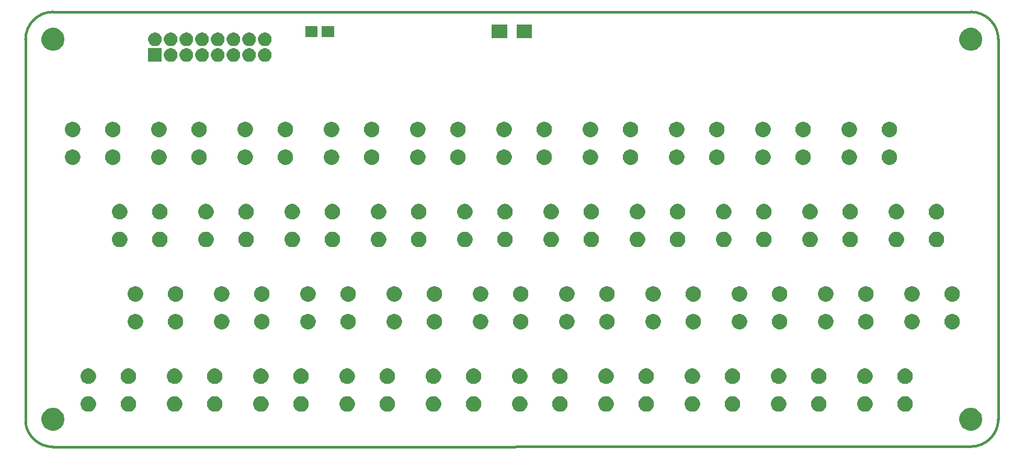
<source format=gbr>
G04 #@! TF.GenerationSoftware,KiCad,Pcbnew,(5.1.5)-3*
G04 #@! TF.CreationDate,2020-05-16T22:41:56-03:00*
G04 #@! TF.ProjectId,Jupiter-II_keyboard,4a757069-7465-4722-9d49-495f6b657962,rev?*
G04 #@! TF.SameCoordinates,Original*
G04 #@! TF.FileFunction,Soldermask,Top*
G04 #@! TF.FilePolarity,Negative*
%FSLAX46Y46*%
G04 Gerber Fmt 4.6, Leading zero omitted, Abs format (unit mm)*
G04 Created by KiCad (PCBNEW (5.1.5)-3) date 2020-05-16 22:41:56*
%MOMM*%
%LPD*%
G04 APERTURE LIST*
%ADD10C,0.381000*%
%ADD11C,0.100000*%
G04 APERTURE END LIST*
D10*
X208280000Y-48895000D02*
X208280000Y-110490000D01*
X55245000Y-114980128D02*
G75*
G02X50800000Y-111125000I0J4490128D01*
G01*
X208280000Y-110490000D02*
G75*
G02X203835000Y-114935000I-4445000J0D01*
G01*
X203835000Y-44450000D02*
G75*
G02X208280000Y-48895000I0J-4445000D01*
G01*
X50800000Y-48895000D02*
G75*
G02X55245000Y-44450000I4445000J0D01*
G01*
X50800000Y-111125000D02*
X50800000Y-48895000D01*
X203835000Y-114935000D02*
X55245000Y-114980128D01*
X55245000Y-44450000D02*
X203835000Y-44450000D01*
D11*
G36*
X204375792Y-108707247D02*
G01*
X204713197Y-108847005D01*
X205016856Y-109049904D01*
X205275096Y-109308144D01*
X205477995Y-109611803D01*
X205617753Y-109949208D01*
X205689000Y-110307396D01*
X205689000Y-110672604D01*
X205617753Y-111030792D01*
X205477995Y-111368197D01*
X205275096Y-111671856D01*
X205016856Y-111930096D01*
X204713197Y-112132995D01*
X204375792Y-112272753D01*
X204017604Y-112344000D01*
X203652396Y-112344000D01*
X203294208Y-112272753D01*
X202956803Y-112132995D01*
X202653144Y-111930096D01*
X202394904Y-111671856D01*
X202192005Y-111368197D01*
X202052247Y-111030792D01*
X201981000Y-110672604D01*
X201981000Y-110307396D01*
X202052247Y-109949208D01*
X202192005Y-109611803D01*
X202394904Y-109308144D01*
X202653144Y-109049904D01*
X202956803Y-108847005D01*
X203294208Y-108707247D01*
X203652396Y-108636000D01*
X204017604Y-108636000D01*
X204375792Y-108707247D01*
G37*
G36*
X55785792Y-108707247D02*
G01*
X56123197Y-108847005D01*
X56426856Y-109049904D01*
X56685096Y-109308144D01*
X56887995Y-109611803D01*
X57027753Y-109949208D01*
X57099000Y-110307396D01*
X57099000Y-110672604D01*
X57027753Y-111030792D01*
X56887995Y-111368197D01*
X56685096Y-111671856D01*
X56426856Y-111930096D01*
X56123197Y-112132995D01*
X55785792Y-112272753D01*
X55427604Y-112344000D01*
X55062396Y-112344000D01*
X54704208Y-112272753D01*
X54366803Y-112132995D01*
X54063144Y-111930096D01*
X53804904Y-111671856D01*
X53602005Y-111368197D01*
X53462247Y-111030792D01*
X53391000Y-110672604D01*
X53391000Y-110307396D01*
X53462247Y-109949208D01*
X53602005Y-109611803D01*
X53804904Y-109308144D01*
X54063144Y-109049904D01*
X54366803Y-108847005D01*
X54704208Y-108707247D01*
X55062396Y-108636000D01*
X55427604Y-108636000D01*
X55785792Y-108707247D01*
G37*
G36*
X187055778Y-106799190D02*
G01*
X187283992Y-106893719D01*
X187489379Y-107030954D01*
X187664046Y-107205621D01*
X187801281Y-107411008D01*
X187895810Y-107639222D01*
X187944000Y-107881492D01*
X187944000Y-108128508D01*
X187895810Y-108370778D01*
X187801281Y-108598992D01*
X187664046Y-108804379D01*
X187489379Y-108979046D01*
X187283992Y-109116281D01*
X187055778Y-109210810D01*
X186813508Y-109259000D01*
X186566492Y-109259000D01*
X186324222Y-109210810D01*
X186096008Y-109116281D01*
X185890621Y-108979046D01*
X185715954Y-108804379D01*
X185578719Y-108598992D01*
X185484190Y-108370778D01*
X185436000Y-108128508D01*
X185436000Y-107881492D01*
X185484190Y-107639222D01*
X185578719Y-107411008D01*
X185715954Y-107205621D01*
X185890621Y-107030954D01*
X186096008Y-106893719D01*
X186324222Y-106799190D01*
X186566492Y-106751000D01*
X186813508Y-106751000D01*
X187055778Y-106799190D01*
G37*
G36*
X103235778Y-106799190D02*
G01*
X103463992Y-106893719D01*
X103669379Y-107030954D01*
X103844046Y-107205621D01*
X103981281Y-107411008D01*
X104075810Y-107639222D01*
X104124000Y-107881492D01*
X104124000Y-108128508D01*
X104075810Y-108370778D01*
X103981281Y-108598992D01*
X103844046Y-108804379D01*
X103669379Y-108979046D01*
X103463992Y-109116281D01*
X103235778Y-109210810D01*
X102993508Y-109259000D01*
X102746492Y-109259000D01*
X102504222Y-109210810D01*
X102276008Y-109116281D01*
X102070621Y-108979046D01*
X101895954Y-108804379D01*
X101758719Y-108598992D01*
X101664190Y-108370778D01*
X101616000Y-108128508D01*
X101616000Y-107881492D01*
X101664190Y-107639222D01*
X101758719Y-107411008D01*
X101895954Y-107205621D01*
X102070621Y-107030954D01*
X102276008Y-106893719D01*
X102504222Y-106799190D01*
X102746492Y-106751000D01*
X102993508Y-106751000D01*
X103235778Y-106799190D01*
G37*
G36*
X67825778Y-106799190D02*
G01*
X68053992Y-106893719D01*
X68259379Y-107030954D01*
X68434046Y-107205621D01*
X68571281Y-107411008D01*
X68665810Y-107639222D01*
X68714000Y-107881492D01*
X68714000Y-108128508D01*
X68665810Y-108370778D01*
X68571281Y-108598992D01*
X68434046Y-108804379D01*
X68259379Y-108979046D01*
X68053992Y-109116281D01*
X67825778Y-109210810D01*
X67583508Y-109259000D01*
X67336492Y-109259000D01*
X67094222Y-109210810D01*
X66866008Y-109116281D01*
X66660621Y-108979046D01*
X66485954Y-108804379D01*
X66348719Y-108598992D01*
X66254190Y-108370778D01*
X66206000Y-108128508D01*
X66206000Y-107881492D01*
X66254190Y-107639222D01*
X66348719Y-107411008D01*
X66485954Y-107205621D01*
X66660621Y-107030954D01*
X66866008Y-106893719D01*
X67094222Y-106799190D01*
X67336492Y-106751000D01*
X67583508Y-106751000D01*
X67825778Y-106799190D01*
G37*
G36*
X61325778Y-106799190D02*
G01*
X61553992Y-106893719D01*
X61759379Y-107030954D01*
X61934046Y-107205621D01*
X62071281Y-107411008D01*
X62165810Y-107639222D01*
X62214000Y-107881492D01*
X62214000Y-108128508D01*
X62165810Y-108370778D01*
X62071281Y-108598992D01*
X61934046Y-108804379D01*
X61759379Y-108979046D01*
X61553992Y-109116281D01*
X61325778Y-109210810D01*
X61083508Y-109259000D01*
X60836492Y-109259000D01*
X60594222Y-109210810D01*
X60366008Y-109116281D01*
X60160621Y-108979046D01*
X59985954Y-108804379D01*
X59848719Y-108598992D01*
X59754190Y-108370778D01*
X59706000Y-108128508D01*
X59706000Y-107881492D01*
X59754190Y-107639222D01*
X59848719Y-107411008D01*
X59985954Y-107205621D01*
X60160621Y-107030954D01*
X60366008Y-106893719D01*
X60594222Y-106799190D01*
X60836492Y-106751000D01*
X61083508Y-106751000D01*
X61325778Y-106799190D01*
G37*
G36*
X179585778Y-106799190D02*
G01*
X179813992Y-106893719D01*
X180019379Y-107030954D01*
X180194046Y-107205621D01*
X180331281Y-107411008D01*
X180425810Y-107639222D01*
X180474000Y-107881492D01*
X180474000Y-108128508D01*
X180425810Y-108370778D01*
X180331281Y-108598992D01*
X180194046Y-108804379D01*
X180019379Y-108979046D01*
X179813992Y-109116281D01*
X179585778Y-109210810D01*
X179343508Y-109259000D01*
X179096492Y-109259000D01*
X178854222Y-109210810D01*
X178626008Y-109116281D01*
X178420621Y-108979046D01*
X178245954Y-108804379D01*
X178108719Y-108598992D01*
X178014190Y-108370778D01*
X177966000Y-108128508D01*
X177966000Y-107881492D01*
X178014190Y-107639222D01*
X178108719Y-107411008D01*
X178245954Y-107205621D01*
X178420621Y-107030954D01*
X178626008Y-106893719D01*
X178854222Y-106799190D01*
X179096492Y-106751000D01*
X179343508Y-106751000D01*
X179585778Y-106799190D01*
G37*
G36*
X173085778Y-106799190D02*
G01*
X173313992Y-106893719D01*
X173519379Y-107030954D01*
X173694046Y-107205621D01*
X173831281Y-107411008D01*
X173925810Y-107639222D01*
X173974000Y-107881492D01*
X173974000Y-108128508D01*
X173925810Y-108370778D01*
X173831281Y-108598992D01*
X173694046Y-108804379D01*
X173519379Y-108979046D01*
X173313992Y-109116281D01*
X173085778Y-109210810D01*
X172843508Y-109259000D01*
X172596492Y-109259000D01*
X172354222Y-109210810D01*
X172126008Y-109116281D01*
X171920621Y-108979046D01*
X171745954Y-108804379D01*
X171608719Y-108598992D01*
X171514190Y-108370778D01*
X171466000Y-108128508D01*
X171466000Y-107881492D01*
X171514190Y-107639222D01*
X171608719Y-107411008D01*
X171745954Y-107205621D01*
X171920621Y-107030954D01*
X172126008Y-106893719D01*
X172354222Y-106799190D01*
X172596492Y-106751000D01*
X172843508Y-106751000D01*
X173085778Y-106799190D01*
G37*
G36*
X81795778Y-106799190D02*
G01*
X82023992Y-106893719D01*
X82229379Y-107030954D01*
X82404046Y-107205621D01*
X82541281Y-107411008D01*
X82635810Y-107639222D01*
X82684000Y-107881492D01*
X82684000Y-108128508D01*
X82635810Y-108370778D01*
X82541281Y-108598992D01*
X82404046Y-108804379D01*
X82229379Y-108979046D01*
X82023992Y-109116281D01*
X81795778Y-109210810D01*
X81553508Y-109259000D01*
X81306492Y-109259000D01*
X81064222Y-109210810D01*
X80836008Y-109116281D01*
X80630621Y-108979046D01*
X80455954Y-108804379D01*
X80318719Y-108598992D01*
X80224190Y-108370778D01*
X80176000Y-108128508D01*
X80176000Y-107881492D01*
X80224190Y-107639222D01*
X80318719Y-107411008D01*
X80455954Y-107205621D01*
X80630621Y-107030954D01*
X80836008Y-106893719D01*
X81064222Y-106799190D01*
X81306492Y-106751000D01*
X81553508Y-106751000D01*
X81795778Y-106799190D01*
G37*
G36*
X75295778Y-106799190D02*
G01*
X75523992Y-106893719D01*
X75729379Y-107030954D01*
X75904046Y-107205621D01*
X76041281Y-107411008D01*
X76135810Y-107639222D01*
X76184000Y-107881492D01*
X76184000Y-108128508D01*
X76135810Y-108370778D01*
X76041281Y-108598992D01*
X75904046Y-108804379D01*
X75729379Y-108979046D01*
X75523992Y-109116281D01*
X75295778Y-109210810D01*
X75053508Y-109259000D01*
X74806492Y-109259000D01*
X74564222Y-109210810D01*
X74336008Y-109116281D01*
X74130621Y-108979046D01*
X73955954Y-108804379D01*
X73818719Y-108598992D01*
X73724190Y-108370778D01*
X73676000Y-108128508D01*
X73676000Y-107881492D01*
X73724190Y-107639222D01*
X73818719Y-107411008D01*
X73955954Y-107205621D01*
X74130621Y-107030954D01*
X74336008Y-106893719D01*
X74564222Y-106799190D01*
X74806492Y-106751000D01*
X75053508Y-106751000D01*
X75295778Y-106799190D01*
G37*
G36*
X95765778Y-106799190D02*
G01*
X95993992Y-106893719D01*
X96199379Y-107030954D01*
X96374046Y-107205621D01*
X96511281Y-107411008D01*
X96605810Y-107639222D01*
X96654000Y-107881492D01*
X96654000Y-108128508D01*
X96605810Y-108370778D01*
X96511281Y-108598992D01*
X96374046Y-108804379D01*
X96199379Y-108979046D01*
X95993992Y-109116281D01*
X95765778Y-109210810D01*
X95523508Y-109259000D01*
X95276492Y-109259000D01*
X95034222Y-109210810D01*
X94806008Y-109116281D01*
X94600621Y-108979046D01*
X94425954Y-108804379D01*
X94288719Y-108598992D01*
X94194190Y-108370778D01*
X94146000Y-108128508D01*
X94146000Y-107881492D01*
X94194190Y-107639222D01*
X94288719Y-107411008D01*
X94425954Y-107205621D01*
X94600621Y-107030954D01*
X94806008Y-106893719D01*
X95034222Y-106799190D01*
X95276492Y-106751000D01*
X95523508Y-106751000D01*
X95765778Y-106799190D01*
G37*
G36*
X89265778Y-106799190D02*
G01*
X89493992Y-106893719D01*
X89699379Y-107030954D01*
X89874046Y-107205621D01*
X90011281Y-107411008D01*
X90105810Y-107639222D01*
X90154000Y-107881492D01*
X90154000Y-108128508D01*
X90105810Y-108370778D01*
X90011281Y-108598992D01*
X89874046Y-108804379D01*
X89699379Y-108979046D01*
X89493992Y-109116281D01*
X89265778Y-109210810D01*
X89023508Y-109259000D01*
X88776492Y-109259000D01*
X88534222Y-109210810D01*
X88306008Y-109116281D01*
X88100621Y-108979046D01*
X87925954Y-108804379D01*
X87788719Y-108598992D01*
X87694190Y-108370778D01*
X87646000Y-108128508D01*
X87646000Y-107881492D01*
X87694190Y-107639222D01*
X87788719Y-107411008D01*
X87925954Y-107205621D01*
X88100621Y-107030954D01*
X88306008Y-106893719D01*
X88534222Y-106799190D01*
X88776492Y-106751000D01*
X89023508Y-106751000D01*
X89265778Y-106799190D01*
G37*
G36*
X109735778Y-106799190D02*
G01*
X109963992Y-106893719D01*
X110169379Y-107030954D01*
X110344046Y-107205621D01*
X110481281Y-107411008D01*
X110575810Y-107639222D01*
X110624000Y-107881492D01*
X110624000Y-108128508D01*
X110575810Y-108370778D01*
X110481281Y-108598992D01*
X110344046Y-108804379D01*
X110169379Y-108979046D01*
X109963992Y-109116281D01*
X109735778Y-109210810D01*
X109493508Y-109259000D01*
X109246492Y-109259000D01*
X109004222Y-109210810D01*
X108776008Y-109116281D01*
X108570621Y-108979046D01*
X108395954Y-108804379D01*
X108258719Y-108598992D01*
X108164190Y-108370778D01*
X108116000Y-108128508D01*
X108116000Y-107881492D01*
X108164190Y-107639222D01*
X108258719Y-107411008D01*
X108395954Y-107205621D01*
X108570621Y-107030954D01*
X108776008Y-106893719D01*
X109004222Y-106799190D01*
X109246492Y-106751000D01*
X109493508Y-106751000D01*
X109735778Y-106799190D01*
G37*
G36*
X117205778Y-106799190D02*
G01*
X117433992Y-106893719D01*
X117639379Y-107030954D01*
X117814046Y-107205621D01*
X117951281Y-107411008D01*
X118045810Y-107639222D01*
X118094000Y-107881492D01*
X118094000Y-108128508D01*
X118045810Y-108370778D01*
X117951281Y-108598992D01*
X117814046Y-108804379D01*
X117639379Y-108979046D01*
X117433992Y-109116281D01*
X117205778Y-109210810D01*
X116963508Y-109259000D01*
X116716492Y-109259000D01*
X116474222Y-109210810D01*
X116246008Y-109116281D01*
X116040621Y-108979046D01*
X115865954Y-108804379D01*
X115728719Y-108598992D01*
X115634190Y-108370778D01*
X115586000Y-108128508D01*
X115586000Y-107881492D01*
X115634190Y-107639222D01*
X115728719Y-107411008D01*
X115865954Y-107205621D01*
X116040621Y-107030954D01*
X116246008Y-106893719D01*
X116474222Y-106799190D01*
X116716492Y-106751000D01*
X116963508Y-106751000D01*
X117205778Y-106799190D01*
G37*
G36*
X137675778Y-106799190D02*
G01*
X137903992Y-106893719D01*
X138109379Y-107030954D01*
X138284046Y-107205621D01*
X138421281Y-107411008D01*
X138515810Y-107639222D01*
X138564000Y-107881492D01*
X138564000Y-108128508D01*
X138515810Y-108370778D01*
X138421281Y-108598992D01*
X138284046Y-108804379D01*
X138109379Y-108979046D01*
X137903992Y-109116281D01*
X137675778Y-109210810D01*
X137433508Y-109259000D01*
X137186492Y-109259000D01*
X136944222Y-109210810D01*
X136716008Y-109116281D01*
X136510621Y-108979046D01*
X136335954Y-108804379D01*
X136198719Y-108598992D01*
X136104190Y-108370778D01*
X136056000Y-108128508D01*
X136056000Y-107881492D01*
X136104190Y-107639222D01*
X136198719Y-107411008D01*
X136335954Y-107205621D01*
X136510621Y-107030954D01*
X136716008Y-106893719D01*
X136944222Y-106799190D01*
X137186492Y-106751000D01*
X137433508Y-106751000D01*
X137675778Y-106799190D01*
G37*
G36*
X131175778Y-106799190D02*
G01*
X131403992Y-106893719D01*
X131609379Y-107030954D01*
X131784046Y-107205621D01*
X131921281Y-107411008D01*
X132015810Y-107639222D01*
X132064000Y-107881492D01*
X132064000Y-108128508D01*
X132015810Y-108370778D01*
X131921281Y-108598992D01*
X131784046Y-108804379D01*
X131609379Y-108979046D01*
X131403992Y-109116281D01*
X131175778Y-109210810D01*
X130933508Y-109259000D01*
X130686492Y-109259000D01*
X130444222Y-109210810D01*
X130216008Y-109116281D01*
X130010621Y-108979046D01*
X129835954Y-108804379D01*
X129698719Y-108598992D01*
X129604190Y-108370778D01*
X129556000Y-108128508D01*
X129556000Y-107881492D01*
X129604190Y-107639222D01*
X129698719Y-107411008D01*
X129835954Y-107205621D01*
X130010621Y-107030954D01*
X130216008Y-106893719D01*
X130444222Y-106799190D01*
X130686492Y-106751000D01*
X130933508Y-106751000D01*
X131175778Y-106799190D01*
G37*
G36*
X151645778Y-106799190D02*
G01*
X151873992Y-106893719D01*
X152079379Y-107030954D01*
X152254046Y-107205621D01*
X152391281Y-107411008D01*
X152485810Y-107639222D01*
X152534000Y-107881492D01*
X152534000Y-108128508D01*
X152485810Y-108370778D01*
X152391281Y-108598992D01*
X152254046Y-108804379D01*
X152079379Y-108979046D01*
X151873992Y-109116281D01*
X151645778Y-109210810D01*
X151403508Y-109259000D01*
X151156492Y-109259000D01*
X150914222Y-109210810D01*
X150686008Y-109116281D01*
X150480621Y-108979046D01*
X150305954Y-108804379D01*
X150168719Y-108598992D01*
X150074190Y-108370778D01*
X150026000Y-108128508D01*
X150026000Y-107881492D01*
X150074190Y-107639222D01*
X150168719Y-107411008D01*
X150305954Y-107205621D01*
X150480621Y-107030954D01*
X150686008Y-106893719D01*
X150914222Y-106799190D01*
X151156492Y-106751000D01*
X151403508Y-106751000D01*
X151645778Y-106799190D01*
G37*
G36*
X145145778Y-106799190D02*
G01*
X145373992Y-106893719D01*
X145579379Y-107030954D01*
X145754046Y-107205621D01*
X145891281Y-107411008D01*
X145985810Y-107639222D01*
X146034000Y-107881492D01*
X146034000Y-108128508D01*
X145985810Y-108370778D01*
X145891281Y-108598992D01*
X145754046Y-108804379D01*
X145579379Y-108979046D01*
X145373992Y-109116281D01*
X145145778Y-109210810D01*
X144903508Y-109259000D01*
X144656492Y-109259000D01*
X144414222Y-109210810D01*
X144186008Y-109116281D01*
X143980621Y-108979046D01*
X143805954Y-108804379D01*
X143668719Y-108598992D01*
X143574190Y-108370778D01*
X143526000Y-108128508D01*
X143526000Y-107881492D01*
X143574190Y-107639222D01*
X143668719Y-107411008D01*
X143805954Y-107205621D01*
X143980621Y-107030954D01*
X144186008Y-106893719D01*
X144414222Y-106799190D01*
X144656492Y-106751000D01*
X144903508Y-106751000D01*
X145145778Y-106799190D01*
G37*
G36*
X165615778Y-106799190D02*
G01*
X165843992Y-106893719D01*
X166049379Y-107030954D01*
X166224046Y-107205621D01*
X166361281Y-107411008D01*
X166455810Y-107639222D01*
X166504000Y-107881492D01*
X166504000Y-108128508D01*
X166455810Y-108370778D01*
X166361281Y-108598992D01*
X166224046Y-108804379D01*
X166049379Y-108979046D01*
X165843992Y-109116281D01*
X165615778Y-109210810D01*
X165373508Y-109259000D01*
X165126492Y-109259000D01*
X164884222Y-109210810D01*
X164656008Y-109116281D01*
X164450621Y-108979046D01*
X164275954Y-108804379D01*
X164138719Y-108598992D01*
X164044190Y-108370778D01*
X163996000Y-108128508D01*
X163996000Y-107881492D01*
X164044190Y-107639222D01*
X164138719Y-107411008D01*
X164275954Y-107205621D01*
X164450621Y-107030954D01*
X164656008Y-106893719D01*
X164884222Y-106799190D01*
X165126492Y-106751000D01*
X165373508Y-106751000D01*
X165615778Y-106799190D01*
G37*
G36*
X159115778Y-106799190D02*
G01*
X159343992Y-106893719D01*
X159549379Y-107030954D01*
X159724046Y-107205621D01*
X159861281Y-107411008D01*
X159955810Y-107639222D01*
X160004000Y-107881492D01*
X160004000Y-108128508D01*
X159955810Y-108370778D01*
X159861281Y-108598992D01*
X159724046Y-108804379D01*
X159549379Y-108979046D01*
X159343992Y-109116281D01*
X159115778Y-109210810D01*
X158873508Y-109259000D01*
X158626492Y-109259000D01*
X158384222Y-109210810D01*
X158156008Y-109116281D01*
X157950621Y-108979046D01*
X157775954Y-108804379D01*
X157638719Y-108598992D01*
X157544190Y-108370778D01*
X157496000Y-108128508D01*
X157496000Y-107881492D01*
X157544190Y-107639222D01*
X157638719Y-107411008D01*
X157775954Y-107205621D01*
X157950621Y-107030954D01*
X158156008Y-106893719D01*
X158384222Y-106799190D01*
X158626492Y-106751000D01*
X158873508Y-106751000D01*
X159115778Y-106799190D01*
G37*
G36*
X193555778Y-106799190D02*
G01*
X193783992Y-106893719D01*
X193989379Y-107030954D01*
X194164046Y-107205621D01*
X194301281Y-107411008D01*
X194395810Y-107639222D01*
X194444000Y-107881492D01*
X194444000Y-108128508D01*
X194395810Y-108370778D01*
X194301281Y-108598992D01*
X194164046Y-108804379D01*
X193989379Y-108979046D01*
X193783992Y-109116281D01*
X193555778Y-109210810D01*
X193313508Y-109259000D01*
X193066492Y-109259000D01*
X192824222Y-109210810D01*
X192596008Y-109116281D01*
X192390621Y-108979046D01*
X192215954Y-108804379D01*
X192078719Y-108598992D01*
X191984190Y-108370778D01*
X191936000Y-108128508D01*
X191936000Y-107881492D01*
X191984190Y-107639222D01*
X192078719Y-107411008D01*
X192215954Y-107205621D01*
X192390621Y-107030954D01*
X192596008Y-106893719D01*
X192824222Y-106799190D01*
X193066492Y-106751000D01*
X193313508Y-106751000D01*
X193555778Y-106799190D01*
G37*
G36*
X123705778Y-106799190D02*
G01*
X123933992Y-106893719D01*
X124139379Y-107030954D01*
X124314046Y-107205621D01*
X124451281Y-107411008D01*
X124545810Y-107639222D01*
X124594000Y-107881492D01*
X124594000Y-108128508D01*
X124545810Y-108370778D01*
X124451281Y-108598992D01*
X124314046Y-108804379D01*
X124139379Y-108979046D01*
X123933992Y-109116281D01*
X123705778Y-109210810D01*
X123463508Y-109259000D01*
X123216492Y-109259000D01*
X122974222Y-109210810D01*
X122746008Y-109116281D01*
X122540621Y-108979046D01*
X122365954Y-108804379D01*
X122228719Y-108598992D01*
X122134190Y-108370778D01*
X122086000Y-108128508D01*
X122086000Y-107881492D01*
X122134190Y-107639222D01*
X122228719Y-107411008D01*
X122365954Y-107205621D01*
X122540621Y-107030954D01*
X122746008Y-106893719D01*
X122974222Y-106799190D01*
X123216492Y-106751000D01*
X123463508Y-106751000D01*
X123705778Y-106799190D01*
G37*
G36*
X103235778Y-102299190D02*
G01*
X103463992Y-102393719D01*
X103669379Y-102530954D01*
X103844046Y-102705621D01*
X103981281Y-102911008D01*
X104075810Y-103139222D01*
X104124000Y-103381492D01*
X104124000Y-103628508D01*
X104075810Y-103870778D01*
X103981281Y-104098992D01*
X103844046Y-104304379D01*
X103669379Y-104479046D01*
X103463992Y-104616281D01*
X103235778Y-104710810D01*
X102993508Y-104759000D01*
X102746492Y-104759000D01*
X102504222Y-104710810D01*
X102276008Y-104616281D01*
X102070621Y-104479046D01*
X101895954Y-104304379D01*
X101758719Y-104098992D01*
X101664190Y-103870778D01*
X101616000Y-103628508D01*
X101616000Y-103381492D01*
X101664190Y-103139222D01*
X101758719Y-102911008D01*
X101895954Y-102705621D01*
X102070621Y-102530954D01*
X102276008Y-102393719D01*
X102504222Y-102299190D01*
X102746492Y-102251000D01*
X102993508Y-102251000D01*
X103235778Y-102299190D01*
G37*
G36*
X109735778Y-102299190D02*
G01*
X109963992Y-102393719D01*
X110169379Y-102530954D01*
X110344046Y-102705621D01*
X110481281Y-102911008D01*
X110575810Y-103139222D01*
X110624000Y-103381492D01*
X110624000Y-103628508D01*
X110575810Y-103870778D01*
X110481281Y-104098992D01*
X110344046Y-104304379D01*
X110169379Y-104479046D01*
X109963992Y-104616281D01*
X109735778Y-104710810D01*
X109493508Y-104759000D01*
X109246492Y-104759000D01*
X109004222Y-104710810D01*
X108776008Y-104616281D01*
X108570621Y-104479046D01*
X108395954Y-104304379D01*
X108258719Y-104098992D01*
X108164190Y-103870778D01*
X108116000Y-103628508D01*
X108116000Y-103381492D01*
X108164190Y-103139222D01*
X108258719Y-102911008D01*
X108395954Y-102705621D01*
X108570621Y-102530954D01*
X108776008Y-102393719D01*
X109004222Y-102299190D01*
X109246492Y-102251000D01*
X109493508Y-102251000D01*
X109735778Y-102299190D01*
G37*
G36*
X89265778Y-102299190D02*
G01*
X89493992Y-102393719D01*
X89699379Y-102530954D01*
X89874046Y-102705621D01*
X90011281Y-102911008D01*
X90105810Y-103139222D01*
X90154000Y-103381492D01*
X90154000Y-103628508D01*
X90105810Y-103870778D01*
X90011281Y-104098992D01*
X89874046Y-104304379D01*
X89699379Y-104479046D01*
X89493992Y-104616281D01*
X89265778Y-104710810D01*
X89023508Y-104759000D01*
X88776492Y-104759000D01*
X88534222Y-104710810D01*
X88306008Y-104616281D01*
X88100621Y-104479046D01*
X87925954Y-104304379D01*
X87788719Y-104098992D01*
X87694190Y-103870778D01*
X87646000Y-103628508D01*
X87646000Y-103381492D01*
X87694190Y-103139222D01*
X87788719Y-102911008D01*
X87925954Y-102705621D01*
X88100621Y-102530954D01*
X88306008Y-102393719D01*
X88534222Y-102299190D01*
X88776492Y-102251000D01*
X89023508Y-102251000D01*
X89265778Y-102299190D01*
G37*
G36*
X95765778Y-102299190D02*
G01*
X95993992Y-102393719D01*
X96199379Y-102530954D01*
X96374046Y-102705621D01*
X96511281Y-102911008D01*
X96605810Y-103139222D01*
X96654000Y-103381492D01*
X96654000Y-103628508D01*
X96605810Y-103870778D01*
X96511281Y-104098992D01*
X96374046Y-104304379D01*
X96199379Y-104479046D01*
X95993992Y-104616281D01*
X95765778Y-104710810D01*
X95523508Y-104759000D01*
X95276492Y-104759000D01*
X95034222Y-104710810D01*
X94806008Y-104616281D01*
X94600621Y-104479046D01*
X94425954Y-104304379D01*
X94288719Y-104098992D01*
X94194190Y-103870778D01*
X94146000Y-103628508D01*
X94146000Y-103381492D01*
X94194190Y-103139222D01*
X94288719Y-102911008D01*
X94425954Y-102705621D01*
X94600621Y-102530954D01*
X94806008Y-102393719D01*
X95034222Y-102299190D01*
X95276492Y-102251000D01*
X95523508Y-102251000D01*
X95765778Y-102299190D01*
G37*
G36*
X75295778Y-102299190D02*
G01*
X75523992Y-102393719D01*
X75729379Y-102530954D01*
X75904046Y-102705621D01*
X76041281Y-102911008D01*
X76135810Y-103139222D01*
X76184000Y-103381492D01*
X76184000Y-103628508D01*
X76135810Y-103870778D01*
X76041281Y-104098992D01*
X75904046Y-104304379D01*
X75729379Y-104479046D01*
X75523992Y-104616281D01*
X75295778Y-104710810D01*
X75053508Y-104759000D01*
X74806492Y-104759000D01*
X74564222Y-104710810D01*
X74336008Y-104616281D01*
X74130621Y-104479046D01*
X73955954Y-104304379D01*
X73818719Y-104098992D01*
X73724190Y-103870778D01*
X73676000Y-103628508D01*
X73676000Y-103381492D01*
X73724190Y-103139222D01*
X73818719Y-102911008D01*
X73955954Y-102705621D01*
X74130621Y-102530954D01*
X74336008Y-102393719D01*
X74564222Y-102299190D01*
X74806492Y-102251000D01*
X75053508Y-102251000D01*
X75295778Y-102299190D01*
G37*
G36*
X81795778Y-102299190D02*
G01*
X82023992Y-102393719D01*
X82229379Y-102530954D01*
X82404046Y-102705621D01*
X82541281Y-102911008D01*
X82635810Y-103139222D01*
X82684000Y-103381492D01*
X82684000Y-103628508D01*
X82635810Y-103870778D01*
X82541281Y-104098992D01*
X82404046Y-104304379D01*
X82229379Y-104479046D01*
X82023992Y-104616281D01*
X81795778Y-104710810D01*
X81553508Y-104759000D01*
X81306492Y-104759000D01*
X81064222Y-104710810D01*
X80836008Y-104616281D01*
X80630621Y-104479046D01*
X80455954Y-104304379D01*
X80318719Y-104098992D01*
X80224190Y-103870778D01*
X80176000Y-103628508D01*
X80176000Y-103381492D01*
X80224190Y-103139222D01*
X80318719Y-102911008D01*
X80455954Y-102705621D01*
X80630621Y-102530954D01*
X80836008Y-102393719D01*
X81064222Y-102299190D01*
X81306492Y-102251000D01*
X81553508Y-102251000D01*
X81795778Y-102299190D01*
G37*
G36*
X179585778Y-102299190D02*
G01*
X179813992Y-102393719D01*
X180019379Y-102530954D01*
X180194046Y-102705621D01*
X180331281Y-102911008D01*
X180425810Y-103139222D01*
X180474000Y-103381492D01*
X180474000Y-103628508D01*
X180425810Y-103870778D01*
X180331281Y-104098992D01*
X180194046Y-104304379D01*
X180019379Y-104479046D01*
X179813992Y-104616281D01*
X179585778Y-104710810D01*
X179343508Y-104759000D01*
X179096492Y-104759000D01*
X178854222Y-104710810D01*
X178626008Y-104616281D01*
X178420621Y-104479046D01*
X178245954Y-104304379D01*
X178108719Y-104098992D01*
X178014190Y-103870778D01*
X177966000Y-103628508D01*
X177966000Y-103381492D01*
X178014190Y-103139222D01*
X178108719Y-102911008D01*
X178245954Y-102705621D01*
X178420621Y-102530954D01*
X178626008Y-102393719D01*
X178854222Y-102299190D01*
X179096492Y-102251000D01*
X179343508Y-102251000D01*
X179585778Y-102299190D01*
G37*
G36*
X61325778Y-102299190D02*
G01*
X61553992Y-102393719D01*
X61759379Y-102530954D01*
X61934046Y-102705621D01*
X62071281Y-102911008D01*
X62165810Y-103139222D01*
X62214000Y-103381492D01*
X62214000Y-103628508D01*
X62165810Y-103870778D01*
X62071281Y-104098992D01*
X61934046Y-104304379D01*
X61759379Y-104479046D01*
X61553992Y-104616281D01*
X61325778Y-104710810D01*
X61083508Y-104759000D01*
X60836492Y-104759000D01*
X60594222Y-104710810D01*
X60366008Y-104616281D01*
X60160621Y-104479046D01*
X59985954Y-104304379D01*
X59848719Y-104098992D01*
X59754190Y-103870778D01*
X59706000Y-103628508D01*
X59706000Y-103381492D01*
X59754190Y-103139222D01*
X59848719Y-102911008D01*
X59985954Y-102705621D01*
X60160621Y-102530954D01*
X60366008Y-102393719D01*
X60594222Y-102299190D01*
X60836492Y-102251000D01*
X61083508Y-102251000D01*
X61325778Y-102299190D01*
G37*
G36*
X67825778Y-102299190D02*
G01*
X68053992Y-102393719D01*
X68259379Y-102530954D01*
X68434046Y-102705621D01*
X68571281Y-102911008D01*
X68665810Y-103139222D01*
X68714000Y-103381492D01*
X68714000Y-103628508D01*
X68665810Y-103870778D01*
X68571281Y-104098992D01*
X68434046Y-104304379D01*
X68259379Y-104479046D01*
X68053992Y-104616281D01*
X67825778Y-104710810D01*
X67583508Y-104759000D01*
X67336492Y-104759000D01*
X67094222Y-104710810D01*
X66866008Y-104616281D01*
X66660621Y-104479046D01*
X66485954Y-104304379D01*
X66348719Y-104098992D01*
X66254190Y-103870778D01*
X66206000Y-103628508D01*
X66206000Y-103381492D01*
X66254190Y-103139222D01*
X66348719Y-102911008D01*
X66485954Y-102705621D01*
X66660621Y-102530954D01*
X66866008Y-102393719D01*
X67094222Y-102299190D01*
X67336492Y-102251000D01*
X67583508Y-102251000D01*
X67825778Y-102299190D01*
G37*
G36*
X165615778Y-102299190D02*
G01*
X165843992Y-102393719D01*
X166049379Y-102530954D01*
X166224046Y-102705621D01*
X166361281Y-102911008D01*
X166455810Y-103139222D01*
X166504000Y-103381492D01*
X166504000Y-103628508D01*
X166455810Y-103870778D01*
X166361281Y-104098992D01*
X166224046Y-104304379D01*
X166049379Y-104479046D01*
X165843992Y-104616281D01*
X165615778Y-104710810D01*
X165373508Y-104759000D01*
X165126492Y-104759000D01*
X164884222Y-104710810D01*
X164656008Y-104616281D01*
X164450621Y-104479046D01*
X164275954Y-104304379D01*
X164138719Y-104098992D01*
X164044190Y-103870778D01*
X163996000Y-103628508D01*
X163996000Y-103381492D01*
X164044190Y-103139222D01*
X164138719Y-102911008D01*
X164275954Y-102705621D01*
X164450621Y-102530954D01*
X164656008Y-102393719D01*
X164884222Y-102299190D01*
X165126492Y-102251000D01*
X165373508Y-102251000D01*
X165615778Y-102299190D01*
G37*
G36*
X117205778Y-102299190D02*
G01*
X117433992Y-102393719D01*
X117639379Y-102530954D01*
X117814046Y-102705621D01*
X117951281Y-102911008D01*
X118045810Y-103139222D01*
X118094000Y-103381492D01*
X118094000Y-103628508D01*
X118045810Y-103870778D01*
X117951281Y-104098992D01*
X117814046Y-104304379D01*
X117639379Y-104479046D01*
X117433992Y-104616281D01*
X117205778Y-104710810D01*
X116963508Y-104759000D01*
X116716492Y-104759000D01*
X116474222Y-104710810D01*
X116246008Y-104616281D01*
X116040621Y-104479046D01*
X115865954Y-104304379D01*
X115728719Y-104098992D01*
X115634190Y-103870778D01*
X115586000Y-103628508D01*
X115586000Y-103381492D01*
X115634190Y-103139222D01*
X115728719Y-102911008D01*
X115865954Y-102705621D01*
X116040621Y-102530954D01*
X116246008Y-102393719D01*
X116474222Y-102299190D01*
X116716492Y-102251000D01*
X116963508Y-102251000D01*
X117205778Y-102299190D01*
G37*
G36*
X137675778Y-102299190D02*
G01*
X137903992Y-102393719D01*
X138109379Y-102530954D01*
X138284046Y-102705621D01*
X138421281Y-102911008D01*
X138515810Y-103139222D01*
X138564000Y-103381492D01*
X138564000Y-103628508D01*
X138515810Y-103870778D01*
X138421281Y-104098992D01*
X138284046Y-104304379D01*
X138109379Y-104479046D01*
X137903992Y-104616281D01*
X137675778Y-104710810D01*
X137433508Y-104759000D01*
X137186492Y-104759000D01*
X136944222Y-104710810D01*
X136716008Y-104616281D01*
X136510621Y-104479046D01*
X136335954Y-104304379D01*
X136198719Y-104098992D01*
X136104190Y-103870778D01*
X136056000Y-103628508D01*
X136056000Y-103381492D01*
X136104190Y-103139222D01*
X136198719Y-102911008D01*
X136335954Y-102705621D01*
X136510621Y-102530954D01*
X136716008Y-102393719D01*
X136944222Y-102299190D01*
X137186492Y-102251000D01*
X137433508Y-102251000D01*
X137675778Y-102299190D01*
G37*
G36*
X131175778Y-102299190D02*
G01*
X131403992Y-102393719D01*
X131609379Y-102530954D01*
X131784046Y-102705621D01*
X131921281Y-102911008D01*
X132015810Y-103139222D01*
X132064000Y-103381492D01*
X132064000Y-103628508D01*
X132015810Y-103870778D01*
X131921281Y-104098992D01*
X131784046Y-104304379D01*
X131609379Y-104479046D01*
X131403992Y-104616281D01*
X131175778Y-104710810D01*
X130933508Y-104759000D01*
X130686492Y-104759000D01*
X130444222Y-104710810D01*
X130216008Y-104616281D01*
X130010621Y-104479046D01*
X129835954Y-104304379D01*
X129698719Y-104098992D01*
X129604190Y-103870778D01*
X129556000Y-103628508D01*
X129556000Y-103381492D01*
X129604190Y-103139222D01*
X129698719Y-102911008D01*
X129835954Y-102705621D01*
X130010621Y-102530954D01*
X130216008Y-102393719D01*
X130444222Y-102299190D01*
X130686492Y-102251000D01*
X130933508Y-102251000D01*
X131175778Y-102299190D01*
G37*
G36*
X159115778Y-102299190D02*
G01*
X159343992Y-102393719D01*
X159549379Y-102530954D01*
X159724046Y-102705621D01*
X159861281Y-102911008D01*
X159955810Y-103139222D01*
X160004000Y-103381492D01*
X160004000Y-103628508D01*
X159955810Y-103870778D01*
X159861281Y-104098992D01*
X159724046Y-104304379D01*
X159549379Y-104479046D01*
X159343992Y-104616281D01*
X159115778Y-104710810D01*
X158873508Y-104759000D01*
X158626492Y-104759000D01*
X158384222Y-104710810D01*
X158156008Y-104616281D01*
X157950621Y-104479046D01*
X157775954Y-104304379D01*
X157638719Y-104098992D01*
X157544190Y-103870778D01*
X157496000Y-103628508D01*
X157496000Y-103381492D01*
X157544190Y-103139222D01*
X157638719Y-102911008D01*
X157775954Y-102705621D01*
X157950621Y-102530954D01*
X158156008Y-102393719D01*
X158384222Y-102299190D01*
X158626492Y-102251000D01*
X158873508Y-102251000D01*
X159115778Y-102299190D01*
G37*
G36*
X123705778Y-102299190D02*
G01*
X123933992Y-102393719D01*
X124139379Y-102530954D01*
X124314046Y-102705621D01*
X124451281Y-102911008D01*
X124545810Y-103139222D01*
X124594000Y-103381492D01*
X124594000Y-103628508D01*
X124545810Y-103870778D01*
X124451281Y-104098992D01*
X124314046Y-104304379D01*
X124139379Y-104479046D01*
X123933992Y-104616281D01*
X123705778Y-104710810D01*
X123463508Y-104759000D01*
X123216492Y-104759000D01*
X122974222Y-104710810D01*
X122746008Y-104616281D01*
X122540621Y-104479046D01*
X122365954Y-104304379D01*
X122228719Y-104098992D01*
X122134190Y-103870778D01*
X122086000Y-103628508D01*
X122086000Y-103381492D01*
X122134190Y-103139222D01*
X122228719Y-102911008D01*
X122365954Y-102705621D01*
X122540621Y-102530954D01*
X122746008Y-102393719D01*
X122974222Y-102299190D01*
X123216492Y-102251000D01*
X123463508Y-102251000D01*
X123705778Y-102299190D01*
G37*
G36*
X145145778Y-102299190D02*
G01*
X145373992Y-102393719D01*
X145579379Y-102530954D01*
X145754046Y-102705621D01*
X145891281Y-102911008D01*
X145985810Y-103139222D01*
X146034000Y-103381492D01*
X146034000Y-103628508D01*
X145985810Y-103870778D01*
X145891281Y-104098992D01*
X145754046Y-104304379D01*
X145579379Y-104479046D01*
X145373992Y-104616281D01*
X145145778Y-104710810D01*
X144903508Y-104759000D01*
X144656492Y-104759000D01*
X144414222Y-104710810D01*
X144186008Y-104616281D01*
X143980621Y-104479046D01*
X143805954Y-104304379D01*
X143668719Y-104098992D01*
X143574190Y-103870778D01*
X143526000Y-103628508D01*
X143526000Y-103381492D01*
X143574190Y-103139222D01*
X143668719Y-102911008D01*
X143805954Y-102705621D01*
X143980621Y-102530954D01*
X144186008Y-102393719D01*
X144414222Y-102299190D01*
X144656492Y-102251000D01*
X144903508Y-102251000D01*
X145145778Y-102299190D01*
G37*
G36*
X187055778Y-102299190D02*
G01*
X187283992Y-102393719D01*
X187489379Y-102530954D01*
X187664046Y-102705621D01*
X187801281Y-102911008D01*
X187895810Y-103139222D01*
X187944000Y-103381492D01*
X187944000Y-103628508D01*
X187895810Y-103870778D01*
X187801281Y-104098992D01*
X187664046Y-104304379D01*
X187489379Y-104479046D01*
X187283992Y-104616281D01*
X187055778Y-104710810D01*
X186813508Y-104759000D01*
X186566492Y-104759000D01*
X186324222Y-104710810D01*
X186096008Y-104616281D01*
X185890621Y-104479046D01*
X185715954Y-104304379D01*
X185578719Y-104098992D01*
X185484190Y-103870778D01*
X185436000Y-103628508D01*
X185436000Y-103381492D01*
X185484190Y-103139222D01*
X185578719Y-102911008D01*
X185715954Y-102705621D01*
X185890621Y-102530954D01*
X186096008Y-102393719D01*
X186324222Y-102299190D01*
X186566492Y-102251000D01*
X186813508Y-102251000D01*
X187055778Y-102299190D01*
G37*
G36*
X151645778Y-102299190D02*
G01*
X151873992Y-102393719D01*
X152079379Y-102530954D01*
X152254046Y-102705621D01*
X152391281Y-102911008D01*
X152485810Y-103139222D01*
X152534000Y-103381492D01*
X152534000Y-103628508D01*
X152485810Y-103870778D01*
X152391281Y-104098992D01*
X152254046Y-104304379D01*
X152079379Y-104479046D01*
X151873992Y-104616281D01*
X151645778Y-104710810D01*
X151403508Y-104759000D01*
X151156492Y-104759000D01*
X150914222Y-104710810D01*
X150686008Y-104616281D01*
X150480621Y-104479046D01*
X150305954Y-104304379D01*
X150168719Y-104098992D01*
X150074190Y-103870778D01*
X150026000Y-103628508D01*
X150026000Y-103381492D01*
X150074190Y-103139222D01*
X150168719Y-102911008D01*
X150305954Y-102705621D01*
X150480621Y-102530954D01*
X150686008Y-102393719D01*
X150914222Y-102299190D01*
X151156492Y-102251000D01*
X151403508Y-102251000D01*
X151645778Y-102299190D01*
G37*
G36*
X173085778Y-102299190D02*
G01*
X173313992Y-102393719D01*
X173519379Y-102530954D01*
X173694046Y-102705621D01*
X173831281Y-102911008D01*
X173925810Y-103139222D01*
X173974000Y-103381492D01*
X173974000Y-103628508D01*
X173925810Y-103870778D01*
X173831281Y-104098992D01*
X173694046Y-104304379D01*
X173519379Y-104479046D01*
X173313992Y-104616281D01*
X173085778Y-104710810D01*
X172843508Y-104759000D01*
X172596492Y-104759000D01*
X172354222Y-104710810D01*
X172126008Y-104616281D01*
X171920621Y-104479046D01*
X171745954Y-104304379D01*
X171608719Y-104098992D01*
X171514190Y-103870778D01*
X171466000Y-103628508D01*
X171466000Y-103381492D01*
X171514190Y-103139222D01*
X171608719Y-102911008D01*
X171745954Y-102705621D01*
X171920621Y-102530954D01*
X172126008Y-102393719D01*
X172354222Y-102299190D01*
X172596492Y-102251000D01*
X172843508Y-102251000D01*
X173085778Y-102299190D01*
G37*
G36*
X193555778Y-102299190D02*
G01*
X193783992Y-102393719D01*
X193989379Y-102530954D01*
X194164046Y-102705621D01*
X194301281Y-102911008D01*
X194395810Y-103139222D01*
X194444000Y-103381492D01*
X194444000Y-103628508D01*
X194395810Y-103870778D01*
X194301281Y-104098992D01*
X194164046Y-104304379D01*
X193989379Y-104479046D01*
X193783992Y-104616281D01*
X193555778Y-104710810D01*
X193313508Y-104759000D01*
X193066492Y-104759000D01*
X192824222Y-104710810D01*
X192596008Y-104616281D01*
X192390621Y-104479046D01*
X192215954Y-104304379D01*
X192078719Y-104098992D01*
X191984190Y-103870778D01*
X191936000Y-103628508D01*
X191936000Y-103381492D01*
X191984190Y-103139222D01*
X192078719Y-102911008D01*
X192215954Y-102705621D01*
X192390621Y-102530954D01*
X192596008Y-102393719D01*
X192824222Y-102299190D01*
X193066492Y-102251000D01*
X193313508Y-102251000D01*
X193555778Y-102299190D01*
G37*
G36*
X75445778Y-93464190D02*
G01*
X75673992Y-93558719D01*
X75879379Y-93695954D01*
X76054046Y-93870621D01*
X76191281Y-94076008D01*
X76285810Y-94304222D01*
X76334000Y-94546492D01*
X76334000Y-94793508D01*
X76285810Y-95035778D01*
X76191281Y-95263992D01*
X76054046Y-95469379D01*
X75879379Y-95644046D01*
X75673992Y-95781281D01*
X75445778Y-95875810D01*
X75203508Y-95924000D01*
X74956492Y-95924000D01*
X74714222Y-95875810D01*
X74486008Y-95781281D01*
X74280621Y-95644046D01*
X74105954Y-95469379D01*
X73968719Y-95263992D01*
X73874190Y-95035778D01*
X73826000Y-94793508D01*
X73826000Y-94546492D01*
X73874190Y-94304222D01*
X73968719Y-94076008D01*
X74105954Y-93870621D01*
X74280621Y-93695954D01*
X74486008Y-93558719D01*
X74714222Y-93464190D01*
X74956492Y-93416000D01*
X75203508Y-93416000D01*
X75445778Y-93464190D01*
G37*
G36*
X68945778Y-93464190D02*
G01*
X69173992Y-93558719D01*
X69379379Y-93695954D01*
X69554046Y-93870621D01*
X69691281Y-94076008D01*
X69785810Y-94304222D01*
X69834000Y-94546492D01*
X69834000Y-94793508D01*
X69785810Y-95035778D01*
X69691281Y-95263992D01*
X69554046Y-95469379D01*
X69379379Y-95644046D01*
X69173992Y-95781281D01*
X68945778Y-95875810D01*
X68703508Y-95924000D01*
X68456492Y-95924000D01*
X68214222Y-95875810D01*
X67986008Y-95781281D01*
X67780621Y-95644046D01*
X67605954Y-95469379D01*
X67468719Y-95263992D01*
X67374190Y-95035778D01*
X67326000Y-94793508D01*
X67326000Y-94546492D01*
X67374190Y-94304222D01*
X67468719Y-94076008D01*
X67605954Y-93870621D01*
X67780621Y-93695954D01*
X67986008Y-93558719D01*
X68214222Y-93464190D01*
X68456492Y-93416000D01*
X68703508Y-93416000D01*
X68945778Y-93464190D01*
G37*
G36*
X89415778Y-93464190D02*
G01*
X89643992Y-93558719D01*
X89849379Y-93695954D01*
X90024046Y-93870621D01*
X90161281Y-94076008D01*
X90255810Y-94304222D01*
X90304000Y-94546492D01*
X90304000Y-94793508D01*
X90255810Y-95035778D01*
X90161281Y-95263992D01*
X90024046Y-95469379D01*
X89849379Y-95644046D01*
X89643992Y-95781281D01*
X89415778Y-95875810D01*
X89173508Y-95924000D01*
X88926492Y-95924000D01*
X88684222Y-95875810D01*
X88456008Y-95781281D01*
X88250621Y-95644046D01*
X88075954Y-95469379D01*
X87938719Y-95263992D01*
X87844190Y-95035778D01*
X87796000Y-94793508D01*
X87796000Y-94546492D01*
X87844190Y-94304222D01*
X87938719Y-94076008D01*
X88075954Y-93870621D01*
X88250621Y-93695954D01*
X88456008Y-93558719D01*
X88684222Y-93464190D01*
X88926492Y-93416000D01*
X89173508Y-93416000D01*
X89415778Y-93464190D01*
G37*
G36*
X82915778Y-93464190D02*
G01*
X83143992Y-93558719D01*
X83349379Y-93695954D01*
X83524046Y-93870621D01*
X83661281Y-94076008D01*
X83755810Y-94304222D01*
X83804000Y-94546492D01*
X83804000Y-94793508D01*
X83755810Y-95035778D01*
X83661281Y-95263992D01*
X83524046Y-95469379D01*
X83349379Y-95644046D01*
X83143992Y-95781281D01*
X82915778Y-95875810D01*
X82673508Y-95924000D01*
X82426492Y-95924000D01*
X82184222Y-95875810D01*
X81956008Y-95781281D01*
X81750621Y-95644046D01*
X81575954Y-95469379D01*
X81438719Y-95263992D01*
X81344190Y-95035778D01*
X81296000Y-94793508D01*
X81296000Y-94546492D01*
X81344190Y-94304222D01*
X81438719Y-94076008D01*
X81575954Y-93870621D01*
X81750621Y-93695954D01*
X81956008Y-93558719D01*
X82184222Y-93464190D01*
X82426492Y-93416000D01*
X82673508Y-93416000D01*
X82915778Y-93464190D01*
G37*
G36*
X103385778Y-93464190D02*
G01*
X103613992Y-93558719D01*
X103819379Y-93695954D01*
X103994046Y-93870621D01*
X104131281Y-94076008D01*
X104225810Y-94304222D01*
X104274000Y-94546492D01*
X104274000Y-94793508D01*
X104225810Y-95035778D01*
X104131281Y-95263992D01*
X103994046Y-95469379D01*
X103819379Y-95644046D01*
X103613992Y-95781281D01*
X103385778Y-95875810D01*
X103143508Y-95924000D01*
X102896492Y-95924000D01*
X102654222Y-95875810D01*
X102426008Y-95781281D01*
X102220621Y-95644046D01*
X102045954Y-95469379D01*
X101908719Y-95263992D01*
X101814190Y-95035778D01*
X101766000Y-94793508D01*
X101766000Y-94546492D01*
X101814190Y-94304222D01*
X101908719Y-94076008D01*
X102045954Y-93870621D01*
X102220621Y-93695954D01*
X102426008Y-93558719D01*
X102654222Y-93464190D01*
X102896492Y-93416000D01*
X103143508Y-93416000D01*
X103385778Y-93464190D01*
G37*
G36*
X96885778Y-93464190D02*
G01*
X97113992Y-93558719D01*
X97319379Y-93695954D01*
X97494046Y-93870621D01*
X97631281Y-94076008D01*
X97725810Y-94304222D01*
X97774000Y-94546492D01*
X97774000Y-94793508D01*
X97725810Y-95035778D01*
X97631281Y-95263992D01*
X97494046Y-95469379D01*
X97319379Y-95644046D01*
X97113992Y-95781281D01*
X96885778Y-95875810D01*
X96643508Y-95924000D01*
X96396492Y-95924000D01*
X96154222Y-95875810D01*
X95926008Y-95781281D01*
X95720621Y-95644046D01*
X95545954Y-95469379D01*
X95408719Y-95263992D01*
X95314190Y-95035778D01*
X95266000Y-94793508D01*
X95266000Y-94546492D01*
X95314190Y-94304222D01*
X95408719Y-94076008D01*
X95545954Y-93870621D01*
X95720621Y-93695954D01*
X95926008Y-93558719D01*
X96154222Y-93464190D01*
X96396492Y-93416000D01*
X96643508Y-93416000D01*
X96885778Y-93464190D01*
G37*
G36*
X117355778Y-93464190D02*
G01*
X117583992Y-93558719D01*
X117789379Y-93695954D01*
X117964046Y-93870621D01*
X118101281Y-94076008D01*
X118195810Y-94304222D01*
X118244000Y-94546492D01*
X118244000Y-94793508D01*
X118195810Y-95035778D01*
X118101281Y-95263992D01*
X117964046Y-95469379D01*
X117789379Y-95644046D01*
X117583992Y-95781281D01*
X117355778Y-95875810D01*
X117113508Y-95924000D01*
X116866492Y-95924000D01*
X116624222Y-95875810D01*
X116396008Y-95781281D01*
X116190621Y-95644046D01*
X116015954Y-95469379D01*
X115878719Y-95263992D01*
X115784190Y-95035778D01*
X115736000Y-94793508D01*
X115736000Y-94546492D01*
X115784190Y-94304222D01*
X115878719Y-94076008D01*
X116015954Y-93870621D01*
X116190621Y-93695954D01*
X116396008Y-93558719D01*
X116624222Y-93464190D01*
X116866492Y-93416000D01*
X117113508Y-93416000D01*
X117355778Y-93464190D01*
G37*
G36*
X110855778Y-93464190D02*
G01*
X111083992Y-93558719D01*
X111289379Y-93695954D01*
X111464046Y-93870621D01*
X111601281Y-94076008D01*
X111695810Y-94304222D01*
X111744000Y-94546492D01*
X111744000Y-94793508D01*
X111695810Y-95035778D01*
X111601281Y-95263992D01*
X111464046Y-95469379D01*
X111289379Y-95644046D01*
X111083992Y-95781281D01*
X110855778Y-95875810D01*
X110613508Y-95924000D01*
X110366492Y-95924000D01*
X110124222Y-95875810D01*
X109896008Y-95781281D01*
X109690621Y-95644046D01*
X109515954Y-95469379D01*
X109378719Y-95263992D01*
X109284190Y-95035778D01*
X109236000Y-94793508D01*
X109236000Y-94546492D01*
X109284190Y-94304222D01*
X109378719Y-94076008D01*
X109515954Y-93870621D01*
X109690621Y-93695954D01*
X109896008Y-93558719D01*
X110124222Y-93464190D01*
X110366492Y-93416000D01*
X110613508Y-93416000D01*
X110855778Y-93464190D01*
G37*
G36*
X124825778Y-93464190D02*
G01*
X125053992Y-93558719D01*
X125259379Y-93695954D01*
X125434046Y-93870621D01*
X125571281Y-94076008D01*
X125665810Y-94304222D01*
X125714000Y-94546492D01*
X125714000Y-94793508D01*
X125665810Y-95035778D01*
X125571281Y-95263992D01*
X125434046Y-95469379D01*
X125259379Y-95644046D01*
X125053992Y-95781281D01*
X124825778Y-95875810D01*
X124583508Y-95924000D01*
X124336492Y-95924000D01*
X124094222Y-95875810D01*
X123866008Y-95781281D01*
X123660621Y-95644046D01*
X123485954Y-95469379D01*
X123348719Y-95263992D01*
X123254190Y-95035778D01*
X123206000Y-94793508D01*
X123206000Y-94546492D01*
X123254190Y-94304222D01*
X123348719Y-94076008D01*
X123485954Y-93870621D01*
X123660621Y-93695954D01*
X123866008Y-93558719D01*
X124094222Y-93464190D01*
X124336492Y-93416000D01*
X124583508Y-93416000D01*
X124825778Y-93464190D01*
G37*
G36*
X180705778Y-93464190D02*
G01*
X180933992Y-93558719D01*
X181139379Y-93695954D01*
X181314046Y-93870621D01*
X181451281Y-94076008D01*
X181545810Y-94304222D01*
X181594000Y-94546492D01*
X181594000Y-94793508D01*
X181545810Y-95035778D01*
X181451281Y-95263992D01*
X181314046Y-95469379D01*
X181139379Y-95644046D01*
X180933992Y-95781281D01*
X180705778Y-95875810D01*
X180463508Y-95924000D01*
X180216492Y-95924000D01*
X179974222Y-95875810D01*
X179746008Y-95781281D01*
X179540621Y-95644046D01*
X179365954Y-95469379D01*
X179228719Y-95263992D01*
X179134190Y-95035778D01*
X179086000Y-94793508D01*
X179086000Y-94546492D01*
X179134190Y-94304222D01*
X179228719Y-94076008D01*
X179365954Y-93870621D01*
X179540621Y-93695954D01*
X179746008Y-93558719D01*
X179974222Y-93464190D01*
X180216492Y-93416000D01*
X180463508Y-93416000D01*
X180705778Y-93464190D01*
G37*
G36*
X173235778Y-93464190D02*
G01*
X173463992Y-93558719D01*
X173669379Y-93695954D01*
X173844046Y-93870621D01*
X173981281Y-94076008D01*
X174075810Y-94304222D01*
X174124000Y-94546492D01*
X174124000Y-94793508D01*
X174075810Y-95035778D01*
X173981281Y-95263992D01*
X173844046Y-95469379D01*
X173669379Y-95644046D01*
X173463992Y-95781281D01*
X173235778Y-95875810D01*
X172993508Y-95924000D01*
X172746492Y-95924000D01*
X172504222Y-95875810D01*
X172276008Y-95781281D01*
X172070621Y-95644046D01*
X171895954Y-95469379D01*
X171758719Y-95263992D01*
X171664190Y-95035778D01*
X171616000Y-94793508D01*
X171616000Y-94546492D01*
X171664190Y-94304222D01*
X171758719Y-94076008D01*
X171895954Y-93870621D01*
X172070621Y-93695954D01*
X172276008Y-93558719D01*
X172504222Y-93464190D01*
X172746492Y-93416000D01*
X172993508Y-93416000D01*
X173235778Y-93464190D01*
G37*
G36*
X131325778Y-93464190D02*
G01*
X131553992Y-93558719D01*
X131759379Y-93695954D01*
X131934046Y-93870621D01*
X132071281Y-94076008D01*
X132165810Y-94304222D01*
X132214000Y-94546492D01*
X132214000Y-94793508D01*
X132165810Y-95035778D01*
X132071281Y-95263992D01*
X131934046Y-95469379D01*
X131759379Y-95644046D01*
X131553992Y-95781281D01*
X131325778Y-95875810D01*
X131083508Y-95924000D01*
X130836492Y-95924000D01*
X130594222Y-95875810D01*
X130366008Y-95781281D01*
X130160621Y-95644046D01*
X129985954Y-95469379D01*
X129848719Y-95263992D01*
X129754190Y-95035778D01*
X129706000Y-94793508D01*
X129706000Y-94546492D01*
X129754190Y-94304222D01*
X129848719Y-94076008D01*
X129985954Y-93870621D01*
X130160621Y-93695954D01*
X130366008Y-93558719D01*
X130594222Y-93464190D01*
X130836492Y-93416000D01*
X131083508Y-93416000D01*
X131325778Y-93464190D01*
G37*
G36*
X138795778Y-93464190D02*
G01*
X139023992Y-93558719D01*
X139229379Y-93695954D01*
X139404046Y-93870621D01*
X139541281Y-94076008D01*
X139635810Y-94304222D01*
X139684000Y-94546492D01*
X139684000Y-94793508D01*
X139635810Y-95035778D01*
X139541281Y-95263992D01*
X139404046Y-95469379D01*
X139229379Y-95644046D01*
X139023992Y-95781281D01*
X138795778Y-95875810D01*
X138553508Y-95924000D01*
X138306492Y-95924000D01*
X138064222Y-95875810D01*
X137836008Y-95781281D01*
X137630621Y-95644046D01*
X137455954Y-95469379D01*
X137318719Y-95263992D01*
X137224190Y-95035778D01*
X137176000Y-94793508D01*
X137176000Y-94546492D01*
X137224190Y-94304222D01*
X137318719Y-94076008D01*
X137455954Y-93870621D01*
X137630621Y-93695954D01*
X137836008Y-93558719D01*
X138064222Y-93464190D01*
X138306492Y-93416000D01*
X138553508Y-93416000D01*
X138795778Y-93464190D01*
G37*
G36*
X166735778Y-93464190D02*
G01*
X166963992Y-93558719D01*
X167169379Y-93695954D01*
X167344046Y-93870621D01*
X167481281Y-94076008D01*
X167575810Y-94304222D01*
X167624000Y-94546492D01*
X167624000Y-94793508D01*
X167575810Y-95035778D01*
X167481281Y-95263992D01*
X167344046Y-95469379D01*
X167169379Y-95644046D01*
X166963992Y-95781281D01*
X166735778Y-95875810D01*
X166493508Y-95924000D01*
X166246492Y-95924000D01*
X166004222Y-95875810D01*
X165776008Y-95781281D01*
X165570621Y-95644046D01*
X165395954Y-95469379D01*
X165258719Y-95263992D01*
X165164190Y-95035778D01*
X165116000Y-94793508D01*
X165116000Y-94546492D01*
X165164190Y-94304222D01*
X165258719Y-94076008D01*
X165395954Y-93870621D01*
X165570621Y-93695954D01*
X165776008Y-93558719D01*
X166004222Y-93464190D01*
X166246492Y-93416000D01*
X166493508Y-93416000D01*
X166735778Y-93464190D01*
G37*
G36*
X145295778Y-93464190D02*
G01*
X145523992Y-93558719D01*
X145729379Y-93695954D01*
X145904046Y-93870621D01*
X146041281Y-94076008D01*
X146135810Y-94304222D01*
X146184000Y-94546492D01*
X146184000Y-94793508D01*
X146135810Y-95035778D01*
X146041281Y-95263992D01*
X145904046Y-95469379D01*
X145729379Y-95644046D01*
X145523992Y-95781281D01*
X145295778Y-95875810D01*
X145053508Y-95924000D01*
X144806492Y-95924000D01*
X144564222Y-95875810D01*
X144336008Y-95781281D01*
X144130621Y-95644046D01*
X143955954Y-95469379D01*
X143818719Y-95263992D01*
X143724190Y-95035778D01*
X143676000Y-94793508D01*
X143676000Y-94546492D01*
X143724190Y-94304222D01*
X143818719Y-94076008D01*
X143955954Y-93870621D01*
X144130621Y-93695954D01*
X144336008Y-93558719D01*
X144564222Y-93464190D01*
X144806492Y-93416000D01*
X145053508Y-93416000D01*
X145295778Y-93464190D01*
G37*
G36*
X187205778Y-93464190D02*
G01*
X187433992Y-93558719D01*
X187639379Y-93695954D01*
X187814046Y-93870621D01*
X187951281Y-94076008D01*
X188045810Y-94304222D01*
X188094000Y-94546492D01*
X188094000Y-94793508D01*
X188045810Y-95035778D01*
X187951281Y-95263992D01*
X187814046Y-95469379D01*
X187639379Y-95644046D01*
X187433992Y-95781281D01*
X187205778Y-95875810D01*
X186963508Y-95924000D01*
X186716492Y-95924000D01*
X186474222Y-95875810D01*
X186246008Y-95781281D01*
X186040621Y-95644046D01*
X185865954Y-95469379D01*
X185728719Y-95263992D01*
X185634190Y-95035778D01*
X185586000Y-94793508D01*
X185586000Y-94546492D01*
X185634190Y-94304222D01*
X185728719Y-94076008D01*
X185865954Y-93870621D01*
X186040621Y-93695954D01*
X186246008Y-93558719D01*
X186474222Y-93464190D01*
X186716492Y-93416000D01*
X186963508Y-93416000D01*
X187205778Y-93464190D01*
G37*
G36*
X152765778Y-93464190D02*
G01*
X152993992Y-93558719D01*
X153199379Y-93695954D01*
X153374046Y-93870621D01*
X153511281Y-94076008D01*
X153605810Y-94304222D01*
X153654000Y-94546492D01*
X153654000Y-94793508D01*
X153605810Y-95035778D01*
X153511281Y-95263992D01*
X153374046Y-95469379D01*
X153199379Y-95644046D01*
X152993992Y-95781281D01*
X152765778Y-95875810D01*
X152523508Y-95924000D01*
X152276492Y-95924000D01*
X152034222Y-95875810D01*
X151806008Y-95781281D01*
X151600621Y-95644046D01*
X151425954Y-95469379D01*
X151288719Y-95263992D01*
X151194190Y-95035778D01*
X151146000Y-94793508D01*
X151146000Y-94546492D01*
X151194190Y-94304222D01*
X151288719Y-94076008D01*
X151425954Y-93870621D01*
X151600621Y-93695954D01*
X151806008Y-93558719D01*
X152034222Y-93464190D01*
X152276492Y-93416000D01*
X152523508Y-93416000D01*
X152765778Y-93464190D01*
G37*
G36*
X159265778Y-93464190D02*
G01*
X159493992Y-93558719D01*
X159699379Y-93695954D01*
X159874046Y-93870621D01*
X160011281Y-94076008D01*
X160105810Y-94304222D01*
X160154000Y-94546492D01*
X160154000Y-94793508D01*
X160105810Y-95035778D01*
X160011281Y-95263992D01*
X159874046Y-95469379D01*
X159699379Y-95644046D01*
X159493992Y-95781281D01*
X159265778Y-95875810D01*
X159023508Y-95924000D01*
X158776492Y-95924000D01*
X158534222Y-95875810D01*
X158306008Y-95781281D01*
X158100621Y-95644046D01*
X157925954Y-95469379D01*
X157788719Y-95263992D01*
X157694190Y-95035778D01*
X157646000Y-94793508D01*
X157646000Y-94546492D01*
X157694190Y-94304222D01*
X157788719Y-94076008D01*
X157925954Y-93870621D01*
X158100621Y-93695954D01*
X158306008Y-93558719D01*
X158534222Y-93464190D01*
X158776492Y-93416000D01*
X159023508Y-93416000D01*
X159265778Y-93464190D01*
G37*
G36*
X201175778Y-93464190D02*
G01*
X201403992Y-93558719D01*
X201609379Y-93695954D01*
X201784046Y-93870621D01*
X201921281Y-94076008D01*
X202015810Y-94304222D01*
X202064000Y-94546492D01*
X202064000Y-94793508D01*
X202015810Y-95035778D01*
X201921281Y-95263992D01*
X201784046Y-95469379D01*
X201609379Y-95644046D01*
X201403992Y-95781281D01*
X201175778Y-95875810D01*
X200933508Y-95924000D01*
X200686492Y-95924000D01*
X200444222Y-95875810D01*
X200216008Y-95781281D01*
X200010621Y-95644046D01*
X199835954Y-95469379D01*
X199698719Y-95263992D01*
X199604190Y-95035778D01*
X199556000Y-94793508D01*
X199556000Y-94546492D01*
X199604190Y-94304222D01*
X199698719Y-94076008D01*
X199835954Y-93870621D01*
X200010621Y-93695954D01*
X200216008Y-93558719D01*
X200444222Y-93464190D01*
X200686492Y-93416000D01*
X200933508Y-93416000D01*
X201175778Y-93464190D01*
G37*
G36*
X194675778Y-93464190D02*
G01*
X194903992Y-93558719D01*
X195109379Y-93695954D01*
X195284046Y-93870621D01*
X195421281Y-94076008D01*
X195515810Y-94304222D01*
X195564000Y-94546492D01*
X195564000Y-94793508D01*
X195515810Y-95035778D01*
X195421281Y-95263992D01*
X195284046Y-95469379D01*
X195109379Y-95644046D01*
X194903992Y-95781281D01*
X194675778Y-95875810D01*
X194433508Y-95924000D01*
X194186492Y-95924000D01*
X193944222Y-95875810D01*
X193716008Y-95781281D01*
X193510621Y-95644046D01*
X193335954Y-95469379D01*
X193198719Y-95263992D01*
X193104190Y-95035778D01*
X193056000Y-94793508D01*
X193056000Y-94546492D01*
X193104190Y-94304222D01*
X193198719Y-94076008D01*
X193335954Y-93870621D01*
X193510621Y-93695954D01*
X193716008Y-93558719D01*
X193944222Y-93464190D01*
X194186492Y-93416000D01*
X194433508Y-93416000D01*
X194675778Y-93464190D01*
G37*
G36*
X166735778Y-88964190D02*
G01*
X166963992Y-89058719D01*
X167169379Y-89195954D01*
X167344046Y-89370621D01*
X167481281Y-89576008D01*
X167575810Y-89804222D01*
X167624000Y-90046492D01*
X167624000Y-90293508D01*
X167575810Y-90535778D01*
X167481281Y-90763992D01*
X167344046Y-90969379D01*
X167169379Y-91144046D01*
X166963992Y-91281281D01*
X166735778Y-91375810D01*
X166493508Y-91424000D01*
X166246492Y-91424000D01*
X166004222Y-91375810D01*
X165776008Y-91281281D01*
X165570621Y-91144046D01*
X165395954Y-90969379D01*
X165258719Y-90763992D01*
X165164190Y-90535778D01*
X165116000Y-90293508D01*
X165116000Y-90046492D01*
X165164190Y-89804222D01*
X165258719Y-89576008D01*
X165395954Y-89370621D01*
X165570621Y-89195954D01*
X165776008Y-89058719D01*
X166004222Y-88964190D01*
X166246492Y-88916000D01*
X166493508Y-88916000D01*
X166735778Y-88964190D01*
G37*
G36*
X152765778Y-88964190D02*
G01*
X152993992Y-89058719D01*
X153199379Y-89195954D01*
X153374046Y-89370621D01*
X153511281Y-89576008D01*
X153605810Y-89804222D01*
X153654000Y-90046492D01*
X153654000Y-90293508D01*
X153605810Y-90535778D01*
X153511281Y-90763992D01*
X153374046Y-90969379D01*
X153199379Y-91144046D01*
X152993992Y-91281281D01*
X152765778Y-91375810D01*
X152523508Y-91424000D01*
X152276492Y-91424000D01*
X152034222Y-91375810D01*
X151806008Y-91281281D01*
X151600621Y-91144046D01*
X151425954Y-90969379D01*
X151288719Y-90763992D01*
X151194190Y-90535778D01*
X151146000Y-90293508D01*
X151146000Y-90046492D01*
X151194190Y-89804222D01*
X151288719Y-89576008D01*
X151425954Y-89370621D01*
X151600621Y-89195954D01*
X151806008Y-89058719D01*
X152034222Y-88964190D01*
X152276492Y-88916000D01*
X152523508Y-88916000D01*
X152765778Y-88964190D01*
G37*
G36*
X138795778Y-88964190D02*
G01*
X139023992Y-89058719D01*
X139229379Y-89195954D01*
X139404046Y-89370621D01*
X139541281Y-89576008D01*
X139635810Y-89804222D01*
X139684000Y-90046492D01*
X139684000Y-90293508D01*
X139635810Y-90535778D01*
X139541281Y-90763992D01*
X139404046Y-90969379D01*
X139229379Y-91144046D01*
X139023992Y-91281281D01*
X138795778Y-91375810D01*
X138553508Y-91424000D01*
X138306492Y-91424000D01*
X138064222Y-91375810D01*
X137836008Y-91281281D01*
X137630621Y-91144046D01*
X137455954Y-90969379D01*
X137318719Y-90763992D01*
X137224190Y-90535778D01*
X137176000Y-90293508D01*
X137176000Y-90046492D01*
X137224190Y-89804222D01*
X137318719Y-89576008D01*
X137455954Y-89370621D01*
X137630621Y-89195954D01*
X137836008Y-89058719D01*
X138064222Y-88964190D01*
X138306492Y-88916000D01*
X138553508Y-88916000D01*
X138795778Y-88964190D01*
G37*
G36*
X145295778Y-88964190D02*
G01*
X145523992Y-89058719D01*
X145729379Y-89195954D01*
X145904046Y-89370621D01*
X146041281Y-89576008D01*
X146135810Y-89804222D01*
X146184000Y-90046492D01*
X146184000Y-90293508D01*
X146135810Y-90535778D01*
X146041281Y-90763992D01*
X145904046Y-90969379D01*
X145729379Y-91144046D01*
X145523992Y-91281281D01*
X145295778Y-91375810D01*
X145053508Y-91424000D01*
X144806492Y-91424000D01*
X144564222Y-91375810D01*
X144336008Y-91281281D01*
X144130621Y-91144046D01*
X143955954Y-90969379D01*
X143818719Y-90763992D01*
X143724190Y-90535778D01*
X143676000Y-90293508D01*
X143676000Y-90046492D01*
X143724190Y-89804222D01*
X143818719Y-89576008D01*
X143955954Y-89370621D01*
X144130621Y-89195954D01*
X144336008Y-89058719D01*
X144564222Y-88964190D01*
X144806492Y-88916000D01*
X145053508Y-88916000D01*
X145295778Y-88964190D01*
G37*
G36*
X131325778Y-88964190D02*
G01*
X131553992Y-89058719D01*
X131759379Y-89195954D01*
X131934046Y-89370621D01*
X132071281Y-89576008D01*
X132165810Y-89804222D01*
X132214000Y-90046492D01*
X132214000Y-90293508D01*
X132165810Y-90535778D01*
X132071281Y-90763992D01*
X131934046Y-90969379D01*
X131759379Y-91144046D01*
X131553992Y-91281281D01*
X131325778Y-91375810D01*
X131083508Y-91424000D01*
X130836492Y-91424000D01*
X130594222Y-91375810D01*
X130366008Y-91281281D01*
X130160621Y-91144046D01*
X129985954Y-90969379D01*
X129848719Y-90763992D01*
X129754190Y-90535778D01*
X129706000Y-90293508D01*
X129706000Y-90046492D01*
X129754190Y-89804222D01*
X129848719Y-89576008D01*
X129985954Y-89370621D01*
X130160621Y-89195954D01*
X130366008Y-89058719D01*
X130594222Y-88964190D01*
X130836492Y-88916000D01*
X131083508Y-88916000D01*
X131325778Y-88964190D01*
G37*
G36*
X110855778Y-88964190D02*
G01*
X111083992Y-89058719D01*
X111289379Y-89195954D01*
X111464046Y-89370621D01*
X111601281Y-89576008D01*
X111695810Y-89804222D01*
X111744000Y-90046492D01*
X111744000Y-90293508D01*
X111695810Y-90535778D01*
X111601281Y-90763992D01*
X111464046Y-90969379D01*
X111289379Y-91144046D01*
X111083992Y-91281281D01*
X110855778Y-91375810D01*
X110613508Y-91424000D01*
X110366492Y-91424000D01*
X110124222Y-91375810D01*
X109896008Y-91281281D01*
X109690621Y-91144046D01*
X109515954Y-90969379D01*
X109378719Y-90763992D01*
X109284190Y-90535778D01*
X109236000Y-90293508D01*
X109236000Y-90046492D01*
X109284190Y-89804222D01*
X109378719Y-89576008D01*
X109515954Y-89370621D01*
X109690621Y-89195954D01*
X109896008Y-89058719D01*
X110124222Y-88964190D01*
X110366492Y-88916000D01*
X110613508Y-88916000D01*
X110855778Y-88964190D01*
G37*
G36*
X117355778Y-88964190D02*
G01*
X117583992Y-89058719D01*
X117789379Y-89195954D01*
X117964046Y-89370621D01*
X118101281Y-89576008D01*
X118195810Y-89804222D01*
X118244000Y-90046492D01*
X118244000Y-90293508D01*
X118195810Y-90535778D01*
X118101281Y-90763992D01*
X117964046Y-90969379D01*
X117789379Y-91144046D01*
X117583992Y-91281281D01*
X117355778Y-91375810D01*
X117113508Y-91424000D01*
X116866492Y-91424000D01*
X116624222Y-91375810D01*
X116396008Y-91281281D01*
X116190621Y-91144046D01*
X116015954Y-90969379D01*
X115878719Y-90763992D01*
X115784190Y-90535778D01*
X115736000Y-90293508D01*
X115736000Y-90046492D01*
X115784190Y-89804222D01*
X115878719Y-89576008D01*
X116015954Y-89370621D01*
X116190621Y-89195954D01*
X116396008Y-89058719D01*
X116624222Y-88964190D01*
X116866492Y-88916000D01*
X117113508Y-88916000D01*
X117355778Y-88964190D01*
G37*
G36*
X96885778Y-88964190D02*
G01*
X97113992Y-89058719D01*
X97319379Y-89195954D01*
X97494046Y-89370621D01*
X97631281Y-89576008D01*
X97725810Y-89804222D01*
X97774000Y-90046492D01*
X97774000Y-90293508D01*
X97725810Y-90535778D01*
X97631281Y-90763992D01*
X97494046Y-90969379D01*
X97319379Y-91144046D01*
X97113992Y-91281281D01*
X96885778Y-91375810D01*
X96643508Y-91424000D01*
X96396492Y-91424000D01*
X96154222Y-91375810D01*
X95926008Y-91281281D01*
X95720621Y-91144046D01*
X95545954Y-90969379D01*
X95408719Y-90763992D01*
X95314190Y-90535778D01*
X95266000Y-90293508D01*
X95266000Y-90046492D01*
X95314190Y-89804222D01*
X95408719Y-89576008D01*
X95545954Y-89370621D01*
X95720621Y-89195954D01*
X95926008Y-89058719D01*
X96154222Y-88964190D01*
X96396492Y-88916000D01*
X96643508Y-88916000D01*
X96885778Y-88964190D01*
G37*
G36*
X103385778Y-88964190D02*
G01*
X103613992Y-89058719D01*
X103819379Y-89195954D01*
X103994046Y-89370621D01*
X104131281Y-89576008D01*
X104225810Y-89804222D01*
X104274000Y-90046492D01*
X104274000Y-90293508D01*
X104225810Y-90535778D01*
X104131281Y-90763992D01*
X103994046Y-90969379D01*
X103819379Y-91144046D01*
X103613992Y-91281281D01*
X103385778Y-91375810D01*
X103143508Y-91424000D01*
X102896492Y-91424000D01*
X102654222Y-91375810D01*
X102426008Y-91281281D01*
X102220621Y-91144046D01*
X102045954Y-90969379D01*
X101908719Y-90763992D01*
X101814190Y-90535778D01*
X101766000Y-90293508D01*
X101766000Y-90046492D01*
X101814190Y-89804222D01*
X101908719Y-89576008D01*
X102045954Y-89370621D01*
X102220621Y-89195954D01*
X102426008Y-89058719D01*
X102654222Y-88964190D01*
X102896492Y-88916000D01*
X103143508Y-88916000D01*
X103385778Y-88964190D01*
G37*
G36*
X82915778Y-88964190D02*
G01*
X83143992Y-89058719D01*
X83349379Y-89195954D01*
X83524046Y-89370621D01*
X83661281Y-89576008D01*
X83755810Y-89804222D01*
X83804000Y-90046492D01*
X83804000Y-90293508D01*
X83755810Y-90535778D01*
X83661281Y-90763992D01*
X83524046Y-90969379D01*
X83349379Y-91144046D01*
X83143992Y-91281281D01*
X82915778Y-91375810D01*
X82673508Y-91424000D01*
X82426492Y-91424000D01*
X82184222Y-91375810D01*
X81956008Y-91281281D01*
X81750621Y-91144046D01*
X81575954Y-90969379D01*
X81438719Y-90763992D01*
X81344190Y-90535778D01*
X81296000Y-90293508D01*
X81296000Y-90046492D01*
X81344190Y-89804222D01*
X81438719Y-89576008D01*
X81575954Y-89370621D01*
X81750621Y-89195954D01*
X81956008Y-89058719D01*
X82184222Y-88964190D01*
X82426492Y-88916000D01*
X82673508Y-88916000D01*
X82915778Y-88964190D01*
G37*
G36*
X68945778Y-88964190D02*
G01*
X69173992Y-89058719D01*
X69379379Y-89195954D01*
X69554046Y-89370621D01*
X69691281Y-89576008D01*
X69785810Y-89804222D01*
X69834000Y-90046492D01*
X69834000Y-90293508D01*
X69785810Y-90535778D01*
X69691281Y-90763992D01*
X69554046Y-90969379D01*
X69379379Y-91144046D01*
X69173992Y-91281281D01*
X68945778Y-91375810D01*
X68703508Y-91424000D01*
X68456492Y-91424000D01*
X68214222Y-91375810D01*
X67986008Y-91281281D01*
X67780621Y-91144046D01*
X67605954Y-90969379D01*
X67468719Y-90763992D01*
X67374190Y-90535778D01*
X67326000Y-90293508D01*
X67326000Y-90046492D01*
X67374190Y-89804222D01*
X67468719Y-89576008D01*
X67605954Y-89370621D01*
X67780621Y-89195954D01*
X67986008Y-89058719D01*
X68214222Y-88964190D01*
X68456492Y-88916000D01*
X68703508Y-88916000D01*
X68945778Y-88964190D01*
G37*
G36*
X75445778Y-88964190D02*
G01*
X75673992Y-89058719D01*
X75879379Y-89195954D01*
X76054046Y-89370621D01*
X76191281Y-89576008D01*
X76285810Y-89804222D01*
X76334000Y-90046492D01*
X76334000Y-90293508D01*
X76285810Y-90535778D01*
X76191281Y-90763992D01*
X76054046Y-90969379D01*
X75879379Y-91144046D01*
X75673992Y-91281281D01*
X75445778Y-91375810D01*
X75203508Y-91424000D01*
X74956492Y-91424000D01*
X74714222Y-91375810D01*
X74486008Y-91281281D01*
X74280621Y-91144046D01*
X74105954Y-90969379D01*
X73968719Y-90763992D01*
X73874190Y-90535778D01*
X73826000Y-90293508D01*
X73826000Y-90046492D01*
X73874190Y-89804222D01*
X73968719Y-89576008D01*
X74105954Y-89370621D01*
X74280621Y-89195954D01*
X74486008Y-89058719D01*
X74714222Y-88964190D01*
X74956492Y-88916000D01*
X75203508Y-88916000D01*
X75445778Y-88964190D01*
G37*
G36*
X124825778Y-88964190D02*
G01*
X125053992Y-89058719D01*
X125259379Y-89195954D01*
X125434046Y-89370621D01*
X125571281Y-89576008D01*
X125665810Y-89804222D01*
X125714000Y-90046492D01*
X125714000Y-90293508D01*
X125665810Y-90535778D01*
X125571281Y-90763992D01*
X125434046Y-90969379D01*
X125259379Y-91144046D01*
X125053992Y-91281281D01*
X124825778Y-91375810D01*
X124583508Y-91424000D01*
X124336492Y-91424000D01*
X124094222Y-91375810D01*
X123866008Y-91281281D01*
X123660621Y-91144046D01*
X123485954Y-90969379D01*
X123348719Y-90763992D01*
X123254190Y-90535778D01*
X123206000Y-90293508D01*
X123206000Y-90046492D01*
X123254190Y-89804222D01*
X123348719Y-89576008D01*
X123485954Y-89370621D01*
X123660621Y-89195954D01*
X123866008Y-89058719D01*
X124094222Y-88964190D01*
X124336492Y-88916000D01*
X124583508Y-88916000D01*
X124825778Y-88964190D01*
G37*
G36*
X173235778Y-88964190D02*
G01*
X173463992Y-89058719D01*
X173669379Y-89195954D01*
X173844046Y-89370621D01*
X173981281Y-89576008D01*
X174075810Y-89804222D01*
X174124000Y-90046492D01*
X174124000Y-90293508D01*
X174075810Y-90535778D01*
X173981281Y-90763992D01*
X173844046Y-90969379D01*
X173669379Y-91144046D01*
X173463992Y-91281281D01*
X173235778Y-91375810D01*
X172993508Y-91424000D01*
X172746492Y-91424000D01*
X172504222Y-91375810D01*
X172276008Y-91281281D01*
X172070621Y-91144046D01*
X171895954Y-90969379D01*
X171758719Y-90763992D01*
X171664190Y-90535778D01*
X171616000Y-90293508D01*
X171616000Y-90046492D01*
X171664190Y-89804222D01*
X171758719Y-89576008D01*
X171895954Y-89370621D01*
X172070621Y-89195954D01*
X172276008Y-89058719D01*
X172504222Y-88964190D01*
X172746492Y-88916000D01*
X172993508Y-88916000D01*
X173235778Y-88964190D01*
G37*
G36*
X159265778Y-88964190D02*
G01*
X159493992Y-89058719D01*
X159699379Y-89195954D01*
X159874046Y-89370621D01*
X160011281Y-89576008D01*
X160105810Y-89804222D01*
X160154000Y-90046492D01*
X160154000Y-90293508D01*
X160105810Y-90535778D01*
X160011281Y-90763992D01*
X159874046Y-90969379D01*
X159699379Y-91144046D01*
X159493992Y-91281281D01*
X159265778Y-91375810D01*
X159023508Y-91424000D01*
X158776492Y-91424000D01*
X158534222Y-91375810D01*
X158306008Y-91281281D01*
X158100621Y-91144046D01*
X157925954Y-90969379D01*
X157788719Y-90763992D01*
X157694190Y-90535778D01*
X157646000Y-90293508D01*
X157646000Y-90046492D01*
X157694190Y-89804222D01*
X157788719Y-89576008D01*
X157925954Y-89370621D01*
X158100621Y-89195954D01*
X158306008Y-89058719D01*
X158534222Y-88964190D01*
X158776492Y-88916000D01*
X159023508Y-88916000D01*
X159265778Y-88964190D01*
G37*
G36*
X180705778Y-88964190D02*
G01*
X180933992Y-89058719D01*
X181139379Y-89195954D01*
X181314046Y-89370621D01*
X181451281Y-89576008D01*
X181545810Y-89804222D01*
X181594000Y-90046492D01*
X181594000Y-90293508D01*
X181545810Y-90535778D01*
X181451281Y-90763992D01*
X181314046Y-90969379D01*
X181139379Y-91144046D01*
X180933992Y-91281281D01*
X180705778Y-91375810D01*
X180463508Y-91424000D01*
X180216492Y-91424000D01*
X179974222Y-91375810D01*
X179746008Y-91281281D01*
X179540621Y-91144046D01*
X179365954Y-90969379D01*
X179228719Y-90763992D01*
X179134190Y-90535778D01*
X179086000Y-90293508D01*
X179086000Y-90046492D01*
X179134190Y-89804222D01*
X179228719Y-89576008D01*
X179365954Y-89370621D01*
X179540621Y-89195954D01*
X179746008Y-89058719D01*
X179974222Y-88964190D01*
X180216492Y-88916000D01*
X180463508Y-88916000D01*
X180705778Y-88964190D01*
G37*
G36*
X187205778Y-88964190D02*
G01*
X187433992Y-89058719D01*
X187639379Y-89195954D01*
X187814046Y-89370621D01*
X187951281Y-89576008D01*
X188045810Y-89804222D01*
X188094000Y-90046492D01*
X188094000Y-90293508D01*
X188045810Y-90535778D01*
X187951281Y-90763992D01*
X187814046Y-90969379D01*
X187639379Y-91144046D01*
X187433992Y-91281281D01*
X187205778Y-91375810D01*
X186963508Y-91424000D01*
X186716492Y-91424000D01*
X186474222Y-91375810D01*
X186246008Y-91281281D01*
X186040621Y-91144046D01*
X185865954Y-90969379D01*
X185728719Y-90763992D01*
X185634190Y-90535778D01*
X185586000Y-90293508D01*
X185586000Y-90046492D01*
X185634190Y-89804222D01*
X185728719Y-89576008D01*
X185865954Y-89370621D01*
X186040621Y-89195954D01*
X186246008Y-89058719D01*
X186474222Y-88964190D01*
X186716492Y-88916000D01*
X186963508Y-88916000D01*
X187205778Y-88964190D01*
G37*
G36*
X194675778Y-88964190D02*
G01*
X194903992Y-89058719D01*
X195109379Y-89195954D01*
X195284046Y-89370621D01*
X195421281Y-89576008D01*
X195515810Y-89804222D01*
X195564000Y-90046492D01*
X195564000Y-90293508D01*
X195515810Y-90535778D01*
X195421281Y-90763992D01*
X195284046Y-90969379D01*
X195109379Y-91144046D01*
X194903992Y-91281281D01*
X194675778Y-91375810D01*
X194433508Y-91424000D01*
X194186492Y-91424000D01*
X193944222Y-91375810D01*
X193716008Y-91281281D01*
X193510621Y-91144046D01*
X193335954Y-90969379D01*
X193198719Y-90763992D01*
X193104190Y-90535778D01*
X193056000Y-90293508D01*
X193056000Y-90046492D01*
X193104190Y-89804222D01*
X193198719Y-89576008D01*
X193335954Y-89370621D01*
X193510621Y-89195954D01*
X193716008Y-89058719D01*
X193944222Y-88964190D01*
X194186492Y-88916000D01*
X194433508Y-88916000D01*
X194675778Y-88964190D01*
G37*
G36*
X201175778Y-88964190D02*
G01*
X201403992Y-89058719D01*
X201609379Y-89195954D01*
X201784046Y-89370621D01*
X201921281Y-89576008D01*
X202015810Y-89804222D01*
X202064000Y-90046492D01*
X202064000Y-90293508D01*
X202015810Y-90535778D01*
X201921281Y-90763992D01*
X201784046Y-90969379D01*
X201609379Y-91144046D01*
X201403992Y-91281281D01*
X201175778Y-91375810D01*
X200933508Y-91424000D01*
X200686492Y-91424000D01*
X200444222Y-91375810D01*
X200216008Y-91281281D01*
X200010621Y-91144046D01*
X199835954Y-90969379D01*
X199698719Y-90763992D01*
X199604190Y-90535778D01*
X199556000Y-90293508D01*
X199556000Y-90046492D01*
X199604190Y-89804222D01*
X199698719Y-89576008D01*
X199835954Y-89370621D01*
X200010621Y-89195954D01*
X200216008Y-89058719D01*
X200444222Y-88964190D01*
X200686492Y-88916000D01*
X200933508Y-88916000D01*
X201175778Y-88964190D01*
G37*
G36*
X89415778Y-88964190D02*
G01*
X89643992Y-89058719D01*
X89849379Y-89195954D01*
X90024046Y-89370621D01*
X90161281Y-89576008D01*
X90255810Y-89804222D01*
X90304000Y-90046492D01*
X90304000Y-90293508D01*
X90255810Y-90535778D01*
X90161281Y-90763992D01*
X90024046Y-90969379D01*
X89849379Y-91144046D01*
X89643992Y-91281281D01*
X89415778Y-91375810D01*
X89173508Y-91424000D01*
X88926492Y-91424000D01*
X88684222Y-91375810D01*
X88456008Y-91281281D01*
X88250621Y-91144046D01*
X88075954Y-90969379D01*
X87938719Y-90763992D01*
X87844190Y-90535778D01*
X87796000Y-90293508D01*
X87796000Y-90046492D01*
X87844190Y-89804222D01*
X87938719Y-89576008D01*
X88075954Y-89370621D01*
X88250621Y-89195954D01*
X88456008Y-89058719D01*
X88684222Y-88964190D01*
X88926492Y-88916000D01*
X89173508Y-88916000D01*
X89415778Y-88964190D01*
G37*
G36*
X66405778Y-80129190D02*
G01*
X66633992Y-80223719D01*
X66839379Y-80360954D01*
X67014046Y-80535621D01*
X67151281Y-80741008D01*
X67245810Y-80969222D01*
X67294000Y-81211492D01*
X67294000Y-81458508D01*
X67245810Y-81700778D01*
X67151281Y-81928992D01*
X67014046Y-82134379D01*
X66839379Y-82309046D01*
X66633992Y-82446281D01*
X66405778Y-82540810D01*
X66163508Y-82589000D01*
X65916492Y-82589000D01*
X65674222Y-82540810D01*
X65446008Y-82446281D01*
X65240621Y-82309046D01*
X65065954Y-82134379D01*
X64928719Y-81928992D01*
X64834190Y-81700778D01*
X64786000Y-81458508D01*
X64786000Y-81211492D01*
X64834190Y-80969222D01*
X64928719Y-80741008D01*
X65065954Y-80535621D01*
X65240621Y-80360954D01*
X65446008Y-80223719D01*
X65674222Y-80129190D01*
X65916492Y-80081000D01*
X66163508Y-80081000D01*
X66405778Y-80129190D01*
G37*
G36*
X86875778Y-80129190D02*
G01*
X87103992Y-80223719D01*
X87309379Y-80360954D01*
X87484046Y-80535621D01*
X87621281Y-80741008D01*
X87715810Y-80969222D01*
X87764000Y-81211492D01*
X87764000Y-81458508D01*
X87715810Y-81700778D01*
X87621281Y-81928992D01*
X87484046Y-82134379D01*
X87309379Y-82309046D01*
X87103992Y-82446281D01*
X86875778Y-82540810D01*
X86633508Y-82589000D01*
X86386492Y-82589000D01*
X86144222Y-82540810D01*
X85916008Y-82446281D01*
X85710621Y-82309046D01*
X85535954Y-82134379D01*
X85398719Y-81928992D01*
X85304190Y-81700778D01*
X85256000Y-81458508D01*
X85256000Y-81211492D01*
X85304190Y-80969222D01*
X85398719Y-80741008D01*
X85535954Y-80535621D01*
X85710621Y-80360954D01*
X85916008Y-80223719D01*
X86144222Y-80129190D01*
X86386492Y-80081000D01*
X86633508Y-80081000D01*
X86875778Y-80129190D01*
G37*
G36*
X80375778Y-80129190D02*
G01*
X80603992Y-80223719D01*
X80809379Y-80360954D01*
X80984046Y-80535621D01*
X81121281Y-80741008D01*
X81215810Y-80969222D01*
X81264000Y-81211492D01*
X81264000Y-81458508D01*
X81215810Y-81700778D01*
X81121281Y-81928992D01*
X80984046Y-82134379D01*
X80809379Y-82309046D01*
X80603992Y-82446281D01*
X80375778Y-82540810D01*
X80133508Y-82589000D01*
X79886492Y-82589000D01*
X79644222Y-82540810D01*
X79416008Y-82446281D01*
X79210621Y-82309046D01*
X79035954Y-82134379D01*
X78898719Y-81928992D01*
X78804190Y-81700778D01*
X78756000Y-81458508D01*
X78756000Y-81211492D01*
X78804190Y-80969222D01*
X78898719Y-80741008D01*
X79035954Y-80535621D01*
X79210621Y-80360954D01*
X79416008Y-80223719D01*
X79644222Y-80129190D01*
X79886492Y-80081000D01*
X80133508Y-80081000D01*
X80375778Y-80129190D01*
G37*
G36*
X100845778Y-80129190D02*
G01*
X101073992Y-80223719D01*
X101279379Y-80360954D01*
X101454046Y-80535621D01*
X101591281Y-80741008D01*
X101685810Y-80969222D01*
X101734000Y-81211492D01*
X101734000Y-81458508D01*
X101685810Y-81700778D01*
X101591281Y-81928992D01*
X101454046Y-82134379D01*
X101279379Y-82309046D01*
X101073992Y-82446281D01*
X100845778Y-82540810D01*
X100603508Y-82589000D01*
X100356492Y-82589000D01*
X100114222Y-82540810D01*
X99886008Y-82446281D01*
X99680621Y-82309046D01*
X99505954Y-82134379D01*
X99368719Y-81928992D01*
X99274190Y-81700778D01*
X99226000Y-81458508D01*
X99226000Y-81211492D01*
X99274190Y-80969222D01*
X99368719Y-80741008D01*
X99505954Y-80535621D01*
X99680621Y-80360954D01*
X99886008Y-80223719D01*
X100114222Y-80129190D01*
X100356492Y-80081000D01*
X100603508Y-80081000D01*
X100845778Y-80129190D01*
G37*
G36*
X94345778Y-80129190D02*
G01*
X94573992Y-80223719D01*
X94779379Y-80360954D01*
X94954046Y-80535621D01*
X95091281Y-80741008D01*
X95185810Y-80969222D01*
X95234000Y-81211492D01*
X95234000Y-81458508D01*
X95185810Y-81700778D01*
X95091281Y-81928992D01*
X94954046Y-82134379D01*
X94779379Y-82309046D01*
X94573992Y-82446281D01*
X94345778Y-82540810D01*
X94103508Y-82589000D01*
X93856492Y-82589000D01*
X93614222Y-82540810D01*
X93386008Y-82446281D01*
X93180621Y-82309046D01*
X93005954Y-82134379D01*
X92868719Y-81928992D01*
X92774190Y-81700778D01*
X92726000Y-81458508D01*
X92726000Y-81211492D01*
X92774190Y-80969222D01*
X92868719Y-80741008D01*
X93005954Y-80535621D01*
X93180621Y-80360954D01*
X93386008Y-80223719D01*
X93614222Y-80129190D01*
X93856492Y-80081000D01*
X94103508Y-80081000D01*
X94345778Y-80129190D01*
G37*
G36*
X114815778Y-80129190D02*
G01*
X115043992Y-80223719D01*
X115249379Y-80360954D01*
X115424046Y-80535621D01*
X115561281Y-80741008D01*
X115655810Y-80969222D01*
X115704000Y-81211492D01*
X115704000Y-81458508D01*
X115655810Y-81700778D01*
X115561281Y-81928992D01*
X115424046Y-82134379D01*
X115249379Y-82309046D01*
X115043992Y-82446281D01*
X114815778Y-82540810D01*
X114573508Y-82589000D01*
X114326492Y-82589000D01*
X114084222Y-82540810D01*
X113856008Y-82446281D01*
X113650621Y-82309046D01*
X113475954Y-82134379D01*
X113338719Y-81928992D01*
X113244190Y-81700778D01*
X113196000Y-81458508D01*
X113196000Y-81211492D01*
X113244190Y-80969222D01*
X113338719Y-80741008D01*
X113475954Y-80535621D01*
X113650621Y-80360954D01*
X113856008Y-80223719D01*
X114084222Y-80129190D01*
X114326492Y-80081000D01*
X114573508Y-80081000D01*
X114815778Y-80129190D01*
G37*
G36*
X108315778Y-80129190D02*
G01*
X108543992Y-80223719D01*
X108749379Y-80360954D01*
X108924046Y-80535621D01*
X109061281Y-80741008D01*
X109155810Y-80969222D01*
X109204000Y-81211492D01*
X109204000Y-81458508D01*
X109155810Y-81700778D01*
X109061281Y-81928992D01*
X108924046Y-82134379D01*
X108749379Y-82309046D01*
X108543992Y-82446281D01*
X108315778Y-82540810D01*
X108073508Y-82589000D01*
X107826492Y-82589000D01*
X107584222Y-82540810D01*
X107356008Y-82446281D01*
X107150621Y-82309046D01*
X106975954Y-82134379D01*
X106838719Y-81928992D01*
X106744190Y-81700778D01*
X106696000Y-81458508D01*
X106696000Y-81211492D01*
X106744190Y-80969222D01*
X106838719Y-80741008D01*
X106975954Y-80535621D01*
X107150621Y-80360954D01*
X107356008Y-80223719D01*
X107584222Y-80129190D01*
X107826492Y-80081000D01*
X108073508Y-80081000D01*
X108315778Y-80129190D01*
G37*
G36*
X128785778Y-80129190D02*
G01*
X129013992Y-80223719D01*
X129219379Y-80360954D01*
X129394046Y-80535621D01*
X129531281Y-80741008D01*
X129625810Y-80969222D01*
X129674000Y-81211492D01*
X129674000Y-81458508D01*
X129625810Y-81700778D01*
X129531281Y-81928992D01*
X129394046Y-82134379D01*
X129219379Y-82309046D01*
X129013992Y-82446281D01*
X128785778Y-82540810D01*
X128543508Y-82589000D01*
X128296492Y-82589000D01*
X128054222Y-82540810D01*
X127826008Y-82446281D01*
X127620621Y-82309046D01*
X127445954Y-82134379D01*
X127308719Y-81928992D01*
X127214190Y-81700778D01*
X127166000Y-81458508D01*
X127166000Y-81211492D01*
X127214190Y-80969222D01*
X127308719Y-80741008D01*
X127445954Y-80535621D01*
X127620621Y-80360954D01*
X127826008Y-80223719D01*
X128054222Y-80129190D01*
X128296492Y-80081000D01*
X128543508Y-80081000D01*
X128785778Y-80129190D01*
G37*
G36*
X122285778Y-80129190D02*
G01*
X122513992Y-80223719D01*
X122719379Y-80360954D01*
X122894046Y-80535621D01*
X123031281Y-80741008D01*
X123125810Y-80969222D01*
X123174000Y-81211492D01*
X123174000Y-81458508D01*
X123125810Y-81700778D01*
X123031281Y-81928992D01*
X122894046Y-82134379D01*
X122719379Y-82309046D01*
X122513992Y-82446281D01*
X122285778Y-82540810D01*
X122043508Y-82589000D01*
X121796492Y-82589000D01*
X121554222Y-82540810D01*
X121326008Y-82446281D01*
X121120621Y-82309046D01*
X120945954Y-82134379D01*
X120808719Y-81928992D01*
X120714190Y-81700778D01*
X120666000Y-81458508D01*
X120666000Y-81211492D01*
X120714190Y-80969222D01*
X120808719Y-80741008D01*
X120945954Y-80535621D01*
X121120621Y-80360954D01*
X121326008Y-80223719D01*
X121554222Y-80129190D01*
X121796492Y-80081000D01*
X122043508Y-80081000D01*
X122285778Y-80129190D01*
G37*
G36*
X136255778Y-80129190D02*
G01*
X136483992Y-80223719D01*
X136689379Y-80360954D01*
X136864046Y-80535621D01*
X137001281Y-80741008D01*
X137095810Y-80969222D01*
X137144000Y-81211492D01*
X137144000Y-81458508D01*
X137095810Y-81700778D01*
X137001281Y-81928992D01*
X136864046Y-82134379D01*
X136689379Y-82309046D01*
X136483992Y-82446281D01*
X136255778Y-82540810D01*
X136013508Y-82589000D01*
X135766492Y-82589000D01*
X135524222Y-82540810D01*
X135296008Y-82446281D01*
X135090621Y-82309046D01*
X134915954Y-82134379D01*
X134778719Y-81928992D01*
X134684190Y-81700778D01*
X134636000Y-81458508D01*
X134636000Y-81211492D01*
X134684190Y-80969222D01*
X134778719Y-80741008D01*
X134915954Y-80535621D01*
X135090621Y-80360954D01*
X135296008Y-80223719D01*
X135524222Y-80129190D01*
X135766492Y-80081000D01*
X136013508Y-80081000D01*
X136255778Y-80129190D01*
G37*
G36*
X192135778Y-80129190D02*
G01*
X192363992Y-80223719D01*
X192569379Y-80360954D01*
X192744046Y-80535621D01*
X192881281Y-80741008D01*
X192975810Y-80969222D01*
X193024000Y-81211492D01*
X193024000Y-81458508D01*
X192975810Y-81700778D01*
X192881281Y-81928992D01*
X192744046Y-82134379D01*
X192569379Y-82309046D01*
X192363992Y-82446281D01*
X192135778Y-82540810D01*
X191893508Y-82589000D01*
X191646492Y-82589000D01*
X191404222Y-82540810D01*
X191176008Y-82446281D01*
X190970621Y-82309046D01*
X190795954Y-82134379D01*
X190658719Y-81928992D01*
X190564190Y-81700778D01*
X190516000Y-81458508D01*
X190516000Y-81211492D01*
X190564190Y-80969222D01*
X190658719Y-80741008D01*
X190795954Y-80535621D01*
X190970621Y-80360954D01*
X191176008Y-80223719D01*
X191404222Y-80129190D01*
X191646492Y-80081000D01*
X191893508Y-80081000D01*
X192135778Y-80129190D01*
G37*
G36*
X72905778Y-80129190D02*
G01*
X73133992Y-80223719D01*
X73339379Y-80360954D01*
X73514046Y-80535621D01*
X73651281Y-80741008D01*
X73745810Y-80969222D01*
X73794000Y-81211492D01*
X73794000Y-81458508D01*
X73745810Y-81700778D01*
X73651281Y-81928992D01*
X73514046Y-82134379D01*
X73339379Y-82309046D01*
X73133992Y-82446281D01*
X72905778Y-82540810D01*
X72663508Y-82589000D01*
X72416492Y-82589000D01*
X72174222Y-82540810D01*
X71946008Y-82446281D01*
X71740621Y-82309046D01*
X71565954Y-82134379D01*
X71428719Y-81928992D01*
X71334190Y-81700778D01*
X71286000Y-81458508D01*
X71286000Y-81211492D01*
X71334190Y-80969222D01*
X71428719Y-80741008D01*
X71565954Y-80535621D01*
X71740621Y-80360954D01*
X71946008Y-80223719D01*
X72174222Y-80129190D01*
X72416492Y-80081000D01*
X72663508Y-80081000D01*
X72905778Y-80129190D01*
G37*
G36*
X150225778Y-80129190D02*
G01*
X150453992Y-80223719D01*
X150659379Y-80360954D01*
X150834046Y-80535621D01*
X150971281Y-80741008D01*
X151065810Y-80969222D01*
X151114000Y-81211492D01*
X151114000Y-81458508D01*
X151065810Y-81700778D01*
X150971281Y-81928992D01*
X150834046Y-82134379D01*
X150659379Y-82309046D01*
X150453992Y-82446281D01*
X150225778Y-82540810D01*
X149983508Y-82589000D01*
X149736492Y-82589000D01*
X149494222Y-82540810D01*
X149266008Y-82446281D01*
X149060621Y-82309046D01*
X148885954Y-82134379D01*
X148748719Y-81928992D01*
X148654190Y-81700778D01*
X148606000Y-81458508D01*
X148606000Y-81211492D01*
X148654190Y-80969222D01*
X148748719Y-80741008D01*
X148885954Y-80535621D01*
X149060621Y-80360954D01*
X149266008Y-80223719D01*
X149494222Y-80129190D01*
X149736492Y-80081000D01*
X149983508Y-80081000D01*
X150225778Y-80129190D01*
G37*
G36*
X142755778Y-80129190D02*
G01*
X142983992Y-80223719D01*
X143189379Y-80360954D01*
X143364046Y-80535621D01*
X143501281Y-80741008D01*
X143595810Y-80969222D01*
X143644000Y-81211492D01*
X143644000Y-81458508D01*
X143595810Y-81700778D01*
X143501281Y-81928992D01*
X143364046Y-82134379D01*
X143189379Y-82309046D01*
X142983992Y-82446281D01*
X142755778Y-82540810D01*
X142513508Y-82589000D01*
X142266492Y-82589000D01*
X142024222Y-82540810D01*
X141796008Y-82446281D01*
X141590621Y-82309046D01*
X141415954Y-82134379D01*
X141278719Y-81928992D01*
X141184190Y-81700778D01*
X141136000Y-81458508D01*
X141136000Y-81211492D01*
X141184190Y-80969222D01*
X141278719Y-80741008D01*
X141415954Y-80535621D01*
X141590621Y-80360954D01*
X141796008Y-80223719D01*
X142024222Y-80129190D01*
X142266492Y-80081000D01*
X142513508Y-80081000D01*
X142755778Y-80129190D01*
G37*
G36*
X170695778Y-80129190D02*
G01*
X170923992Y-80223719D01*
X171129379Y-80360954D01*
X171304046Y-80535621D01*
X171441281Y-80741008D01*
X171535810Y-80969222D01*
X171584000Y-81211492D01*
X171584000Y-81458508D01*
X171535810Y-81700778D01*
X171441281Y-81928992D01*
X171304046Y-82134379D01*
X171129379Y-82309046D01*
X170923992Y-82446281D01*
X170695778Y-82540810D01*
X170453508Y-82589000D01*
X170206492Y-82589000D01*
X169964222Y-82540810D01*
X169736008Y-82446281D01*
X169530621Y-82309046D01*
X169355954Y-82134379D01*
X169218719Y-81928992D01*
X169124190Y-81700778D01*
X169076000Y-81458508D01*
X169076000Y-81211492D01*
X169124190Y-80969222D01*
X169218719Y-80741008D01*
X169355954Y-80535621D01*
X169530621Y-80360954D01*
X169736008Y-80223719D01*
X169964222Y-80129190D01*
X170206492Y-80081000D01*
X170453508Y-80081000D01*
X170695778Y-80129190D01*
G37*
G36*
X164195778Y-80129190D02*
G01*
X164423992Y-80223719D01*
X164629379Y-80360954D01*
X164804046Y-80535621D01*
X164941281Y-80741008D01*
X165035810Y-80969222D01*
X165084000Y-81211492D01*
X165084000Y-81458508D01*
X165035810Y-81700778D01*
X164941281Y-81928992D01*
X164804046Y-82134379D01*
X164629379Y-82309046D01*
X164423992Y-82446281D01*
X164195778Y-82540810D01*
X163953508Y-82589000D01*
X163706492Y-82589000D01*
X163464222Y-82540810D01*
X163236008Y-82446281D01*
X163030621Y-82309046D01*
X162855954Y-82134379D01*
X162718719Y-81928992D01*
X162624190Y-81700778D01*
X162576000Y-81458508D01*
X162576000Y-81211492D01*
X162624190Y-80969222D01*
X162718719Y-80741008D01*
X162855954Y-80535621D01*
X163030621Y-80360954D01*
X163236008Y-80223719D01*
X163464222Y-80129190D01*
X163706492Y-80081000D01*
X163953508Y-80081000D01*
X164195778Y-80129190D01*
G37*
G36*
X156725778Y-80129190D02*
G01*
X156953992Y-80223719D01*
X157159379Y-80360954D01*
X157334046Y-80535621D01*
X157471281Y-80741008D01*
X157565810Y-80969222D01*
X157614000Y-81211492D01*
X157614000Y-81458508D01*
X157565810Y-81700778D01*
X157471281Y-81928992D01*
X157334046Y-82134379D01*
X157159379Y-82309046D01*
X156953992Y-82446281D01*
X156725778Y-82540810D01*
X156483508Y-82589000D01*
X156236492Y-82589000D01*
X155994222Y-82540810D01*
X155766008Y-82446281D01*
X155560621Y-82309046D01*
X155385954Y-82134379D01*
X155248719Y-81928992D01*
X155154190Y-81700778D01*
X155106000Y-81458508D01*
X155106000Y-81211492D01*
X155154190Y-80969222D01*
X155248719Y-80741008D01*
X155385954Y-80535621D01*
X155560621Y-80360954D01*
X155766008Y-80223719D01*
X155994222Y-80129190D01*
X156236492Y-80081000D01*
X156483508Y-80081000D01*
X156725778Y-80129190D01*
G37*
G36*
X184665778Y-80129190D02*
G01*
X184893992Y-80223719D01*
X185099379Y-80360954D01*
X185274046Y-80535621D01*
X185411281Y-80741008D01*
X185505810Y-80969222D01*
X185554000Y-81211492D01*
X185554000Y-81458508D01*
X185505810Y-81700778D01*
X185411281Y-81928992D01*
X185274046Y-82134379D01*
X185099379Y-82309046D01*
X184893992Y-82446281D01*
X184665778Y-82540810D01*
X184423508Y-82589000D01*
X184176492Y-82589000D01*
X183934222Y-82540810D01*
X183706008Y-82446281D01*
X183500621Y-82309046D01*
X183325954Y-82134379D01*
X183188719Y-81928992D01*
X183094190Y-81700778D01*
X183046000Y-81458508D01*
X183046000Y-81211492D01*
X183094190Y-80969222D01*
X183188719Y-80741008D01*
X183325954Y-80535621D01*
X183500621Y-80360954D01*
X183706008Y-80223719D01*
X183934222Y-80129190D01*
X184176492Y-80081000D01*
X184423508Y-80081000D01*
X184665778Y-80129190D01*
G37*
G36*
X178165778Y-80129190D02*
G01*
X178393992Y-80223719D01*
X178599379Y-80360954D01*
X178774046Y-80535621D01*
X178911281Y-80741008D01*
X179005810Y-80969222D01*
X179054000Y-81211492D01*
X179054000Y-81458508D01*
X179005810Y-81700778D01*
X178911281Y-81928992D01*
X178774046Y-82134379D01*
X178599379Y-82309046D01*
X178393992Y-82446281D01*
X178165778Y-82540810D01*
X177923508Y-82589000D01*
X177676492Y-82589000D01*
X177434222Y-82540810D01*
X177206008Y-82446281D01*
X177000621Y-82309046D01*
X176825954Y-82134379D01*
X176688719Y-81928992D01*
X176594190Y-81700778D01*
X176546000Y-81458508D01*
X176546000Y-81211492D01*
X176594190Y-80969222D01*
X176688719Y-80741008D01*
X176825954Y-80535621D01*
X177000621Y-80360954D01*
X177206008Y-80223719D01*
X177434222Y-80129190D01*
X177676492Y-80081000D01*
X177923508Y-80081000D01*
X178165778Y-80129190D01*
G37*
G36*
X198635778Y-80129190D02*
G01*
X198863992Y-80223719D01*
X199069379Y-80360954D01*
X199244046Y-80535621D01*
X199381281Y-80741008D01*
X199475810Y-80969222D01*
X199524000Y-81211492D01*
X199524000Y-81458508D01*
X199475810Y-81700778D01*
X199381281Y-81928992D01*
X199244046Y-82134379D01*
X199069379Y-82309046D01*
X198863992Y-82446281D01*
X198635778Y-82540810D01*
X198393508Y-82589000D01*
X198146492Y-82589000D01*
X197904222Y-82540810D01*
X197676008Y-82446281D01*
X197470621Y-82309046D01*
X197295954Y-82134379D01*
X197158719Y-81928992D01*
X197064190Y-81700778D01*
X197016000Y-81458508D01*
X197016000Y-81211492D01*
X197064190Y-80969222D01*
X197158719Y-80741008D01*
X197295954Y-80535621D01*
X197470621Y-80360954D01*
X197676008Y-80223719D01*
X197904222Y-80129190D01*
X198146492Y-80081000D01*
X198393508Y-80081000D01*
X198635778Y-80129190D01*
G37*
G36*
X94345778Y-75629190D02*
G01*
X94573992Y-75723719D01*
X94779379Y-75860954D01*
X94954046Y-76035621D01*
X95091281Y-76241008D01*
X95185810Y-76469222D01*
X95234000Y-76711492D01*
X95234000Y-76958508D01*
X95185810Y-77200778D01*
X95091281Y-77428992D01*
X94954046Y-77634379D01*
X94779379Y-77809046D01*
X94573992Y-77946281D01*
X94345778Y-78040810D01*
X94103508Y-78089000D01*
X93856492Y-78089000D01*
X93614222Y-78040810D01*
X93386008Y-77946281D01*
X93180621Y-77809046D01*
X93005954Y-77634379D01*
X92868719Y-77428992D01*
X92774190Y-77200778D01*
X92726000Y-76958508D01*
X92726000Y-76711492D01*
X92774190Y-76469222D01*
X92868719Y-76241008D01*
X93005954Y-76035621D01*
X93180621Y-75860954D01*
X93386008Y-75723719D01*
X93614222Y-75629190D01*
X93856492Y-75581000D01*
X94103508Y-75581000D01*
X94345778Y-75629190D01*
G37*
G36*
X178165778Y-75629190D02*
G01*
X178393992Y-75723719D01*
X178599379Y-75860954D01*
X178774046Y-76035621D01*
X178911281Y-76241008D01*
X179005810Y-76469222D01*
X179054000Y-76711492D01*
X179054000Y-76958508D01*
X179005810Y-77200778D01*
X178911281Y-77428992D01*
X178774046Y-77634379D01*
X178599379Y-77809046D01*
X178393992Y-77946281D01*
X178165778Y-78040810D01*
X177923508Y-78089000D01*
X177676492Y-78089000D01*
X177434222Y-78040810D01*
X177206008Y-77946281D01*
X177000621Y-77809046D01*
X176825954Y-77634379D01*
X176688719Y-77428992D01*
X176594190Y-77200778D01*
X176546000Y-76958508D01*
X176546000Y-76711492D01*
X176594190Y-76469222D01*
X176688719Y-76241008D01*
X176825954Y-76035621D01*
X177000621Y-75860954D01*
X177206008Y-75723719D01*
X177434222Y-75629190D01*
X177676492Y-75581000D01*
X177923508Y-75581000D01*
X178165778Y-75629190D01*
G37*
G36*
X164195778Y-75629190D02*
G01*
X164423992Y-75723719D01*
X164629379Y-75860954D01*
X164804046Y-76035621D01*
X164941281Y-76241008D01*
X165035810Y-76469222D01*
X165084000Y-76711492D01*
X165084000Y-76958508D01*
X165035810Y-77200778D01*
X164941281Y-77428992D01*
X164804046Y-77634379D01*
X164629379Y-77809046D01*
X164423992Y-77946281D01*
X164195778Y-78040810D01*
X163953508Y-78089000D01*
X163706492Y-78089000D01*
X163464222Y-78040810D01*
X163236008Y-77946281D01*
X163030621Y-77809046D01*
X162855954Y-77634379D01*
X162718719Y-77428992D01*
X162624190Y-77200778D01*
X162576000Y-76958508D01*
X162576000Y-76711492D01*
X162624190Y-76469222D01*
X162718719Y-76241008D01*
X162855954Y-76035621D01*
X163030621Y-75860954D01*
X163236008Y-75723719D01*
X163464222Y-75629190D01*
X163706492Y-75581000D01*
X163953508Y-75581000D01*
X164195778Y-75629190D01*
G37*
G36*
X150225778Y-75629190D02*
G01*
X150453992Y-75723719D01*
X150659379Y-75860954D01*
X150834046Y-76035621D01*
X150971281Y-76241008D01*
X151065810Y-76469222D01*
X151114000Y-76711492D01*
X151114000Y-76958508D01*
X151065810Y-77200778D01*
X150971281Y-77428992D01*
X150834046Y-77634379D01*
X150659379Y-77809046D01*
X150453992Y-77946281D01*
X150225778Y-78040810D01*
X149983508Y-78089000D01*
X149736492Y-78089000D01*
X149494222Y-78040810D01*
X149266008Y-77946281D01*
X149060621Y-77809046D01*
X148885954Y-77634379D01*
X148748719Y-77428992D01*
X148654190Y-77200778D01*
X148606000Y-76958508D01*
X148606000Y-76711492D01*
X148654190Y-76469222D01*
X148748719Y-76241008D01*
X148885954Y-76035621D01*
X149060621Y-75860954D01*
X149266008Y-75723719D01*
X149494222Y-75629190D01*
X149736492Y-75581000D01*
X149983508Y-75581000D01*
X150225778Y-75629190D01*
G37*
G36*
X156725778Y-75629190D02*
G01*
X156953992Y-75723719D01*
X157159379Y-75860954D01*
X157334046Y-76035621D01*
X157471281Y-76241008D01*
X157565810Y-76469222D01*
X157614000Y-76711492D01*
X157614000Y-76958508D01*
X157565810Y-77200778D01*
X157471281Y-77428992D01*
X157334046Y-77634379D01*
X157159379Y-77809046D01*
X156953992Y-77946281D01*
X156725778Y-78040810D01*
X156483508Y-78089000D01*
X156236492Y-78089000D01*
X155994222Y-78040810D01*
X155766008Y-77946281D01*
X155560621Y-77809046D01*
X155385954Y-77634379D01*
X155248719Y-77428992D01*
X155154190Y-77200778D01*
X155106000Y-76958508D01*
X155106000Y-76711492D01*
X155154190Y-76469222D01*
X155248719Y-76241008D01*
X155385954Y-76035621D01*
X155560621Y-75860954D01*
X155766008Y-75723719D01*
X155994222Y-75629190D01*
X156236492Y-75581000D01*
X156483508Y-75581000D01*
X156725778Y-75629190D01*
G37*
G36*
X136255778Y-75629190D02*
G01*
X136483992Y-75723719D01*
X136689379Y-75860954D01*
X136864046Y-76035621D01*
X137001281Y-76241008D01*
X137095810Y-76469222D01*
X137144000Y-76711492D01*
X137144000Y-76958508D01*
X137095810Y-77200778D01*
X137001281Y-77428992D01*
X136864046Y-77634379D01*
X136689379Y-77809046D01*
X136483992Y-77946281D01*
X136255778Y-78040810D01*
X136013508Y-78089000D01*
X135766492Y-78089000D01*
X135524222Y-78040810D01*
X135296008Y-77946281D01*
X135090621Y-77809046D01*
X134915954Y-77634379D01*
X134778719Y-77428992D01*
X134684190Y-77200778D01*
X134636000Y-76958508D01*
X134636000Y-76711492D01*
X134684190Y-76469222D01*
X134778719Y-76241008D01*
X134915954Y-76035621D01*
X135090621Y-75860954D01*
X135296008Y-75723719D01*
X135524222Y-75629190D01*
X135766492Y-75581000D01*
X136013508Y-75581000D01*
X136255778Y-75629190D01*
G37*
G36*
X142755778Y-75629190D02*
G01*
X142983992Y-75723719D01*
X143189379Y-75860954D01*
X143364046Y-76035621D01*
X143501281Y-76241008D01*
X143595810Y-76469222D01*
X143644000Y-76711492D01*
X143644000Y-76958508D01*
X143595810Y-77200778D01*
X143501281Y-77428992D01*
X143364046Y-77634379D01*
X143189379Y-77809046D01*
X142983992Y-77946281D01*
X142755778Y-78040810D01*
X142513508Y-78089000D01*
X142266492Y-78089000D01*
X142024222Y-78040810D01*
X141796008Y-77946281D01*
X141590621Y-77809046D01*
X141415954Y-77634379D01*
X141278719Y-77428992D01*
X141184190Y-77200778D01*
X141136000Y-76958508D01*
X141136000Y-76711492D01*
X141184190Y-76469222D01*
X141278719Y-76241008D01*
X141415954Y-76035621D01*
X141590621Y-75860954D01*
X141796008Y-75723719D01*
X142024222Y-75629190D01*
X142266492Y-75581000D01*
X142513508Y-75581000D01*
X142755778Y-75629190D01*
G37*
G36*
X128785778Y-75629190D02*
G01*
X129013992Y-75723719D01*
X129219379Y-75860954D01*
X129394046Y-76035621D01*
X129531281Y-76241008D01*
X129625810Y-76469222D01*
X129674000Y-76711492D01*
X129674000Y-76958508D01*
X129625810Y-77200778D01*
X129531281Y-77428992D01*
X129394046Y-77634379D01*
X129219379Y-77809046D01*
X129013992Y-77946281D01*
X128785778Y-78040810D01*
X128543508Y-78089000D01*
X128296492Y-78089000D01*
X128054222Y-78040810D01*
X127826008Y-77946281D01*
X127620621Y-77809046D01*
X127445954Y-77634379D01*
X127308719Y-77428992D01*
X127214190Y-77200778D01*
X127166000Y-76958508D01*
X127166000Y-76711492D01*
X127214190Y-76469222D01*
X127308719Y-76241008D01*
X127445954Y-76035621D01*
X127620621Y-75860954D01*
X127826008Y-75723719D01*
X128054222Y-75629190D01*
X128296492Y-75581000D01*
X128543508Y-75581000D01*
X128785778Y-75629190D01*
G37*
G36*
X108315778Y-75629190D02*
G01*
X108543992Y-75723719D01*
X108749379Y-75860954D01*
X108924046Y-76035621D01*
X109061281Y-76241008D01*
X109155810Y-76469222D01*
X109204000Y-76711492D01*
X109204000Y-76958508D01*
X109155810Y-77200778D01*
X109061281Y-77428992D01*
X108924046Y-77634379D01*
X108749379Y-77809046D01*
X108543992Y-77946281D01*
X108315778Y-78040810D01*
X108073508Y-78089000D01*
X107826492Y-78089000D01*
X107584222Y-78040810D01*
X107356008Y-77946281D01*
X107150621Y-77809046D01*
X106975954Y-77634379D01*
X106838719Y-77428992D01*
X106744190Y-77200778D01*
X106696000Y-76958508D01*
X106696000Y-76711492D01*
X106744190Y-76469222D01*
X106838719Y-76241008D01*
X106975954Y-76035621D01*
X107150621Y-75860954D01*
X107356008Y-75723719D01*
X107584222Y-75629190D01*
X107826492Y-75581000D01*
X108073508Y-75581000D01*
X108315778Y-75629190D01*
G37*
G36*
X114815778Y-75629190D02*
G01*
X115043992Y-75723719D01*
X115249379Y-75860954D01*
X115424046Y-76035621D01*
X115561281Y-76241008D01*
X115655810Y-76469222D01*
X115704000Y-76711492D01*
X115704000Y-76958508D01*
X115655810Y-77200778D01*
X115561281Y-77428992D01*
X115424046Y-77634379D01*
X115249379Y-77809046D01*
X115043992Y-77946281D01*
X114815778Y-78040810D01*
X114573508Y-78089000D01*
X114326492Y-78089000D01*
X114084222Y-78040810D01*
X113856008Y-77946281D01*
X113650621Y-77809046D01*
X113475954Y-77634379D01*
X113338719Y-77428992D01*
X113244190Y-77200778D01*
X113196000Y-76958508D01*
X113196000Y-76711492D01*
X113244190Y-76469222D01*
X113338719Y-76241008D01*
X113475954Y-76035621D01*
X113650621Y-75860954D01*
X113856008Y-75723719D01*
X114084222Y-75629190D01*
X114326492Y-75581000D01*
X114573508Y-75581000D01*
X114815778Y-75629190D01*
G37*
G36*
X100845778Y-75629190D02*
G01*
X101073992Y-75723719D01*
X101279379Y-75860954D01*
X101454046Y-76035621D01*
X101591281Y-76241008D01*
X101685810Y-76469222D01*
X101734000Y-76711492D01*
X101734000Y-76958508D01*
X101685810Y-77200778D01*
X101591281Y-77428992D01*
X101454046Y-77634379D01*
X101279379Y-77809046D01*
X101073992Y-77946281D01*
X100845778Y-78040810D01*
X100603508Y-78089000D01*
X100356492Y-78089000D01*
X100114222Y-78040810D01*
X99886008Y-77946281D01*
X99680621Y-77809046D01*
X99505954Y-77634379D01*
X99368719Y-77428992D01*
X99274190Y-77200778D01*
X99226000Y-76958508D01*
X99226000Y-76711492D01*
X99274190Y-76469222D01*
X99368719Y-76241008D01*
X99505954Y-76035621D01*
X99680621Y-75860954D01*
X99886008Y-75723719D01*
X100114222Y-75629190D01*
X100356492Y-75581000D01*
X100603508Y-75581000D01*
X100845778Y-75629190D01*
G37*
G36*
X80375778Y-75629190D02*
G01*
X80603992Y-75723719D01*
X80809379Y-75860954D01*
X80984046Y-76035621D01*
X81121281Y-76241008D01*
X81215810Y-76469222D01*
X81264000Y-76711492D01*
X81264000Y-76958508D01*
X81215810Y-77200778D01*
X81121281Y-77428992D01*
X80984046Y-77634379D01*
X80809379Y-77809046D01*
X80603992Y-77946281D01*
X80375778Y-78040810D01*
X80133508Y-78089000D01*
X79886492Y-78089000D01*
X79644222Y-78040810D01*
X79416008Y-77946281D01*
X79210621Y-77809046D01*
X79035954Y-77634379D01*
X78898719Y-77428992D01*
X78804190Y-77200778D01*
X78756000Y-76958508D01*
X78756000Y-76711492D01*
X78804190Y-76469222D01*
X78898719Y-76241008D01*
X79035954Y-76035621D01*
X79210621Y-75860954D01*
X79416008Y-75723719D01*
X79644222Y-75629190D01*
X79886492Y-75581000D01*
X80133508Y-75581000D01*
X80375778Y-75629190D01*
G37*
G36*
X86875778Y-75629190D02*
G01*
X87103992Y-75723719D01*
X87309379Y-75860954D01*
X87484046Y-76035621D01*
X87621281Y-76241008D01*
X87715810Y-76469222D01*
X87764000Y-76711492D01*
X87764000Y-76958508D01*
X87715810Y-77200778D01*
X87621281Y-77428992D01*
X87484046Y-77634379D01*
X87309379Y-77809046D01*
X87103992Y-77946281D01*
X86875778Y-78040810D01*
X86633508Y-78089000D01*
X86386492Y-78089000D01*
X86144222Y-78040810D01*
X85916008Y-77946281D01*
X85710621Y-77809046D01*
X85535954Y-77634379D01*
X85398719Y-77428992D01*
X85304190Y-77200778D01*
X85256000Y-76958508D01*
X85256000Y-76711492D01*
X85304190Y-76469222D01*
X85398719Y-76241008D01*
X85535954Y-76035621D01*
X85710621Y-75860954D01*
X85916008Y-75723719D01*
X86144222Y-75629190D01*
X86386492Y-75581000D01*
X86633508Y-75581000D01*
X86875778Y-75629190D01*
G37*
G36*
X66405778Y-75629190D02*
G01*
X66633992Y-75723719D01*
X66839379Y-75860954D01*
X67014046Y-76035621D01*
X67151281Y-76241008D01*
X67245810Y-76469222D01*
X67294000Y-76711492D01*
X67294000Y-76958508D01*
X67245810Y-77200778D01*
X67151281Y-77428992D01*
X67014046Y-77634379D01*
X66839379Y-77809046D01*
X66633992Y-77946281D01*
X66405778Y-78040810D01*
X66163508Y-78089000D01*
X65916492Y-78089000D01*
X65674222Y-78040810D01*
X65446008Y-77946281D01*
X65240621Y-77809046D01*
X65065954Y-77634379D01*
X64928719Y-77428992D01*
X64834190Y-77200778D01*
X64786000Y-76958508D01*
X64786000Y-76711492D01*
X64834190Y-76469222D01*
X64928719Y-76241008D01*
X65065954Y-76035621D01*
X65240621Y-75860954D01*
X65446008Y-75723719D01*
X65674222Y-75629190D01*
X65916492Y-75581000D01*
X66163508Y-75581000D01*
X66405778Y-75629190D01*
G37*
G36*
X72905778Y-75629190D02*
G01*
X73133992Y-75723719D01*
X73339379Y-75860954D01*
X73514046Y-76035621D01*
X73651281Y-76241008D01*
X73745810Y-76469222D01*
X73794000Y-76711492D01*
X73794000Y-76958508D01*
X73745810Y-77200778D01*
X73651281Y-77428992D01*
X73514046Y-77634379D01*
X73339379Y-77809046D01*
X73133992Y-77946281D01*
X72905778Y-78040810D01*
X72663508Y-78089000D01*
X72416492Y-78089000D01*
X72174222Y-78040810D01*
X71946008Y-77946281D01*
X71740621Y-77809046D01*
X71565954Y-77634379D01*
X71428719Y-77428992D01*
X71334190Y-77200778D01*
X71286000Y-76958508D01*
X71286000Y-76711492D01*
X71334190Y-76469222D01*
X71428719Y-76241008D01*
X71565954Y-76035621D01*
X71740621Y-75860954D01*
X71946008Y-75723719D01*
X72174222Y-75629190D01*
X72416492Y-75581000D01*
X72663508Y-75581000D01*
X72905778Y-75629190D01*
G37*
G36*
X122285778Y-75629190D02*
G01*
X122513992Y-75723719D01*
X122719379Y-75860954D01*
X122894046Y-76035621D01*
X123031281Y-76241008D01*
X123125810Y-76469222D01*
X123174000Y-76711492D01*
X123174000Y-76958508D01*
X123125810Y-77200778D01*
X123031281Y-77428992D01*
X122894046Y-77634379D01*
X122719379Y-77809046D01*
X122513992Y-77946281D01*
X122285778Y-78040810D01*
X122043508Y-78089000D01*
X121796492Y-78089000D01*
X121554222Y-78040810D01*
X121326008Y-77946281D01*
X121120621Y-77809046D01*
X120945954Y-77634379D01*
X120808719Y-77428992D01*
X120714190Y-77200778D01*
X120666000Y-76958508D01*
X120666000Y-76711492D01*
X120714190Y-76469222D01*
X120808719Y-76241008D01*
X120945954Y-76035621D01*
X121120621Y-75860954D01*
X121326008Y-75723719D01*
X121554222Y-75629190D01*
X121796492Y-75581000D01*
X122043508Y-75581000D01*
X122285778Y-75629190D01*
G37*
G36*
X184665778Y-75629190D02*
G01*
X184893992Y-75723719D01*
X185099379Y-75860954D01*
X185274046Y-76035621D01*
X185411281Y-76241008D01*
X185505810Y-76469222D01*
X185554000Y-76711492D01*
X185554000Y-76958508D01*
X185505810Y-77200778D01*
X185411281Y-77428992D01*
X185274046Y-77634379D01*
X185099379Y-77809046D01*
X184893992Y-77946281D01*
X184665778Y-78040810D01*
X184423508Y-78089000D01*
X184176492Y-78089000D01*
X183934222Y-78040810D01*
X183706008Y-77946281D01*
X183500621Y-77809046D01*
X183325954Y-77634379D01*
X183188719Y-77428992D01*
X183094190Y-77200778D01*
X183046000Y-76958508D01*
X183046000Y-76711492D01*
X183094190Y-76469222D01*
X183188719Y-76241008D01*
X183325954Y-76035621D01*
X183500621Y-75860954D01*
X183706008Y-75723719D01*
X183934222Y-75629190D01*
X184176492Y-75581000D01*
X184423508Y-75581000D01*
X184665778Y-75629190D01*
G37*
G36*
X170695778Y-75629190D02*
G01*
X170923992Y-75723719D01*
X171129379Y-75860954D01*
X171304046Y-76035621D01*
X171441281Y-76241008D01*
X171535810Y-76469222D01*
X171584000Y-76711492D01*
X171584000Y-76958508D01*
X171535810Y-77200778D01*
X171441281Y-77428992D01*
X171304046Y-77634379D01*
X171129379Y-77809046D01*
X170923992Y-77946281D01*
X170695778Y-78040810D01*
X170453508Y-78089000D01*
X170206492Y-78089000D01*
X169964222Y-78040810D01*
X169736008Y-77946281D01*
X169530621Y-77809046D01*
X169355954Y-77634379D01*
X169218719Y-77428992D01*
X169124190Y-77200778D01*
X169076000Y-76958508D01*
X169076000Y-76711492D01*
X169124190Y-76469222D01*
X169218719Y-76241008D01*
X169355954Y-76035621D01*
X169530621Y-75860954D01*
X169736008Y-75723719D01*
X169964222Y-75629190D01*
X170206492Y-75581000D01*
X170453508Y-75581000D01*
X170695778Y-75629190D01*
G37*
G36*
X192135778Y-75629190D02*
G01*
X192363992Y-75723719D01*
X192569379Y-75860954D01*
X192744046Y-76035621D01*
X192881281Y-76241008D01*
X192975810Y-76469222D01*
X193024000Y-76711492D01*
X193024000Y-76958508D01*
X192975810Y-77200778D01*
X192881281Y-77428992D01*
X192744046Y-77634379D01*
X192569379Y-77809046D01*
X192363992Y-77946281D01*
X192135778Y-78040810D01*
X191893508Y-78089000D01*
X191646492Y-78089000D01*
X191404222Y-78040810D01*
X191176008Y-77946281D01*
X190970621Y-77809046D01*
X190795954Y-77634379D01*
X190658719Y-77428992D01*
X190564190Y-77200778D01*
X190516000Y-76958508D01*
X190516000Y-76711492D01*
X190564190Y-76469222D01*
X190658719Y-76241008D01*
X190795954Y-76035621D01*
X190970621Y-75860954D01*
X191176008Y-75723719D01*
X191404222Y-75629190D01*
X191646492Y-75581000D01*
X191893508Y-75581000D01*
X192135778Y-75629190D01*
G37*
G36*
X198635778Y-75629190D02*
G01*
X198863992Y-75723719D01*
X199069379Y-75860954D01*
X199244046Y-76035621D01*
X199381281Y-76241008D01*
X199475810Y-76469222D01*
X199524000Y-76711492D01*
X199524000Y-76958508D01*
X199475810Y-77200778D01*
X199381281Y-77428992D01*
X199244046Y-77634379D01*
X199069379Y-77809046D01*
X198863992Y-77946281D01*
X198635778Y-78040810D01*
X198393508Y-78089000D01*
X198146492Y-78089000D01*
X197904222Y-78040810D01*
X197676008Y-77946281D01*
X197470621Y-77809046D01*
X197295954Y-77634379D01*
X197158719Y-77428992D01*
X197064190Y-77200778D01*
X197016000Y-76958508D01*
X197016000Y-76711492D01*
X197064190Y-76469222D01*
X197158719Y-76241008D01*
X197295954Y-76035621D01*
X197470621Y-75860954D01*
X197676008Y-75723719D01*
X197904222Y-75629190D01*
X198146492Y-75581000D01*
X198393508Y-75581000D01*
X198635778Y-75629190D01*
G37*
G36*
X121165778Y-66794190D02*
G01*
X121393992Y-66888719D01*
X121599379Y-67025954D01*
X121774046Y-67200621D01*
X121911281Y-67406008D01*
X122005810Y-67634222D01*
X122054000Y-67876492D01*
X122054000Y-68123508D01*
X122005810Y-68365778D01*
X121911281Y-68593992D01*
X121774046Y-68799379D01*
X121599379Y-68974046D01*
X121393992Y-69111281D01*
X121165778Y-69205810D01*
X120923508Y-69254000D01*
X120676492Y-69254000D01*
X120434222Y-69205810D01*
X120206008Y-69111281D01*
X120000621Y-68974046D01*
X119825954Y-68799379D01*
X119688719Y-68593992D01*
X119594190Y-68365778D01*
X119546000Y-68123508D01*
X119546000Y-67876492D01*
X119594190Y-67634222D01*
X119688719Y-67406008D01*
X119825954Y-67200621D01*
X120000621Y-67025954D01*
X120206008Y-66888719D01*
X120434222Y-66794190D01*
X120676492Y-66746000D01*
X120923508Y-66746000D01*
X121165778Y-66794190D01*
G37*
G36*
X79255778Y-66794190D02*
G01*
X79483992Y-66888719D01*
X79689379Y-67025954D01*
X79864046Y-67200621D01*
X80001281Y-67406008D01*
X80095810Y-67634222D01*
X80144000Y-67876492D01*
X80144000Y-68123508D01*
X80095810Y-68365778D01*
X80001281Y-68593992D01*
X79864046Y-68799379D01*
X79689379Y-68974046D01*
X79483992Y-69111281D01*
X79255778Y-69205810D01*
X79013508Y-69254000D01*
X78766492Y-69254000D01*
X78524222Y-69205810D01*
X78296008Y-69111281D01*
X78090621Y-68974046D01*
X77915954Y-68799379D01*
X77778719Y-68593992D01*
X77684190Y-68365778D01*
X77636000Y-68123508D01*
X77636000Y-67876492D01*
X77684190Y-67634222D01*
X77778719Y-67406008D01*
X77915954Y-67200621D01*
X78090621Y-67025954D01*
X78296008Y-66888719D01*
X78524222Y-66794190D01*
X78766492Y-66746000D01*
X79013508Y-66746000D01*
X79255778Y-66794190D01*
G37*
G36*
X100695778Y-66794190D02*
G01*
X100923992Y-66888719D01*
X101129379Y-67025954D01*
X101304046Y-67200621D01*
X101441281Y-67406008D01*
X101535810Y-67634222D01*
X101584000Y-67876492D01*
X101584000Y-68123508D01*
X101535810Y-68365778D01*
X101441281Y-68593992D01*
X101304046Y-68799379D01*
X101129379Y-68974046D01*
X100923992Y-69111281D01*
X100695778Y-69205810D01*
X100453508Y-69254000D01*
X100206492Y-69254000D01*
X99964222Y-69205810D01*
X99736008Y-69111281D01*
X99530621Y-68974046D01*
X99355954Y-68799379D01*
X99218719Y-68593992D01*
X99124190Y-68365778D01*
X99076000Y-68123508D01*
X99076000Y-67876492D01*
X99124190Y-67634222D01*
X99218719Y-67406008D01*
X99355954Y-67200621D01*
X99530621Y-67025954D01*
X99736008Y-66888719D01*
X99964222Y-66794190D01*
X100206492Y-66746000D01*
X100453508Y-66746000D01*
X100695778Y-66794190D01*
G37*
G36*
X107195778Y-66794190D02*
G01*
X107423992Y-66888719D01*
X107629379Y-67025954D01*
X107804046Y-67200621D01*
X107941281Y-67406008D01*
X108035810Y-67634222D01*
X108084000Y-67876492D01*
X108084000Y-68123508D01*
X108035810Y-68365778D01*
X107941281Y-68593992D01*
X107804046Y-68799379D01*
X107629379Y-68974046D01*
X107423992Y-69111281D01*
X107195778Y-69205810D01*
X106953508Y-69254000D01*
X106706492Y-69254000D01*
X106464222Y-69205810D01*
X106236008Y-69111281D01*
X106030621Y-68974046D01*
X105855954Y-68799379D01*
X105718719Y-68593992D01*
X105624190Y-68365778D01*
X105576000Y-68123508D01*
X105576000Y-67876492D01*
X105624190Y-67634222D01*
X105718719Y-67406008D01*
X105855954Y-67200621D01*
X106030621Y-67025954D01*
X106236008Y-66888719D01*
X106464222Y-66794190D01*
X106706492Y-66746000D01*
X106953508Y-66746000D01*
X107195778Y-66794190D01*
G37*
G36*
X86725778Y-66794190D02*
G01*
X86953992Y-66888719D01*
X87159379Y-67025954D01*
X87334046Y-67200621D01*
X87471281Y-67406008D01*
X87565810Y-67634222D01*
X87614000Y-67876492D01*
X87614000Y-68123508D01*
X87565810Y-68365778D01*
X87471281Y-68593992D01*
X87334046Y-68799379D01*
X87159379Y-68974046D01*
X86953992Y-69111281D01*
X86725778Y-69205810D01*
X86483508Y-69254000D01*
X86236492Y-69254000D01*
X85994222Y-69205810D01*
X85766008Y-69111281D01*
X85560621Y-68974046D01*
X85385954Y-68799379D01*
X85248719Y-68593992D01*
X85154190Y-68365778D01*
X85106000Y-68123508D01*
X85106000Y-67876492D01*
X85154190Y-67634222D01*
X85248719Y-67406008D01*
X85385954Y-67200621D01*
X85560621Y-67025954D01*
X85766008Y-66888719D01*
X85994222Y-66794190D01*
X86236492Y-66746000D01*
X86483508Y-66746000D01*
X86725778Y-66794190D01*
G37*
G36*
X93225778Y-66794190D02*
G01*
X93453992Y-66888719D01*
X93659379Y-67025954D01*
X93834046Y-67200621D01*
X93971281Y-67406008D01*
X94065810Y-67634222D01*
X94114000Y-67876492D01*
X94114000Y-68123508D01*
X94065810Y-68365778D01*
X93971281Y-68593992D01*
X93834046Y-68799379D01*
X93659379Y-68974046D01*
X93453992Y-69111281D01*
X93225778Y-69205810D01*
X92983508Y-69254000D01*
X92736492Y-69254000D01*
X92494222Y-69205810D01*
X92266008Y-69111281D01*
X92060621Y-68974046D01*
X91885954Y-68799379D01*
X91748719Y-68593992D01*
X91654190Y-68365778D01*
X91606000Y-68123508D01*
X91606000Y-67876492D01*
X91654190Y-67634222D01*
X91748719Y-67406008D01*
X91885954Y-67200621D01*
X92060621Y-67025954D01*
X92266008Y-66888719D01*
X92494222Y-66794190D01*
X92736492Y-66746000D01*
X92983508Y-66746000D01*
X93225778Y-66794190D01*
G37*
G36*
X72755778Y-66794190D02*
G01*
X72983992Y-66888719D01*
X73189379Y-67025954D01*
X73364046Y-67200621D01*
X73501281Y-67406008D01*
X73595810Y-67634222D01*
X73644000Y-67876492D01*
X73644000Y-68123508D01*
X73595810Y-68365778D01*
X73501281Y-68593992D01*
X73364046Y-68799379D01*
X73189379Y-68974046D01*
X72983992Y-69111281D01*
X72755778Y-69205810D01*
X72513508Y-69254000D01*
X72266492Y-69254000D01*
X72024222Y-69205810D01*
X71796008Y-69111281D01*
X71590621Y-68974046D01*
X71415954Y-68799379D01*
X71278719Y-68593992D01*
X71184190Y-68365778D01*
X71136000Y-68123508D01*
X71136000Y-67876492D01*
X71184190Y-67634222D01*
X71278719Y-67406008D01*
X71415954Y-67200621D01*
X71590621Y-67025954D01*
X71796008Y-66888719D01*
X72024222Y-66794190D01*
X72266492Y-66746000D01*
X72513508Y-66746000D01*
X72755778Y-66794190D01*
G37*
G36*
X191015778Y-66794190D02*
G01*
X191243992Y-66888719D01*
X191449379Y-67025954D01*
X191624046Y-67200621D01*
X191761281Y-67406008D01*
X191855810Y-67634222D01*
X191904000Y-67876492D01*
X191904000Y-68123508D01*
X191855810Y-68365778D01*
X191761281Y-68593992D01*
X191624046Y-68799379D01*
X191449379Y-68974046D01*
X191243992Y-69111281D01*
X191015778Y-69205810D01*
X190773508Y-69254000D01*
X190526492Y-69254000D01*
X190284222Y-69205810D01*
X190056008Y-69111281D01*
X189850621Y-68974046D01*
X189675954Y-68799379D01*
X189538719Y-68593992D01*
X189444190Y-68365778D01*
X189396000Y-68123508D01*
X189396000Y-67876492D01*
X189444190Y-67634222D01*
X189538719Y-67406008D01*
X189675954Y-67200621D01*
X189850621Y-67025954D01*
X190056008Y-66888719D01*
X190284222Y-66794190D01*
X190526492Y-66746000D01*
X190773508Y-66746000D01*
X191015778Y-66794190D01*
G37*
G36*
X65285778Y-66794190D02*
G01*
X65513992Y-66888719D01*
X65719379Y-67025954D01*
X65894046Y-67200621D01*
X66031281Y-67406008D01*
X66125810Y-67634222D01*
X66174000Y-67876492D01*
X66174000Y-68123508D01*
X66125810Y-68365778D01*
X66031281Y-68593992D01*
X65894046Y-68799379D01*
X65719379Y-68974046D01*
X65513992Y-69111281D01*
X65285778Y-69205810D01*
X65043508Y-69254000D01*
X64796492Y-69254000D01*
X64554222Y-69205810D01*
X64326008Y-69111281D01*
X64120621Y-68974046D01*
X63945954Y-68799379D01*
X63808719Y-68593992D01*
X63714190Y-68365778D01*
X63666000Y-68123508D01*
X63666000Y-67876492D01*
X63714190Y-67634222D01*
X63808719Y-67406008D01*
X63945954Y-67200621D01*
X64120621Y-67025954D01*
X64326008Y-66888719D01*
X64554222Y-66794190D01*
X64796492Y-66746000D01*
X65043508Y-66746000D01*
X65285778Y-66794190D01*
G37*
G36*
X184515778Y-66794190D02*
G01*
X184743992Y-66888719D01*
X184949379Y-67025954D01*
X185124046Y-67200621D01*
X185261281Y-67406008D01*
X185355810Y-67634222D01*
X185404000Y-67876492D01*
X185404000Y-68123508D01*
X185355810Y-68365778D01*
X185261281Y-68593992D01*
X185124046Y-68799379D01*
X184949379Y-68974046D01*
X184743992Y-69111281D01*
X184515778Y-69205810D01*
X184273508Y-69254000D01*
X184026492Y-69254000D01*
X183784222Y-69205810D01*
X183556008Y-69111281D01*
X183350621Y-68974046D01*
X183175954Y-68799379D01*
X183038719Y-68593992D01*
X182944190Y-68365778D01*
X182896000Y-68123508D01*
X182896000Y-67876492D01*
X182944190Y-67634222D01*
X183038719Y-67406008D01*
X183175954Y-67200621D01*
X183350621Y-67025954D01*
X183556008Y-66888719D01*
X183784222Y-66794190D01*
X184026492Y-66746000D01*
X184273508Y-66746000D01*
X184515778Y-66794190D01*
G37*
G36*
X170545778Y-66794190D02*
G01*
X170773992Y-66888719D01*
X170979379Y-67025954D01*
X171154046Y-67200621D01*
X171291281Y-67406008D01*
X171385810Y-67634222D01*
X171434000Y-67876492D01*
X171434000Y-68123508D01*
X171385810Y-68365778D01*
X171291281Y-68593992D01*
X171154046Y-68799379D01*
X170979379Y-68974046D01*
X170773992Y-69111281D01*
X170545778Y-69205810D01*
X170303508Y-69254000D01*
X170056492Y-69254000D01*
X169814222Y-69205810D01*
X169586008Y-69111281D01*
X169380621Y-68974046D01*
X169205954Y-68799379D01*
X169068719Y-68593992D01*
X168974190Y-68365778D01*
X168926000Y-68123508D01*
X168926000Y-67876492D01*
X168974190Y-67634222D01*
X169068719Y-67406008D01*
X169205954Y-67200621D01*
X169380621Y-67025954D01*
X169586008Y-66888719D01*
X169814222Y-66794190D01*
X170056492Y-66746000D01*
X170303508Y-66746000D01*
X170545778Y-66794190D01*
G37*
G36*
X177045778Y-66794190D02*
G01*
X177273992Y-66888719D01*
X177479379Y-67025954D01*
X177654046Y-67200621D01*
X177791281Y-67406008D01*
X177885810Y-67634222D01*
X177934000Y-67876492D01*
X177934000Y-68123508D01*
X177885810Y-68365778D01*
X177791281Y-68593992D01*
X177654046Y-68799379D01*
X177479379Y-68974046D01*
X177273992Y-69111281D01*
X177045778Y-69205810D01*
X176803508Y-69254000D01*
X176556492Y-69254000D01*
X176314222Y-69205810D01*
X176086008Y-69111281D01*
X175880621Y-68974046D01*
X175705954Y-68799379D01*
X175568719Y-68593992D01*
X175474190Y-68365778D01*
X175426000Y-68123508D01*
X175426000Y-67876492D01*
X175474190Y-67634222D01*
X175568719Y-67406008D01*
X175705954Y-67200621D01*
X175880621Y-67025954D01*
X176086008Y-66888719D01*
X176314222Y-66794190D01*
X176556492Y-66746000D01*
X176803508Y-66746000D01*
X177045778Y-66794190D01*
G37*
G36*
X156575778Y-66794190D02*
G01*
X156803992Y-66888719D01*
X157009379Y-67025954D01*
X157184046Y-67200621D01*
X157321281Y-67406008D01*
X157415810Y-67634222D01*
X157464000Y-67876492D01*
X157464000Y-68123508D01*
X157415810Y-68365778D01*
X157321281Y-68593992D01*
X157184046Y-68799379D01*
X157009379Y-68974046D01*
X156803992Y-69111281D01*
X156575778Y-69205810D01*
X156333508Y-69254000D01*
X156086492Y-69254000D01*
X155844222Y-69205810D01*
X155616008Y-69111281D01*
X155410621Y-68974046D01*
X155235954Y-68799379D01*
X155098719Y-68593992D01*
X155004190Y-68365778D01*
X154956000Y-68123508D01*
X154956000Y-67876492D01*
X155004190Y-67634222D01*
X155098719Y-67406008D01*
X155235954Y-67200621D01*
X155410621Y-67025954D01*
X155616008Y-66888719D01*
X155844222Y-66794190D01*
X156086492Y-66746000D01*
X156333508Y-66746000D01*
X156575778Y-66794190D01*
G37*
G36*
X163075778Y-66794190D02*
G01*
X163303992Y-66888719D01*
X163509379Y-67025954D01*
X163684046Y-67200621D01*
X163821281Y-67406008D01*
X163915810Y-67634222D01*
X163964000Y-67876492D01*
X163964000Y-68123508D01*
X163915810Y-68365778D01*
X163821281Y-68593992D01*
X163684046Y-68799379D01*
X163509379Y-68974046D01*
X163303992Y-69111281D01*
X163075778Y-69205810D01*
X162833508Y-69254000D01*
X162586492Y-69254000D01*
X162344222Y-69205810D01*
X162116008Y-69111281D01*
X161910621Y-68974046D01*
X161735954Y-68799379D01*
X161598719Y-68593992D01*
X161504190Y-68365778D01*
X161456000Y-68123508D01*
X161456000Y-67876492D01*
X161504190Y-67634222D01*
X161598719Y-67406008D01*
X161735954Y-67200621D01*
X161910621Y-67025954D01*
X162116008Y-66888719D01*
X162344222Y-66794190D01*
X162586492Y-66746000D01*
X162833508Y-66746000D01*
X163075778Y-66794190D01*
G37*
G36*
X142605778Y-66794190D02*
G01*
X142833992Y-66888719D01*
X143039379Y-67025954D01*
X143214046Y-67200621D01*
X143351281Y-67406008D01*
X143445810Y-67634222D01*
X143494000Y-67876492D01*
X143494000Y-68123508D01*
X143445810Y-68365778D01*
X143351281Y-68593992D01*
X143214046Y-68799379D01*
X143039379Y-68974046D01*
X142833992Y-69111281D01*
X142605778Y-69205810D01*
X142363508Y-69254000D01*
X142116492Y-69254000D01*
X141874222Y-69205810D01*
X141646008Y-69111281D01*
X141440621Y-68974046D01*
X141265954Y-68799379D01*
X141128719Y-68593992D01*
X141034190Y-68365778D01*
X140986000Y-68123508D01*
X140986000Y-67876492D01*
X141034190Y-67634222D01*
X141128719Y-67406008D01*
X141265954Y-67200621D01*
X141440621Y-67025954D01*
X141646008Y-66888719D01*
X141874222Y-66794190D01*
X142116492Y-66746000D01*
X142363508Y-66746000D01*
X142605778Y-66794190D01*
G37*
G36*
X149105778Y-66794190D02*
G01*
X149333992Y-66888719D01*
X149539379Y-67025954D01*
X149714046Y-67200621D01*
X149851281Y-67406008D01*
X149945810Y-67634222D01*
X149994000Y-67876492D01*
X149994000Y-68123508D01*
X149945810Y-68365778D01*
X149851281Y-68593992D01*
X149714046Y-68799379D01*
X149539379Y-68974046D01*
X149333992Y-69111281D01*
X149105778Y-69205810D01*
X148863508Y-69254000D01*
X148616492Y-69254000D01*
X148374222Y-69205810D01*
X148146008Y-69111281D01*
X147940621Y-68974046D01*
X147765954Y-68799379D01*
X147628719Y-68593992D01*
X147534190Y-68365778D01*
X147486000Y-68123508D01*
X147486000Y-67876492D01*
X147534190Y-67634222D01*
X147628719Y-67406008D01*
X147765954Y-67200621D01*
X147940621Y-67025954D01*
X148146008Y-66888719D01*
X148374222Y-66794190D01*
X148616492Y-66746000D01*
X148863508Y-66746000D01*
X149105778Y-66794190D01*
G37*
G36*
X128635778Y-66794190D02*
G01*
X128863992Y-66888719D01*
X129069379Y-67025954D01*
X129244046Y-67200621D01*
X129381281Y-67406008D01*
X129475810Y-67634222D01*
X129524000Y-67876492D01*
X129524000Y-68123508D01*
X129475810Y-68365778D01*
X129381281Y-68593992D01*
X129244046Y-68799379D01*
X129069379Y-68974046D01*
X128863992Y-69111281D01*
X128635778Y-69205810D01*
X128393508Y-69254000D01*
X128146492Y-69254000D01*
X127904222Y-69205810D01*
X127676008Y-69111281D01*
X127470621Y-68974046D01*
X127295954Y-68799379D01*
X127158719Y-68593992D01*
X127064190Y-68365778D01*
X127016000Y-68123508D01*
X127016000Y-67876492D01*
X127064190Y-67634222D01*
X127158719Y-67406008D01*
X127295954Y-67200621D01*
X127470621Y-67025954D01*
X127676008Y-66888719D01*
X127904222Y-66794190D01*
X128146492Y-66746000D01*
X128393508Y-66746000D01*
X128635778Y-66794190D01*
G37*
G36*
X135135778Y-66794190D02*
G01*
X135363992Y-66888719D01*
X135569379Y-67025954D01*
X135744046Y-67200621D01*
X135881281Y-67406008D01*
X135975810Y-67634222D01*
X136024000Y-67876492D01*
X136024000Y-68123508D01*
X135975810Y-68365778D01*
X135881281Y-68593992D01*
X135744046Y-68799379D01*
X135569379Y-68974046D01*
X135363992Y-69111281D01*
X135135778Y-69205810D01*
X134893508Y-69254000D01*
X134646492Y-69254000D01*
X134404222Y-69205810D01*
X134176008Y-69111281D01*
X133970621Y-68974046D01*
X133795954Y-68799379D01*
X133658719Y-68593992D01*
X133564190Y-68365778D01*
X133516000Y-68123508D01*
X133516000Y-67876492D01*
X133564190Y-67634222D01*
X133658719Y-67406008D01*
X133795954Y-67200621D01*
X133970621Y-67025954D01*
X134176008Y-66888719D01*
X134404222Y-66794190D01*
X134646492Y-66746000D01*
X134893508Y-66746000D01*
X135135778Y-66794190D01*
G37*
G36*
X114665778Y-66794190D02*
G01*
X114893992Y-66888719D01*
X115099379Y-67025954D01*
X115274046Y-67200621D01*
X115411281Y-67406008D01*
X115505810Y-67634222D01*
X115554000Y-67876492D01*
X115554000Y-68123508D01*
X115505810Y-68365778D01*
X115411281Y-68593992D01*
X115274046Y-68799379D01*
X115099379Y-68974046D01*
X114893992Y-69111281D01*
X114665778Y-69205810D01*
X114423508Y-69254000D01*
X114176492Y-69254000D01*
X113934222Y-69205810D01*
X113706008Y-69111281D01*
X113500621Y-68974046D01*
X113325954Y-68799379D01*
X113188719Y-68593992D01*
X113094190Y-68365778D01*
X113046000Y-68123508D01*
X113046000Y-67876492D01*
X113094190Y-67634222D01*
X113188719Y-67406008D01*
X113325954Y-67200621D01*
X113500621Y-67025954D01*
X113706008Y-66888719D01*
X113934222Y-66794190D01*
X114176492Y-66746000D01*
X114423508Y-66746000D01*
X114665778Y-66794190D01*
G37*
G36*
X58785778Y-66794190D02*
G01*
X59013992Y-66888719D01*
X59219379Y-67025954D01*
X59394046Y-67200621D01*
X59531281Y-67406008D01*
X59625810Y-67634222D01*
X59674000Y-67876492D01*
X59674000Y-68123508D01*
X59625810Y-68365778D01*
X59531281Y-68593992D01*
X59394046Y-68799379D01*
X59219379Y-68974046D01*
X59013992Y-69111281D01*
X58785778Y-69205810D01*
X58543508Y-69254000D01*
X58296492Y-69254000D01*
X58054222Y-69205810D01*
X57826008Y-69111281D01*
X57620621Y-68974046D01*
X57445954Y-68799379D01*
X57308719Y-68593992D01*
X57214190Y-68365778D01*
X57166000Y-68123508D01*
X57166000Y-67876492D01*
X57214190Y-67634222D01*
X57308719Y-67406008D01*
X57445954Y-67200621D01*
X57620621Y-67025954D01*
X57826008Y-66888719D01*
X58054222Y-66794190D01*
X58296492Y-66746000D01*
X58543508Y-66746000D01*
X58785778Y-66794190D01*
G37*
G36*
X114665778Y-62294190D02*
G01*
X114893992Y-62388719D01*
X115099379Y-62525954D01*
X115274046Y-62700621D01*
X115411281Y-62906008D01*
X115505810Y-63134222D01*
X115554000Y-63376492D01*
X115554000Y-63623508D01*
X115505810Y-63865778D01*
X115411281Y-64093992D01*
X115274046Y-64299379D01*
X115099379Y-64474046D01*
X114893992Y-64611281D01*
X114665778Y-64705810D01*
X114423508Y-64754000D01*
X114176492Y-64754000D01*
X113934222Y-64705810D01*
X113706008Y-64611281D01*
X113500621Y-64474046D01*
X113325954Y-64299379D01*
X113188719Y-64093992D01*
X113094190Y-63865778D01*
X113046000Y-63623508D01*
X113046000Y-63376492D01*
X113094190Y-63134222D01*
X113188719Y-62906008D01*
X113325954Y-62700621D01*
X113500621Y-62525954D01*
X113706008Y-62388719D01*
X113934222Y-62294190D01*
X114176492Y-62246000D01*
X114423508Y-62246000D01*
X114665778Y-62294190D01*
G37*
G36*
X177045778Y-62294190D02*
G01*
X177273992Y-62388719D01*
X177479379Y-62525954D01*
X177654046Y-62700621D01*
X177791281Y-62906008D01*
X177885810Y-63134222D01*
X177934000Y-63376492D01*
X177934000Y-63623508D01*
X177885810Y-63865778D01*
X177791281Y-64093992D01*
X177654046Y-64299379D01*
X177479379Y-64474046D01*
X177273992Y-64611281D01*
X177045778Y-64705810D01*
X176803508Y-64754000D01*
X176556492Y-64754000D01*
X176314222Y-64705810D01*
X176086008Y-64611281D01*
X175880621Y-64474046D01*
X175705954Y-64299379D01*
X175568719Y-64093992D01*
X175474190Y-63865778D01*
X175426000Y-63623508D01*
X175426000Y-63376492D01*
X175474190Y-63134222D01*
X175568719Y-62906008D01*
X175705954Y-62700621D01*
X175880621Y-62525954D01*
X176086008Y-62388719D01*
X176314222Y-62294190D01*
X176556492Y-62246000D01*
X176803508Y-62246000D01*
X177045778Y-62294190D01*
G37*
G36*
X135135778Y-62294190D02*
G01*
X135363992Y-62388719D01*
X135569379Y-62525954D01*
X135744046Y-62700621D01*
X135881281Y-62906008D01*
X135975810Y-63134222D01*
X136024000Y-63376492D01*
X136024000Y-63623508D01*
X135975810Y-63865778D01*
X135881281Y-64093992D01*
X135744046Y-64299379D01*
X135569379Y-64474046D01*
X135363992Y-64611281D01*
X135135778Y-64705810D01*
X134893508Y-64754000D01*
X134646492Y-64754000D01*
X134404222Y-64705810D01*
X134176008Y-64611281D01*
X133970621Y-64474046D01*
X133795954Y-64299379D01*
X133658719Y-64093992D01*
X133564190Y-63865778D01*
X133516000Y-63623508D01*
X133516000Y-63376492D01*
X133564190Y-63134222D01*
X133658719Y-62906008D01*
X133795954Y-62700621D01*
X133970621Y-62525954D01*
X134176008Y-62388719D01*
X134404222Y-62294190D01*
X134646492Y-62246000D01*
X134893508Y-62246000D01*
X135135778Y-62294190D01*
G37*
G36*
X149105778Y-62294190D02*
G01*
X149333992Y-62388719D01*
X149539379Y-62525954D01*
X149714046Y-62700621D01*
X149851281Y-62906008D01*
X149945810Y-63134222D01*
X149994000Y-63376492D01*
X149994000Y-63623508D01*
X149945810Y-63865778D01*
X149851281Y-64093992D01*
X149714046Y-64299379D01*
X149539379Y-64474046D01*
X149333992Y-64611281D01*
X149105778Y-64705810D01*
X148863508Y-64754000D01*
X148616492Y-64754000D01*
X148374222Y-64705810D01*
X148146008Y-64611281D01*
X147940621Y-64474046D01*
X147765954Y-64299379D01*
X147628719Y-64093992D01*
X147534190Y-63865778D01*
X147486000Y-63623508D01*
X147486000Y-63376492D01*
X147534190Y-63134222D01*
X147628719Y-62906008D01*
X147765954Y-62700621D01*
X147940621Y-62525954D01*
X148146008Y-62388719D01*
X148374222Y-62294190D01*
X148616492Y-62246000D01*
X148863508Y-62246000D01*
X149105778Y-62294190D01*
G37*
G36*
X142605778Y-62294190D02*
G01*
X142833992Y-62388719D01*
X143039379Y-62525954D01*
X143214046Y-62700621D01*
X143351281Y-62906008D01*
X143445810Y-63134222D01*
X143494000Y-63376492D01*
X143494000Y-63623508D01*
X143445810Y-63865778D01*
X143351281Y-64093992D01*
X143214046Y-64299379D01*
X143039379Y-64474046D01*
X142833992Y-64611281D01*
X142605778Y-64705810D01*
X142363508Y-64754000D01*
X142116492Y-64754000D01*
X141874222Y-64705810D01*
X141646008Y-64611281D01*
X141440621Y-64474046D01*
X141265954Y-64299379D01*
X141128719Y-64093992D01*
X141034190Y-63865778D01*
X140986000Y-63623508D01*
X140986000Y-63376492D01*
X141034190Y-63134222D01*
X141128719Y-62906008D01*
X141265954Y-62700621D01*
X141440621Y-62525954D01*
X141646008Y-62388719D01*
X141874222Y-62294190D01*
X142116492Y-62246000D01*
X142363508Y-62246000D01*
X142605778Y-62294190D01*
G37*
G36*
X163075778Y-62294190D02*
G01*
X163303992Y-62388719D01*
X163509379Y-62525954D01*
X163684046Y-62700621D01*
X163821281Y-62906008D01*
X163915810Y-63134222D01*
X163964000Y-63376492D01*
X163964000Y-63623508D01*
X163915810Y-63865778D01*
X163821281Y-64093992D01*
X163684046Y-64299379D01*
X163509379Y-64474046D01*
X163303992Y-64611281D01*
X163075778Y-64705810D01*
X162833508Y-64754000D01*
X162586492Y-64754000D01*
X162344222Y-64705810D01*
X162116008Y-64611281D01*
X161910621Y-64474046D01*
X161735954Y-64299379D01*
X161598719Y-64093992D01*
X161504190Y-63865778D01*
X161456000Y-63623508D01*
X161456000Y-63376492D01*
X161504190Y-63134222D01*
X161598719Y-62906008D01*
X161735954Y-62700621D01*
X161910621Y-62525954D01*
X162116008Y-62388719D01*
X162344222Y-62294190D01*
X162586492Y-62246000D01*
X162833508Y-62246000D01*
X163075778Y-62294190D01*
G37*
G36*
X156575778Y-62294190D02*
G01*
X156803992Y-62388719D01*
X157009379Y-62525954D01*
X157184046Y-62700621D01*
X157321281Y-62906008D01*
X157415810Y-63134222D01*
X157464000Y-63376492D01*
X157464000Y-63623508D01*
X157415810Y-63865778D01*
X157321281Y-64093992D01*
X157184046Y-64299379D01*
X157009379Y-64474046D01*
X156803992Y-64611281D01*
X156575778Y-64705810D01*
X156333508Y-64754000D01*
X156086492Y-64754000D01*
X155844222Y-64705810D01*
X155616008Y-64611281D01*
X155410621Y-64474046D01*
X155235954Y-64299379D01*
X155098719Y-64093992D01*
X155004190Y-63865778D01*
X154956000Y-63623508D01*
X154956000Y-63376492D01*
X155004190Y-63134222D01*
X155098719Y-62906008D01*
X155235954Y-62700621D01*
X155410621Y-62525954D01*
X155616008Y-62388719D01*
X155844222Y-62294190D01*
X156086492Y-62246000D01*
X156333508Y-62246000D01*
X156575778Y-62294190D01*
G37*
G36*
X170545778Y-62294190D02*
G01*
X170773992Y-62388719D01*
X170979379Y-62525954D01*
X171154046Y-62700621D01*
X171291281Y-62906008D01*
X171385810Y-63134222D01*
X171434000Y-63376492D01*
X171434000Y-63623508D01*
X171385810Y-63865778D01*
X171291281Y-64093992D01*
X171154046Y-64299379D01*
X170979379Y-64474046D01*
X170773992Y-64611281D01*
X170545778Y-64705810D01*
X170303508Y-64754000D01*
X170056492Y-64754000D01*
X169814222Y-64705810D01*
X169586008Y-64611281D01*
X169380621Y-64474046D01*
X169205954Y-64299379D01*
X169068719Y-64093992D01*
X168974190Y-63865778D01*
X168926000Y-63623508D01*
X168926000Y-63376492D01*
X168974190Y-63134222D01*
X169068719Y-62906008D01*
X169205954Y-62700621D01*
X169380621Y-62525954D01*
X169586008Y-62388719D01*
X169814222Y-62294190D01*
X170056492Y-62246000D01*
X170303508Y-62246000D01*
X170545778Y-62294190D01*
G37*
G36*
X191015778Y-62294190D02*
G01*
X191243992Y-62388719D01*
X191449379Y-62525954D01*
X191624046Y-62700621D01*
X191761281Y-62906008D01*
X191855810Y-63134222D01*
X191904000Y-63376492D01*
X191904000Y-63623508D01*
X191855810Y-63865778D01*
X191761281Y-64093992D01*
X191624046Y-64299379D01*
X191449379Y-64474046D01*
X191243992Y-64611281D01*
X191015778Y-64705810D01*
X190773508Y-64754000D01*
X190526492Y-64754000D01*
X190284222Y-64705810D01*
X190056008Y-64611281D01*
X189850621Y-64474046D01*
X189675954Y-64299379D01*
X189538719Y-64093992D01*
X189444190Y-63865778D01*
X189396000Y-63623508D01*
X189396000Y-63376492D01*
X189444190Y-63134222D01*
X189538719Y-62906008D01*
X189675954Y-62700621D01*
X189850621Y-62525954D01*
X190056008Y-62388719D01*
X190284222Y-62294190D01*
X190526492Y-62246000D01*
X190773508Y-62246000D01*
X191015778Y-62294190D01*
G37*
G36*
X184515778Y-62294190D02*
G01*
X184743992Y-62388719D01*
X184949379Y-62525954D01*
X185124046Y-62700621D01*
X185261281Y-62906008D01*
X185355810Y-63134222D01*
X185404000Y-63376492D01*
X185404000Y-63623508D01*
X185355810Y-63865778D01*
X185261281Y-64093992D01*
X185124046Y-64299379D01*
X184949379Y-64474046D01*
X184743992Y-64611281D01*
X184515778Y-64705810D01*
X184273508Y-64754000D01*
X184026492Y-64754000D01*
X183784222Y-64705810D01*
X183556008Y-64611281D01*
X183350621Y-64474046D01*
X183175954Y-64299379D01*
X183038719Y-64093992D01*
X182944190Y-63865778D01*
X182896000Y-63623508D01*
X182896000Y-63376492D01*
X182944190Y-63134222D01*
X183038719Y-62906008D01*
X183175954Y-62700621D01*
X183350621Y-62525954D01*
X183556008Y-62388719D01*
X183784222Y-62294190D01*
X184026492Y-62246000D01*
X184273508Y-62246000D01*
X184515778Y-62294190D01*
G37*
G36*
X100695778Y-62294190D02*
G01*
X100923992Y-62388719D01*
X101129379Y-62525954D01*
X101304046Y-62700621D01*
X101441281Y-62906008D01*
X101535810Y-63134222D01*
X101584000Y-63376492D01*
X101584000Y-63623508D01*
X101535810Y-63865778D01*
X101441281Y-64093992D01*
X101304046Y-64299379D01*
X101129379Y-64474046D01*
X100923992Y-64611281D01*
X100695778Y-64705810D01*
X100453508Y-64754000D01*
X100206492Y-64754000D01*
X99964222Y-64705810D01*
X99736008Y-64611281D01*
X99530621Y-64474046D01*
X99355954Y-64299379D01*
X99218719Y-64093992D01*
X99124190Y-63865778D01*
X99076000Y-63623508D01*
X99076000Y-63376492D01*
X99124190Y-63134222D01*
X99218719Y-62906008D01*
X99355954Y-62700621D01*
X99530621Y-62525954D01*
X99736008Y-62388719D01*
X99964222Y-62294190D01*
X100206492Y-62246000D01*
X100453508Y-62246000D01*
X100695778Y-62294190D01*
G37*
G36*
X107195778Y-62294190D02*
G01*
X107423992Y-62388719D01*
X107629379Y-62525954D01*
X107804046Y-62700621D01*
X107941281Y-62906008D01*
X108035810Y-63134222D01*
X108084000Y-63376492D01*
X108084000Y-63623508D01*
X108035810Y-63865778D01*
X107941281Y-64093992D01*
X107804046Y-64299379D01*
X107629379Y-64474046D01*
X107423992Y-64611281D01*
X107195778Y-64705810D01*
X106953508Y-64754000D01*
X106706492Y-64754000D01*
X106464222Y-64705810D01*
X106236008Y-64611281D01*
X106030621Y-64474046D01*
X105855954Y-64299379D01*
X105718719Y-64093992D01*
X105624190Y-63865778D01*
X105576000Y-63623508D01*
X105576000Y-63376492D01*
X105624190Y-63134222D01*
X105718719Y-62906008D01*
X105855954Y-62700621D01*
X106030621Y-62525954D01*
X106236008Y-62388719D01*
X106464222Y-62294190D01*
X106706492Y-62246000D01*
X106953508Y-62246000D01*
X107195778Y-62294190D01*
G37*
G36*
X65285778Y-62294190D02*
G01*
X65513992Y-62388719D01*
X65719379Y-62525954D01*
X65894046Y-62700621D01*
X66031281Y-62906008D01*
X66125810Y-63134222D01*
X66174000Y-63376492D01*
X66174000Y-63623508D01*
X66125810Y-63865778D01*
X66031281Y-64093992D01*
X65894046Y-64299379D01*
X65719379Y-64474046D01*
X65513992Y-64611281D01*
X65285778Y-64705810D01*
X65043508Y-64754000D01*
X64796492Y-64754000D01*
X64554222Y-64705810D01*
X64326008Y-64611281D01*
X64120621Y-64474046D01*
X63945954Y-64299379D01*
X63808719Y-64093992D01*
X63714190Y-63865778D01*
X63666000Y-63623508D01*
X63666000Y-63376492D01*
X63714190Y-63134222D01*
X63808719Y-62906008D01*
X63945954Y-62700621D01*
X64120621Y-62525954D01*
X64326008Y-62388719D01*
X64554222Y-62294190D01*
X64796492Y-62246000D01*
X65043508Y-62246000D01*
X65285778Y-62294190D01*
G37*
G36*
X86725778Y-62294190D02*
G01*
X86953992Y-62388719D01*
X87159379Y-62525954D01*
X87334046Y-62700621D01*
X87471281Y-62906008D01*
X87565810Y-63134222D01*
X87614000Y-63376492D01*
X87614000Y-63623508D01*
X87565810Y-63865778D01*
X87471281Y-64093992D01*
X87334046Y-64299379D01*
X87159379Y-64474046D01*
X86953992Y-64611281D01*
X86725778Y-64705810D01*
X86483508Y-64754000D01*
X86236492Y-64754000D01*
X85994222Y-64705810D01*
X85766008Y-64611281D01*
X85560621Y-64474046D01*
X85385954Y-64299379D01*
X85248719Y-64093992D01*
X85154190Y-63865778D01*
X85106000Y-63623508D01*
X85106000Y-63376492D01*
X85154190Y-63134222D01*
X85248719Y-62906008D01*
X85385954Y-62700621D01*
X85560621Y-62525954D01*
X85766008Y-62388719D01*
X85994222Y-62294190D01*
X86236492Y-62246000D01*
X86483508Y-62246000D01*
X86725778Y-62294190D01*
G37*
G36*
X93225778Y-62294190D02*
G01*
X93453992Y-62388719D01*
X93659379Y-62525954D01*
X93834046Y-62700621D01*
X93971281Y-62906008D01*
X94065810Y-63134222D01*
X94114000Y-63376492D01*
X94114000Y-63623508D01*
X94065810Y-63865778D01*
X93971281Y-64093992D01*
X93834046Y-64299379D01*
X93659379Y-64474046D01*
X93453992Y-64611281D01*
X93225778Y-64705810D01*
X92983508Y-64754000D01*
X92736492Y-64754000D01*
X92494222Y-64705810D01*
X92266008Y-64611281D01*
X92060621Y-64474046D01*
X91885954Y-64299379D01*
X91748719Y-64093992D01*
X91654190Y-63865778D01*
X91606000Y-63623508D01*
X91606000Y-63376492D01*
X91654190Y-63134222D01*
X91748719Y-62906008D01*
X91885954Y-62700621D01*
X92060621Y-62525954D01*
X92266008Y-62388719D01*
X92494222Y-62294190D01*
X92736492Y-62246000D01*
X92983508Y-62246000D01*
X93225778Y-62294190D01*
G37*
G36*
X58785778Y-62294190D02*
G01*
X59013992Y-62388719D01*
X59219379Y-62525954D01*
X59394046Y-62700621D01*
X59531281Y-62906008D01*
X59625810Y-63134222D01*
X59674000Y-63376492D01*
X59674000Y-63623508D01*
X59625810Y-63865778D01*
X59531281Y-64093992D01*
X59394046Y-64299379D01*
X59219379Y-64474046D01*
X59013992Y-64611281D01*
X58785778Y-64705810D01*
X58543508Y-64754000D01*
X58296492Y-64754000D01*
X58054222Y-64705810D01*
X57826008Y-64611281D01*
X57620621Y-64474046D01*
X57445954Y-64299379D01*
X57308719Y-64093992D01*
X57214190Y-63865778D01*
X57166000Y-63623508D01*
X57166000Y-63376492D01*
X57214190Y-63134222D01*
X57308719Y-62906008D01*
X57445954Y-62700621D01*
X57620621Y-62525954D01*
X57826008Y-62388719D01*
X58054222Y-62294190D01*
X58296492Y-62246000D01*
X58543508Y-62246000D01*
X58785778Y-62294190D01*
G37*
G36*
X72755778Y-62294190D02*
G01*
X72983992Y-62388719D01*
X73189379Y-62525954D01*
X73364046Y-62700621D01*
X73501281Y-62906008D01*
X73595810Y-63134222D01*
X73644000Y-63376492D01*
X73644000Y-63623508D01*
X73595810Y-63865778D01*
X73501281Y-64093992D01*
X73364046Y-64299379D01*
X73189379Y-64474046D01*
X72983992Y-64611281D01*
X72755778Y-64705810D01*
X72513508Y-64754000D01*
X72266492Y-64754000D01*
X72024222Y-64705810D01*
X71796008Y-64611281D01*
X71590621Y-64474046D01*
X71415954Y-64299379D01*
X71278719Y-64093992D01*
X71184190Y-63865778D01*
X71136000Y-63623508D01*
X71136000Y-63376492D01*
X71184190Y-63134222D01*
X71278719Y-62906008D01*
X71415954Y-62700621D01*
X71590621Y-62525954D01*
X71796008Y-62388719D01*
X72024222Y-62294190D01*
X72266492Y-62246000D01*
X72513508Y-62246000D01*
X72755778Y-62294190D01*
G37*
G36*
X128635778Y-62294190D02*
G01*
X128863992Y-62388719D01*
X129069379Y-62525954D01*
X129244046Y-62700621D01*
X129381281Y-62906008D01*
X129475810Y-63134222D01*
X129524000Y-63376492D01*
X129524000Y-63623508D01*
X129475810Y-63865778D01*
X129381281Y-64093992D01*
X129244046Y-64299379D01*
X129069379Y-64474046D01*
X128863992Y-64611281D01*
X128635778Y-64705810D01*
X128393508Y-64754000D01*
X128146492Y-64754000D01*
X127904222Y-64705810D01*
X127676008Y-64611281D01*
X127470621Y-64474046D01*
X127295954Y-64299379D01*
X127158719Y-64093992D01*
X127064190Y-63865778D01*
X127016000Y-63623508D01*
X127016000Y-63376492D01*
X127064190Y-63134222D01*
X127158719Y-62906008D01*
X127295954Y-62700621D01*
X127470621Y-62525954D01*
X127676008Y-62388719D01*
X127904222Y-62294190D01*
X128146492Y-62246000D01*
X128393508Y-62246000D01*
X128635778Y-62294190D01*
G37*
G36*
X79255778Y-62294190D02*
G01*
X79483992Y-62388719D01*
X79689379Y-62525954D01*
X79864046Y-62700621D01*
X80001281Y-62906008D01*
X80095810Y-63134222D01*
X80144000Y-63376492D01*
X80144000Y-63623508D01*
X80095810Y-63865778D01*
X80001281Y-64093992D01*
X79864046Y-64299379D01*
X79689379Y-64474046D01*
X79483992Y-64611281D01*
X79255778Y-64705810D01*
X79013508Y-64754000D01*
X78766492Y-64754000D01*
X78524222Y-64705810D01*
X78296008Y-64611281D01*
X78090621Y-64474046D01*
X77915954Y-64299379D01*
X77778719Y-64093992D01*
X77684190Y-63865778D01*
X77636000Y-63623508D01*
X77636000Y-63376492D01*
X77684190Y-63134222D01*
X77778719Y-62906008D01*
X77915954Y-62700621D01*
X78090621Y-62525954D01*
X78296008Y-62388719D01*
X78524222Y-62294190D01*
X78766492Y-62246000D01*
X79013508Y-62246000D01*
X79255778Y-62294190D01*
G37*
G36*
X121165778Y-62294190D02*
G01*
X121393992Y-62388719D01*
X121599379Y-62525954D01*
X121774046Y-62700621D01*
X121911281Y-62906008D01*
X122005810Y-63134222D01*
X122054000Y-63376492D01*
X122054000Y-63623508D01*
X122005810Y-63865778D01*
X121911281Y-64093992D01*
X121774046Y-64299379D01*
X121599379Y-64474046D01*
X121393992Y-64611281D01*
X121165778Y-64705810D01*
X120923508Y-64754000D01*
X120676492Y-64754000D01*
X120434222Y-64705810D01*
X120206008Y-64611281D01*
X120000621Y-64474046D01*
X119825954Y-64299379D01*
X119688719Y-64093992D01*
X119594190Y-63865778D01*
X119546000Y-63623508D01*
X119546000Y-63376492D01*
X119594190Y-63134222D01*
X119688719Y-62906008D01*
X119825954Y-62700621D01*
X120000621Y-62525954D01*
X120206008Y-62388719D01*
X120434222Y-62294190D01*
X120676492Y-62246000D01*
X120923508Y-62246000D01*
X121165778Y-62294190D01*
G37*
G36*
X82237024Y-50373425D02*
G01*
X82437939Y-50456647D01*
X82437940Y-50456648D01*
X82618759Y-50577467D01*
X82772533Y-50731241D01*
X82772534Y-50731243D01*
X82893353Y-50912061D01*
X82976575Y-51112976D01*
X83019000Y-51326264D01*
X83019000Y-51543736D01*
X82976575Y-51757024D01*
X82893353Y-51957939D01*
X82893352Y-51957940D01*
X82772533Y-52138759D01*
X82618759Y-52292533D01*
X82527735Y-52353353D01*
X82437939Y-52413353D01*
X82237024Y-52496575D01*
X82023736Y-52539000D01*
X81806264Y-52539000D01*
X81592976Y-52496575D01*
X81392061Y-52413353D01*
X81302265Y-52353353D01*
X81211241Y-52292533D01*
X81057467Y-52138759D01*
X80936648Y-51957940D01*
X80936647Y-51957939D01*
X80853425Y-51757024D01*
X80811000Y-51543736D01*
X80811000Y-51326264D01*
X80853425Y-51112976D01*
X80936647Y-50912061D01*
X81057466Y-50731243D01*
X81057467Y-50731241D01*
X81211241Y-50577467D01*
X81392060Y-50456648D01*
X81392061Y-50456647D01*
X81592976Y-50373425D01*
X81806264Y-50331000D01*
X82023736Y-50331000D01*
X82237024Y-50373425D01*
G37*
G36*
X79697024Y-50373425D02*
G01*
X79897939Y-50456647D01*
X79897940Y-50456648D01*
X80078759Y-50577467D01*
X80232533Y-50731241D01*
X80232534Y-50731243D01*
X80353353Y-50912061D01*
X80436575Y-51112976D01*
X80479000Y-51326264D01*
X80479000Y-51543736D01*
X80436575Y-51757024D01*
X80353353Y-51957939D01*
X80353352Y-51957940D01*
X80232533Y-52138759D01*
X80078759Y-52292533D01*
X79987735Y-52353353D01*
X79897939Y-52413353D01*
X79697024Y-52496575D01*
X79483736Y-52539000D01*
X79266264Y-52539000D01*
X79052976Y-52496575D01*
X78852061Y-52413353D01*
X78762265Y-52353353D01*
X78671241Y-52292533D01*
X78517467Y-52138759D01*
X78396648Y-51957940D01*
X78396647Y-51957939D01*
X78313425Y-51757024D01*
X78271000Y-51543736D01*
X78271000Y-51326264D01*
X78313425Y-51112976D01*
X78396647Y-50912061D01*
X78517466Y-50731243D01*
X78517467Y-50731241D01*
X78671241Y-50577467D01*
X78852060Y-50456648D01*
X78852061Y-50456647D01*
X79052976Y-50373425D01*
X79266264Y-50331000D01*
X79483736Y-50331000D01*
X79697024Y-50373425D01*
G37*
G36*
X84777024Y-50373425D02*
G01*
X84977939Y-50456647D01*
X84977940Y-50456648D01*
X85158759Y-50577467D01*
X85312533Y-50731241D01*
X85312534Y-50731243D01*
X85433353Y-50912061D01*
X85516575Y-51112976D01*
X85559000Y-51326264D01*
X85559000Y-51543736D01*
X85516575Y-51757024D01*
X85433353Y-51957939D01*
X85433352Y-51957940D01*
X85312533Y-52138759D01*
X85158759Y-52292533D01*
X85067735Y-52353353D01*
X84977939Y-52413353D01*
X84777024Y-52496575D01*
X84563736Y-52539000D01*
X84346264Y-52539000D01*
X84132976Y-52496575D01*
X83932061Y-52413353D01*
X83842265Y-52353353D01*
X83751241Y-52292533D01*
X83597467Y-52138759D01*
X83476648Y-51957940D01*
X83476647Y-51957939D01*
X83393425Y-51757024D01*
X83351000Y-51543736D01*
X83351000Y-51326264D01*
X83393425Y-51112976D01*
X83476647Y-50912061D01*
X83597466Y-50731243D01*
X83597467Y-50731241D01*
X83751241Y-50577467D01*
X83932060Y-50456648D01*
X83932061Y-50456647D01*
X84132976Y-50373425D01*
X84346264Y-50331000D01*
X84563736Y-50331000D01*
X84777024Y-50373425D01*
G37*
G36*
X87317024Y-50373425D02*
G01*
X87517939Y-50456647D01*
X87517940Y-50456648D01*
X87698759Y-50577467D01*
X87852533Y-50731241D01*
X87852534Y-50731243D01*
X87973353Y-50912061D01*
X88056575Y-51112976D01*
X88099000Y-51326264D01*
X88099000Y-51543736D01*
X88056575Y-51757024D01*
X87973353Y-51957939D01*
X87973352Y-51957940D01*
X87852533Y-52138759D01*
X87698759Y-52292533D01*
X87607735Y-52353353D01*
X87517939Y-52413353D01*
X87317024Y-52496575D01*
X87103736Y-52539000D01*
X86886264Y-52539000D01*
X86672976Y-52496575D01*
X86472061Y-52413353D01*
X86382265Y-52353353D01*
X86291241Y-52292533D01*
X86137467Y-52138759D01*
X86016648Y-51957940D01*
X86016647Y-51957939D01*
X85933425Y-51757024D01*
X85891000Y-51543736D01*
X85891000Y-51326264D01*
X85933425Y-51112976D01*
X86016647Y-50912061D01*
X86137466Y-50731243D01*
X86137467Y-50731241D01*
X86291241Y-50577467D01*
X86472060Y-50456648D01*
X86472061Y-50456647D01*
X86672976Y-50373425D01*
X86886264Y-50331000D01*
X87103736Y-50331000D01*
X87317024Y-50373425D01*
G37*
G36*
X74617024Y-50373425D02*
G01*
X74817939Y-50456647D01*
X74817940Y-50456648D01*
X74998759Y-50577467D01*
X75152533Y-50731241D01*
X75152534Y-50731243D01*
X75273353Y-50912061D01*
X75356575Y-51112976D01*
X75399000Y-51326264D01*
X75399000Y-51543736D01*
X75356575Y-51757024D01*
X75273353Y-51957939D01*
X75273352Y-51957940D01*
X75152533Y-52138759D01*
X74998759Y-52292533D01*
X74907735Y-52353353D01*
X74817939Y-52413353D01*
X74617024Y-52496575D01*
X74403736Y-52539000D01*
X74186264Y-52539000D01*
X73972976Y-52496575D01*
X73772061Y-52413353D01*
X73682265Y-52353353D01*
X73591241Y-52292533D01*
X73437467Y-52138759D01*
X73316648Y-51957940D01*
X73316647Y-51957939D01*
X73233425Y-51757024D01*
X73191000Y-51543736D01*
X73191000Y-51326264D01*
X73233425Y-51112976D01*
X73316647Y-50912061D01*
X73437466Y-50731243D01*
X73437467Y-50731241D01*
X73591241Y-50577467D01*
X73772060Y-50456648D01*
X73772061Y-50456647D01*
X73972976Y-50373425D01*
X74186264Y-50331000D01*
X74403736Y-50331000D01*
X74617024Y-50373425D01*
G37*
G36*
X72859000Y-52539000D02*
G01*
X70651000Y-52539000D01*
X70651000Y-50331000D01*
X72859000Y-50331000D01*
X72859000Y-52539000D01*
G37*
G36*
X77157024Y-50373425D02*
G01*
X77357939Y-50456647D01*
X77357940Y-50456648D01*
X77538759Y-50577467D01*
X77692533Y-50731241D01*
X77692534Y-50731243D01*
X77813353Y-50912061D01*
X77896575Y-51112976D01*
X77939000Y-51326264D01*
X77939000Y-51543736D01*
X77896575Y-51757024D01*
X77813353Y-51957939D01*
X77813352Y-51957940D01*
X77692533Y-52138759D01*
X77538759Y-52292533D01*
X77447735Y-52353353D01*
X77357939Y-52413353D01*
X77157024Y-52496575D01*
X76943736Y-52539000D01*
X76726264Y-52539000D01*
X76512976Y-52496575D01*
X76312061Y-52413353D01*
X76222265Y-52353353D01*
X76131241Y-52292533D01*
X75977467Y-52138759D01*
X75856648Y-51957940D01*
X75856647Y-51957939D01*
X75773425Y-51757024D01*
X75731000Y-51543736D01*
X75731000Y-51326264D01*
X75773425Y-51112976D01*
X75856647Y-50912061D01*
X75977466Y-50731243D01*
X75977467Y-50731241D01*
X76131241Y-50577467D01*
X76312060Y-50456648D01*
X76312061Y-50456647D01*
X76512976Y-50373425D01*
X76726264Y-50331000D01*
X76943736Y-50331000D01*
X77157024Y-50373425D01*
G37*
G36*
X89857024Y-50373425D02*
G01*
X90057939Y-50456647D01*
X90057940Y-50456648D01*
X90238759Y-50577467D01*
X90392533Y-50731241D01*
X90392534Y-50731243D01*
X90513353Y-50912061D01*
X90596575Y-51112976D01*
X90639000Y-51326264D01*
X90639000Y-51543736D01*
X90596575Y-51757024D01*
X90513353Y-51957939D01*
X90513352Y-51957940D01*
X90392533Y-52138759D01*
X90238759Y-52292533D01*
X90147735Y-52353353D01*
X90057939Y-52413353D01*
X89857024Y-52496575D01*
X89643736Y-52539000D01*
X89426264Y-52539000D01*
X89212976Y-52496575D01*
X89012061Y-52413353D01*
X88922265Y-52353353D01*
X88831241Y-52292533D01*
X88677467Y-52138759D01*
X88556648Y-51957940D01*
X88556647Y-51957939D01*
X88473425Y-51757024D01*
X88431000Y-51543736D01*
X88431000Y-51326264D01*
X88473425Y-51112976D01*
X88556647Y-50912061D01*
X88677466Y-50731243D01*
X88677467Y-50731241D01*
X88831241Y-50577467D01*
X89012060Y-50456648D01*
X89012061Y-50456647D01*
X89212976Y-50373425D01*
X89426264Y-50331000D01*
X89643736Y-50331000D01*
X89857024Y-50373425D01*
G37*
G36*
X55785792Y-47112247D02*
G01*
X56123197Y-47252005D01*
X56426856Y-47454904D01*
X56685096Y-47713144D01*
X56887995Y-48016803D01*
X57027753Y-48354208D01*
X57099000Y-48712396D01*
X57099000Y-49077604D01*
X57027753Y-49435792D01*
X56887995Y-49773197D01*
X56685096Y-50076856D01*
X56426856Y-50335096D01*
X56123197Y-50537995D01*
X55785792Y-50677753D01*
X55427604Y-50749000D01*
X55062396Y-50749000D01*
X54704208Y-50677753D01*
X54366803Y-50537995D01*
X54063144Y-50335096D01*
X53804904Y-50076856D01*
X53602005Y-49773197D01*
X53462247Y-49435792D01*
X53391000Y-49077604D01*
X53391000Y-48712396D01*
X53462247Y-48354208D01*
X53602005Y-48016803D01*
X53804904Y-47713144D01*
X54063144Y-47454904D01*
X54366803Y-47252005D01*
X54704208Y-47112247D01*
X55062396Y-47041000D01*
X55427604Y-47041000D01*
X55785792Y-47112247D01*
G37*
G36*
X204375792Y-47112247D02*
G01*
X204713197Y-47252005D01*
X205016856Y-47454904D01*
X205275096Y-47713144D01*
X205477995Y-48016803D01*
X205617753Y-48354208D01*
X205689000Y-48712396D01*
X205689000Y-49077604D01*
X205617753Y-49435792D01*
X205477995Y-49773197D01*
X205275096Y-50076856D01*
X205016856Y-50335096D01*
X204713197Y-50537995D01*
X204375792Y-50677753D01*
X204017604Y-50749000D01*
X203652396Y-50749000D01*
X203294208Y-50677753D01*
X202956803Y-50537995D01*
X202653144Y-50335096D01*
X202394904Y-50076856D01*
X202192005Y-49773197D01*
X202052247Y-49435792D01*
X201981000Y-49077604D01*
X201981000Y-48712396D01*
X202052247Y-48354208D01*
X202192005Y-48016803D01*
X202394904Y-47713144D01*
X202653144Y-47454904D01*
X202956803Y-47252005D01*
X203294208Y-47112247D01*
X203652396Y-47041000D01*
X204017604Y-47041000D01*
X204375792Y-47112247D01*
G37*
G36*
X77157024Y-47833425D02*
G01*
X77357939Y-47916647D01*
X77357940Y-47916648D01*
X77538759Y-48037467D01*
X77692533Y-48191241D01*
X77692534Y-48191243D01*
X77813353Y-48372061D01*
X77896575Y-48572976D01*
X77939000Y-48786264D01*
X77939000Y-49003736D01*
X77896575Y-49217024D01*
X77813353Y-49417939D01*
X77813352Y-49417940D01*
X77692533Y-49598759D01*
X77538759Y-49752533D01*
X77447735Y-49813353D01*
X77357939Y-49873353D01*
X77157024Y-49956575D01*
X76943736Y-49999000D01*
X76726264Y-49999000D01*
X76512976Y-49956575D01*
X76312061Y-49873353D01*
X76222265Y-49813353D01*
X76131241Y-49752533D01*
X75977467Y-49598759D01*
X75856648Y-49417940D01*
X75856647Y-49417939D01*
X75773425Y-49217024D01*
X75731000Y-49003736D01*
X75731000Y-48786264D01*
X75773425Y-48572976D01*
X75856647Y-48372061D01*
X75977466Y-48191243D01*
X75977467Y-48191241D01*
X76131241Y-48037467D01*
X76312060Y-47916648D01*
X76312061Y-47916647D01*
X76512976Y-47833425D01*
X76726264Y-47791000D01*
X76943736Y-47791000D01*
X77157024Y-47833425D01*
G37*
G36*
X84777024Y-47833425D02*
G01*
X84977939Y-47916647D01*
X84977940Y-47916648D01*
X85158759Y-48037467D01*
X85312533Y-48191241D01*
X85312534Y-48191243D01*
X85433353Y-48372061D01*
X85516575Y-48572976D01*
X85559000Y-48786264D01*
X85559000Y-49003736D01*
X85516575Y-49217024D01*
X85433353Y-49417939D01*
X85433352Y-49417940D01*
X85312533Y-49598759D01*
X85158759Y-49752533D01*
X85067735Y-49813353D01*
X84977939Y-49873353D01*
X84777024Y-49956575D01*
X84563736Y-49999000D01*
X84346264Y-49999000D01*
X84132976Y-49956575D01*
X83932061Y-49873353D01*
X83842265Y-49813353D01*
X83751241Y-49752533D01*
X83597467Y-49598759D01*
X83476648Y-49417940D01*
X83476647Y-49417939D01*
X83393425Y-49217024D01*
X83351000Y-49003736D01*
X83351000Y-48786264D01*
X83393425Y-48572976D01*
X83476647Y-48372061D01*
X83597466Y-48191243D01*
X83597467Y-48191241D01*
X83751241Y-48037467D01*
X83932060Y-47916648D01*
X83932061Y-47916647D01*
X84132976Y-47833425D01*
X84346264Y-47791000D01*
X84563736Y-47791000D01*
X84777024Y-47833425D01*
G37*
G36*
X87317024Y-47833425D02*
G01*
X87517939Y-47916647D01*
X87517940Y-47916648D01*
X87698759Y-48037467D01*
X87852533Y-48191241D01*
X87852534Y-48191243D01*
X87973353Y-48372061D01*
X88056575Y-48572976D01*
X88099000Y-48786264D01*
X88099000Y-49003736D01*
X88056575Y-49217024D01*
X87973353Y-49417939D01*
X87973352Y-49417940D01*
X87852533Y-49598759D01*
X87698759Y-49752533D01*
X87607735Y-49813353D01*
X87517939Y-49873353D01*
X87317024Y-49956575D01*
X87103736Y-49999000D01*
X86886264Y-49999000D01*
X86672976Y-49956575D01*
X86472061Y-49873353D01*
X86382265Y-49813353D01*
X86291241Y-49752533D01*
X86137467Y-49598759D01*
X86016648Y-49417940D01*
X86016647Y-49417939D01*
X85933425Y-49217024D01*
X85891000Y-49003736D01*
X85891000Y-48786264D01*
X85933425Y-48572976D01*
X86016647Y-48372061D01*
X86137466Y-48191243D01*
X86137467Y-48191241D01*
X86291241Y-48037467D01*
X86472060Y-47916648D01*
X86472061Y-47916647D01*
X86672976Y-47833425D01*
X86886264Y-47791000D01*
X87103736Y-47791000D01*
X87317024Y-47833425D01*
G37*
G36*
X89857024Y-47833425D02*
G01*
X90057939Y-47916647D01*
X90057940Y-47916648D01*
X90238759Y-48037467D01*
X90392533Y-48191241D01*
X90392534Y-48191243D01*
X90513353Y-48372061D01*
X90596575Y-48572976D01*
X90639000Y-48786264D01*
X90639000Y-49003736D01*
X90596575Y-49217024D01*
X90513353Y-49417939D01*
X90513352Y-49417940D01*
X90392533Y-49598759D01*
X90238759Y-49752533D01*
X90147735Y-49813353D01*
X90057939Y-49873353D01*
X89857024Y-49956575D01*
X89643736Y-49999000D01*
X89426264Y-49999000D01*
X89212976Y-49956575D01*
X89012061Y-49873353D01*
X88922265Y-49813353D01*
X88831241Y-49752533D01*
X88677467Y-49598759D01*
X88556648Y-49417940D01*
X88556647Y-49417939D01*
X88473425Y-49217024D01*
X88431000Y-49003736D01*
X88431000Y-48786264D01*
X88473425Y-48572976D01*
X88556647Y-48372061D01*
X88677466Y-48191243D01*
X88677467Y-48191241D01*
X88831241Y-48037467D01*
X89012060Y-47916648D01*
X89012061Y-47916647D01*
X89212976Y-47833425D01*
X89426264Y-47791000D01*
X89643736Y-47791000D01*
X89857024Y-47833425D01*
G37*
G36*
X79697024Y-47833425D02*
G01*
X79897939Y-47916647D01*
X79897940Y-47916648D01*
X80078759Y-48037467D01*
X80232533Y-48191241D01*
X80232534Y-48191243D01*
X80353353Y-48372061D01*
X80436575Y-48572976D01*
X80479000Y-48786264D01*
X80479000Y-49003736D01*
X80436575Y-49217024D01*
X80353353Y-49417939D01*
X80353352Y-49417940D01*
X80232533Y-49598759D01*
X80078759Y-49752533D01*
X79987735Y-49813353D01*
X79897939Y-49873353D01*
X79697024Y-49956575D01*
X79483736Y-49999000D01*
X79266264Y-49999000D01*
X79052976Y-49956575D01*
X78852061Y-49873353D01*
X78762265Y-49813353D01*
X78671241Y-49752533D01*
X78517467Y-49598759D01*
X78396648Y-49417940D01*
X78396647Y-49417939D01*
X78313425Y-49217024D01*
X78271000Y-49003736D01*
X78271000Y-48786264D01*
X78313425Y-48572976D01*
X78396647Y-48372061D01*
X78517466Y-48191243D01*
X78517467Y-48191241D01*
X78671241Y-48037467D01*
X78852060Y-47916648D01*
X78852061Y-47916647D01*
X79052976Y-47833425D01*
X79266264Y-47791000D01*
X79483736Y-47791000D01*
X79697024Y-47833425D01*
G37*
G36*
X74617024Y-47833425D02*
G01*
X74817939Y-47916647D01*
X74817940Y-47916648D01*
X74998759Y-48037467D01*
X75152533Y-48191241D01*
X75152534Y-48191243D01*
X75273353Y-48372061D01*
X75356575Y-48572976D01*
X75399000Y-48786264D01*
X75399000Y-49003736D01*
X75356575Y-49217024D01*
X75273353Y-49417939D01*
X75273352Y-49417940D01*
X75152533Y-49598759D01*
X74998759Y-49752533D01*
X74907735Y-49813353D01*
X74817939Y-49873353D01*
X74617024Y-49956575D01*
X74403736Y-49999000D01*
X74186264Y-49999000D01*
X73972976Y-49956575D01*
X73772061Y-49873353D01*
X73682265Y-49813353D01*
X73591241Y-49752533D01*
X73437467Y-49598759D01*
X73316648Y-49417940D01*
X73316647Y-49417939D01*
X73233425Y-49217024D01*
X73191000Y-49003736D01*
X73191000Y-48786264D01*
X73233425Y-48572976D01*
X73316647Y-48372061D01*
X73437466Y-48191243D01*
X73437467Y-48191241D01*
X73591241Y-48037467D01*
X73772060Y-47916648D01*
X73772061Y-47916647D01*
X73972976Y-47833425D01*
X74186264Y-47791000D01*
X74403736Y-47791000D01*
X74617024Y-47833425D01*
G37*
G36*
X72077024Y-47833425D02*
G01*
X72277939Y-47916647D01*
X72277940Y-47916648D01*
X72458759Y-48037467D01*
X72612533Y-48191241D01*
X72612534Y-48191243D01*
X72733353Y-48372061D01*
X72816575Y-48572976D01*
X72859000Y-48786264D01*
X72859000Y-49003736D01*
X72816575Y-49217024D01*
X72733353Y-49417939D01*
X72733352Y-49417940D01*
X72612533Y-49598759D01*
X72458759Y-49752533D01*
X72367735Y-49813353D01*
X72277939Y-49873353D01*
X72077024Y-49956575D01*
X71863736Y-49999000D01*
X71646264Y-49999000D01*
X71432976Y-49956575D01*
X71232061Y-49873353D01*
X71142265Y-49813353D01*
X71051241Y-49752533D01*
X70897467Y-49598759D01*
X70776648Y-49417940D01*
X70776647Y-49417939D01*
X70693425Y-49217024D01*
X70651000Y-49003736D01*
X70651000Y-48786264D01*
X70693425Y-48572976D01*
X70776647Y-48372061D01*
X70897466Y-48191243D01*
X70897467Y-48191241D01*
X71051241Y-48037467D01*
X71232060Y-47916648D01*
X71232061Y-47916647D01*
X71432976Y-47833425D01*
X71646264Y-47791000D01*
X71863736Y-47791000D01*
X72077024Y-47833425D01*
G37*
G36*
X82237024Y-47833425D02*
G01*
X82437939Y-47916647D01*
X82437940Y-47916648D01*
X82618759Y-48037467D01*
X82772533Y-48191241D01*
X82772534Y-48191243D01*
X82893353Y-48372061D01*
X82976575Y-48572976D01*
X83019000Y-48786264D01*
X83019000Y-49003736D01*
X82976575Y-49217024D01*
X82893353Y-49417939D01*
X82893352Y-49417940D01*
X82772533Y-49598759D01*
X82618759Y-49752533D01*
X82527735Y-49813353D01*
X82437939Y-49873353D01*
X82237024Y-49956575D01*
X82023736Y-49999000D01*
X81806264Y-49999000D01*
X81592976Y-49956575D01*
X81392061Y-49873353D01*
X81302265Y-49813353D01*
X81211241Y-49752533D01*
X81057467Y-49598759D01*
X80936648Y-49417940D01*
X80936647Y-49417939D01*
X80853425Y-49217024D01*
X80811000Y-49003736D01*
X80811000Y-48786264D01*
X80853425Y-48572976D01*
X80936647Y-48372061D01*
X81057466Y-48191243D01*
X81057467Y-48191241D01*
X81211241Y-48037467D01*
X81392060Y-47916648D01*
X81392061Y-47916647D01*
X81592976Y-47833425D01*
X81806264Y-47791000D01*
X82023736Y-47791000D01*
X82237024Y-47833425D01*
G37*
G36*
X132794000Y-48729000D02*
G01*
X130286000Y-48729000D01*
X130286000Y-46521000D01*
X132794000Y-46521000D01*
X132794000Y-48729000D01*
G37*
G36*
X128794000Y-48729000D02*
G01*
X126286000Y-48729000D01*
X126286000Y-46521000D01*
X128794000Y-46521000D01*
X128794000Y-48729000D01*
G37*
G36*
X98079000Y-48529000D02*
G01*
X96071000Y-48529000D01*
X96071000Y-46721000D01*
X98079000Y-46721000D01*
X98079000Y-48529000D01*
G37*
G36*
X100779000Y-48529000D02*
G01*
X98771000Y-48529000D01*
X98771000Y-46721000D01*
X100779000Y-46721000D01*
X100779000Y-48529000D01*
G37*
M02*

</source>
